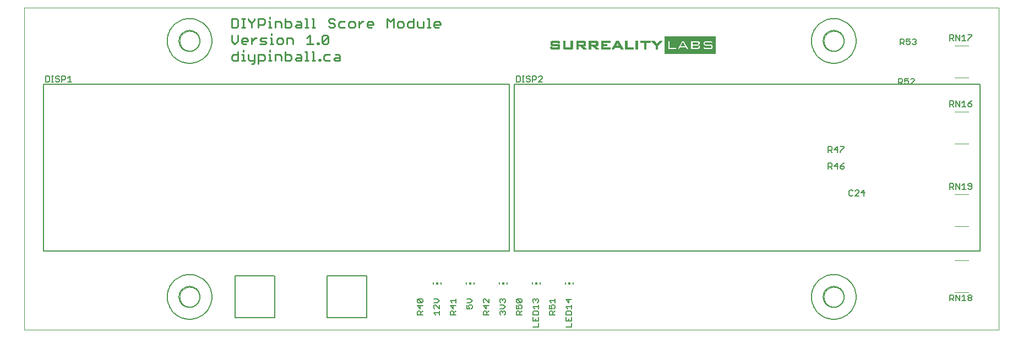
<source format=gto>
G75*
G70*
%OFA0B0*%
%FSLAX24Y24*%
%IPPOS*%
%LPD*%
%AMOC8*
5,1,8,0,0,1.08239X$1,22.5*
%
%ADD10C,0.0000*%
%ADD11C,0.0100*%
%ADD12C,0.0050*%
%ADD13C,0.0060*%
%ADD14C,0.0080*%
%ADD15R,0.0059X0.0118*%
%ADD16R,0.0118X0.0118*%
%ADD17C,0.0040*%
%ADD18C,0.0000*%
D10*
X000655Y000907D02*
X000655Y020407D01*
X059655Y020407D01*
X059655Y000907D01*
X000655Y000907D01*
X010064Y002907D02*
X010066Y002955D01*
X010072Y003003D01*
X010082Y003050D01*
X010095Y003096D01*
X010113Y003141D01*
X010133Y003185D01*
X010158Y003227D01*
X010186Y003266D01*
X010216Y003303D01*
X010250Y003337D01*
X010287Y003369D01*
X010325Y003398D01*
X010366Y003423D01*
X010409Y003445D01*
X010454Y003463D01*
X010500Y003477D01*
X010547Y003488D01*
X010595Y003495D01*
X010643Y003498D01*
X010691Y003497D01*
X010739Y003492D01*
X010787Y003483D01*
X010833Y003471D01*
X010878Y003454D01*
X010922Y003434D01*
X010964Y003411D01*
X011004Y003384D01*
X011042Y003354D01*
X011077Y003321D01*
X011109Y003285D01*
X011139Y003247D01*
X011165Y003206D01*
X011187Y003163D01*
X011207Y003119D01*
X011222Y003074D01*
X011234Y003027D01*
X011242Y002979D01*
X011246Y002931D01*
X011246Y002883D01*
X011242Y002835D01*
X011234Y002787D01*
X011222Y002740D01*
X011207Y002695D01*
X011187Y002651D01*
X011165Y002608D01*
X011139Y002567D01*
X011109Y002529D01*
X011077Y002493D01*
X011042Y002460D01*
X011004Y002430D01*
X010964Y002403D01*
X010922Y002380D01*
X010878Y002360D01*
X010833Y002343D01*
X010787Y002331D01*
X010739Y002322D01*
X010691Y002317D01*
X010643Y002316D01*
X010595Y002319D01*
X010547Y002326D01*
X010500Y002337D01*
X010454Y002351D01*
X010409Y002369D01*
X010366Y002391D01*
X010325Y002416D01*
X010287Y002445D01*
X010250Y002477D01*
X010216Y002511D01*
X010186Y002548D01*
X010158Y002587D01*
X010133Y002629D01*
X010113Y002673D01*
X010095Y002718D01*
X010082Y002764D01*
X010072Y002811D01*
X010066Y002859D01*
X010064Y002907D01*
X049064Y002907D02*
X049066Y002955D01*
X049072Y003003D01*
X049082Y003050D01*
X049095Y003096D01*
X049113Y003141D01*
X049133Y003185D01*
X049158Y003227D01*
X049186Y003266D01*
X049216Y003303D01*
X049250Y003337D01*
X049287Y003369D01*
X049325Y003398D01*
X049366Y003423D01*
X049409Y003445D01*
X049454Y003463D01*
X049500Y003477D01*
X049547Y003488D01*
X049595Y003495D01*
X049643Y003498D01*
X049691Y003497D01*
X049739Y003492D01*
X049787Y003483D01*
X049833Y003471D01*
X049878Y003454D01*
X049922Y003434D01*
X049964Y003411D01*
X050004Y003384D01*
X050042Y003354D01*
X050077Y003321D01*
X050109Y003285D01*
X050139Y003247D01*
X050165Y003206D01*
X050187Y003163D01*
X050207Y003119D01*
X050222Y003074D01*
X050234Y003027D01*
X050242Y002979D01*
X050246Y002931D01*
X050246Y002883D01*
X050242Y002835D01*
X050234Y002787D01*
X050222Y002740D01*
X050207Y002695D01*
X050187Y002651D01*
X050165Y002608D01*
X050139Y002567D01*
X050109Y002529D01*
X050077Y002493D01*
X050042Y002460D01*
X050004Y002430D01*
X049964Y002403D01*
X049922Y002380D01*
X049878Y002360D01*
X049833Y002343D01*
X049787Y002331D01*
X049739Y002322D01*
X049691Y002317D01*
X049643Y002316D01*
X049595Y002319D01*
X049547Y002326D01*
X049500Y002337D01*
X049454Y002351D01*
X049409Y002369D01*
X049366Y002391D01*
X049325Y002416D01*
X049287Y002445D01*
X049250Y002477D01*
X049216Y002511D01*
X049186Y002548D01*
X049158Y002587D01*
X049133Y002629D01*
X049113Y002673D01*
X049095Y002718D01*
X049082Y002764D01*
X049072Y002811D01*
X049066Y002859D01*
X049064Y002907D01*
X049064Y018407D02*
X049066Y018455D01*
X049072Y018503D01*
X049082Y018550D01*
X049095Y018596D01*
X049113Y018641D01*
X049133Y018685D01*
X049158Y018727D01*
X049186Y018766D01*
X049216Y018803D01*
X049250Y018837D01*
X049287Y018869D01*
X049325Y018898D01*
X049366Y018923D01*
X049409Y018945D01*
X049454Y018963D01*
X049500Y018977D01*
X049547Y018988D01*
X049595Y018995D01*
X049643Y018998D01*
X049691Y018997D01*
X049739Y018992D01*
X049787Y018983D01*
X049833Y018971D01*
X049878Y018954D01*
X049922Y018934D01*
X049964Y018911D01*
X050004Y018884D01*
X050042Y018854D01*
X050077Y018821D01*
X050109Y018785D01*
X050139Y018747D01*
X050165Y018706D01*
X050187Y018663D01*
X050207Y018619D01*
X050222Y018574D01*
X050234Y018527D01*
X050242Y018479D01*
X050246Y018431D01*
X050246Y018383D01*
X050242Y018335D01*
X050234Y018287D01*
X050222Y018240D01*
X050207Y018195D01*
X050187Y018151D01*
X050165Y018108D01*
X050139Y018067D01*
X050109Y018029D01*
X050077Y017993D01*
X050042Y017960D01*
X050004Y017930D01*
X049964Y017903D01*
X049922Y017880D01*
X049878Y017860D01*
X049833Y017843D01*
X049787Y017831D01*
X049739Y017822D01*
X049691Y017817D01*
X049643Y017816D01*
X049595Y017819D01*
X049547Y017826D01*
X049500Y017837D01*
X049454Y017851D01*
X049409Y017869D01*
X049366Y017891D01*
X049325Y017916D01*
X049287Y017945D01*
X049250Y017977D01*
X049216Y018011D01*
X049186Y018048D01*
X049158Y018087D01*
X049133Y018129D01*
X049113Y018173D01*
X049095Y018218D01*
X049082Y018264D01*
X049072Y018311D01*
X049066Y018359D01*
X049064Y018407D01*
X010064Y018407D02*
X010066Y018455D01*
X010072Y018503D01*
X010082Y018550D01*
X010095Y018596D01*
X010113Y018641D01*
X010133Y018685D01*
X010158Y018727D01*
X010186Y018766D01*
X010216Y018803D01*
X010250Y018837D01*
X010287Y018869D01*
X010325Y018898D01*
X010366Y018923D01*
X010409Y018945D01*
X010454Y018963D01*
X010500Y018977D01*
X010547Y018988D01*
X010595Y018995D01*
X010643Y018998D01*
X010691Y018997D01*
X010739Y018992D01*
X010787Y018983D01*
X010833Y018971D01*
X010878Y018954D01*
X010922Y018934D01*
X010964Y018911D01*
X011004Y018884D01*
X011042Y018854D01*
X011077Y018821D01*
X011109Y018785D01*
X011139Y018747D01*
X011165Y018706D01*
X011187Y018663D01*
X011207Y018619D01*
X011222Y018574D01*
X011234Y018527D01*
X011242Y018479D01*
X011246Y018431D01*
X011246Y018383D01*
X011242Y018335D01*
X011234Y018287D01*
X011222Y018240D01*
X011207Y018195D01*
X011187Y018151D01*
X011165Y018108D01*
X011139Y018067D01*
X011109Y018029D01*
X011077Y017993D01*
X011042Y017960D01*
X011004Y017930D01*
X010964Y017903D01*
X010922Y017880D01*
X010878Y017860D01*
X010833Y017843D01*
X010787Y017831D01*
X010739Y017822D01*
X010691Y017817D01*
X010643Y017816D01*
X010595Y017819D01*
X010547Y017826D01*
X010500Y017837D01*
X010454Y017851D01*
X010409Y017869D01*
X010366Y017891D01*
X010325Y017916D01*
X010287Y017945D01*
X010250Y017977D01*
X010216Y018011D01*
X010186Y018048D01*
X010158Y018087D01*
X010133Y018129D01*
X010113Y018173D01*
X010095Y018218D01*
X010082Y018264D01*
X010072Y018311D01*
X010066Y018359D01*
X010064Y018407D01*
D11*
X013205Y018394D02*
X013392Y018207D01*
X013579Y018394D01*
X013579Y018768D01*
X013813Y018487D02*
X013906Y018581D01*
X014093Y018581D01*
X014186Y018487D01*
X014186Y018394D01*
X013813Y018394D01*
X013813Y018487D02*
X013813Y018300D01*
X013906Y018207D01*
X014093Y018207D01*
X014421Y018207D02*
X014421Y018581D01*
X014607Y018581D02*
X014421Y018394D01*
X014607Y018581D02*
X014701Y018581D01*
X014927Y018487D02*
X015020Y018581D01*
X015301Y018581D01*
X015207Y018394D02*
X015020Y018394D01*
X014927Y018487D01*
X014927Y018207D02*
X015207Y018207D01*
X015301Y018300D01*
X015207Y018394D01*
X015535Y018581D02*
X015628Y018581D01*
X015628Y018207D01*
X015535Y018207D02*
X015721Y018207D01*
X015940Y018300D02*
X015940Y018487D01*
X016033Y018581D01*
X016220Y018581D01*
X016313Y018487D01*
X016313Y018300D01*
X016220Y018207D01*
X016033Y018207D01*
X015940Y018300D01*
X016548Y018207D02*
X016548Y018581D01*
X016828Y018581D01*
X016921Y018487D01*
X016921Y018207D01*
X016446Y017768D02*
X016446Y017207D01*
X016726Y017207D01*
X016820Y017300D01*
X016820Y017487D01*
X016726Y017581D01*
X016446Y017581D01*
X016212Y017487D02*
X016212Y017207D01*
X015839Y017207D02*
X015839Y017581D01*
X016119Y017581D01*
X016212Y017487D01*
X015527Y017581D02*
X015527Y017207D01*
X015620Y017207D02*
X015433Y017207D01*
X015199Y017300D02*
X015106Y017207D01*
X014826Y017207D01*
X014826Y017020D02*
X014826Y017581D01*
X015106Y017581D01*
X015199Y017487D01*
X015199Y017300D01*
X015433Y017581D02*
X015527Y017581D01*
X015527Y017768D02*
X015527Y017861D01*
X014592Y017581D02*
X014592Y017114D01*
X014498Y017020D01*
X014405Y017020D01*
X014311Y017207D02*
X014592Y017207D01*
X014311Y017207D02*
X014218Y017300D01*
X014218Y017581D01*
X013906Y017581D02*
X013906Y017207D01*
X013813Y017207D02*
X014000Y017207D01*
X013579Y017207D02*
X013299Y017207D01*
X013205Y017300D01*
X013205Y017487D01*
X013299Y017581D01*
X013579Y017581D01*
X013579Y017768D02*
X013579Y017207D01*
X013813Y017581D02*
X013906Y017581D01*
X013906Y017768D02*
X013906Y017861D01*
X013205Y018394D02*
X013205Y018768D01*
X013205Y019207D02*
X013485Y019207D01*
X013579Y019300D01*
X013579Y019674D01*
X013485Y019768D01*
X013205Y019768D01*
X013205Y019207D01*
X013813Y019207D02*
X014000Y019207D01*
X013906Y019207D02*
X013906Y019768D01*
X013813Y019768D02*
X014000Y019768D01*
X014218Y019768D02*
X014218Y019674D01*
X014405Y019487D01*
X014405Y019207D01*
X014405Y019487D02*
X014592Y019674D01*
X014592Y019768D01*
X014826Y019768D02*
X015106Y019768D01*
X015199Y019674D01*
X015199Y019487D01*
X015106Y019394D01*
X014826Y019394D01*
X014826Y019207D02*
X014826Y019768D01*
X015433Y019581D02*
X015527Y019581D01*
X015527Y019207D01*
X015620Y019207D02*
X015433Y019207D01*
X015839Y019207D02*
X015839Y019581D01*
X016119Y019581D01*
X016212Y019487D01*
X016212Y019207D01*
X016446Y019207D02*
X016726Y019207D01*
X016820Y019300D01*
X016820Y019487D01*
X016726Y019581D01*
X016446Y019581D01*
X016446Y019768D02*
X016446Y019207D01*
X017054Y019300D02*
X017147Y019394D01*
X017428Y019394D01*
X017428Y019487D02*
X017428Y019207D01*
X017147Y019207D01*
X017054Y019300D01*
X017147Y019581D02*
X017334Y019581D01*
X017428Y019487D01*
X017662Y019207D02*
X017848Y019207D01*
X017755Y019207D02*
X017755Y019768D01*
X017662Y019768D01*
X018067Y019768D02*
X018160Y019768D01*
X018160Y019207D01*
X018067Y019207D02*
X018254Y019207D01*
X019080Y019300D02*
X019173Y019207D01*
X019360Y019207D01*
X019453Y019300D01*
X019453Y019394D01*
X019360Y019487D01*
X019173Y019487D01*
X019080Y019581D01*
X019080Y019674D01*
X019173Y019768D01*
X019360Y019768D01*
X019453Y019674D01*
X019687Y019487D02*
X019687Y019300D01*
X019781Y019207D01*
X020061Y019207D01*
X020295Y019300D02*
X020388Y019207D01*
X020575Y019207D01*
X020669Y019300D01*
X020669Y019487D01*
X020575Y019581D01*
X020388Y019581D01*
X020295Y019487D01*
X020295Y019300D01*
X020061Y019581D02*
X019781Y019581D01*
X019687Y019487D01*
X020903Y019394D02*
X021090Y019581D01*
X021183Y019581D01*
X021409Y019487D02*
X021409Y019300D01*
X021503Y019207D01*
X021689Y019207D01*
X021783Y019394D02*
X021409Y019394D01*
X021409Y019487D02*
X021503Y019581D01*
X021689Y019581D01*
X021783Y019487D01*
X021783Y019394D01*
X020903Y019207D02*
X020903Y019581D01*
X022625Y019768D02*
X022625Y019207D01*
X022998Y019207D02*
X022998Y019768D01*
X022811Y019581D01*
X022625Y019768D01*
X023232Y019487D02*
X023232Y019300D01*
X023326Y019207D01*
X023513Y019207D01*
X023606Y019300D01*
X023606Y019487D01*
X023513Y019581D01*
X023326Y019581D01*
X023232Y019487D01*
X023840Y019487D02*
X023840Y019300D01*
X023933Y019207D01*
X024214Y019207D01*
X024214Y019768D01*
X024214Y019581D02*
X023933Y019581D01*
X023840Y019487D01*
X024448Y019581D02*
X024448Y019300D01*
X024541Y019207D01*
X024821Y019207D01*
X024821Y019581D01*
X025055Y019768D02*
X025149Y019768D01*
X025149Y019207D01*
X025242Y019207D02*
X025055Y019207D01*
X025461Y019300D02*
X025461Y019487D01*
X025554Y019581D01*
X025741Y019581D01*
X025834Y019487D01*
X025834Y019394D01*
X025461Y019394D01*
X025461Y019300D02*
X025554Y019207D01*
X025741Y019207D01*
X019757Y017487D02*
X019757Y017207D01*
X019477Y017207D01*
X019383Y017300D01*
X019477Y017394D01*
X019757Y017394D01*
X019757Y017487D02*
X019664Y017581D01*
X019477Y017581D01*
X019149Y017581D02*
X018869Y017581D01*
X018776Y017487D01*
X018776Y017300D01*
X018869Y017207D01*
X019149Y017207D01*
X018565Y017207D02*
X018565Y017300D01*
X018472Y017300D01*
X018472Y017207D01*
X018565Y017207D01*
X018254Y017207D02*
X018067Y017207D01*
X018160Y017207D02*
X018160Y017768D01*
X018067Y017768D01*
X017755Y017768D02*
X017755Y017207D01*
X017662Y017207D02*
X017848Y017207D01*
X017428Y017207D02*
X017147Y017207D01*
X017054Y017300D01*
X017147Y017394D01*
X017428Y017394D01*
X017428Y017487D02*
X017428Y017207D01*
X017428Y017487D02*
X017334Y017581D01*
X017147Y017581D01*
X017662Y017768D02*
X017755Y017768D01*
X017763Y018207D02*
X018137Y018207D01*
X017950Y018207D02*
X017950Y018768D01*
X017763Y018581D01*
X018675Y018674D02*
X018768Y018768D01*
X018955Y018768D01*
X019048Y018674D01*
X018675Y018300D01*
X018768Y018207D01*
X018955Y018207D01*
X019048Y018300D01*
X019048Y018674D01*
X018675Y018674D02*
X018675Y018300D01*
X018464Y018300D02*
X018464Y018207D01*
X018371Y018207D01*
X018371Y018300D01*
X018464Y018300D01*
X015628Y018768D02*
X015628Y018861D01*
X015527Y019768D02*
X015527Y019861D01*
D12*
X003514Y015932D02*
X003281Y015932D01*
X003397Y015932D02*
X003397Y016282D01*
X003281Y016166D01*
X003146Y016224D02*
X003146Y016107D01*
X003087Y016049D01*
X002912Y016049D01*
X002912Y015932D02*
X002912Y016282D01*
X003087Y016282D01*
X003146Y016224D01*
X002777Y016224D02*
X002719Y016282D01*
X002602Y016282D01*
X002544Y016224D01*
X002544Y016166D01*
X002602Y016107D01*
X002719Y016107D01*
X002777Y016049D01*
X002777Y015990D01*
X002719Y015932D01*
X002602Y015932D01*
X002544Y015990D01*
X002415Y015932D02*
X002298Y015932D01*
X002357Y015932D02*
X002357Y016282D01*
X002415Y016282D02*
X002298Y016282D01*
X002164Y016224D02*
X002105Y016282D01*
X001930Y016282D01*
X001930Y015932D01*
X002105Y015932D01*
X002164Y015990D01*
X002164Y016224D01*
X001811Y015797D02*
X030000Y015797D01*
X030000Y005679D01*
X001811Y005679D01*
X001811Y015797D01*
X030311Y015797D02*
X030311Y005679D01*
X058500Y005679D01*
X058500Y015797D01*
X030311Y015797D01*
X030430Y015932D02*
X030605Y015932D01*
X030664Y015990D01*
X030664Y016224D01*
X030605Y016282D01*
X030430Y016282D01*
X030430Y015932D01*
X030798Y015932D02*
X030915Y015932D01*
X030857Y015932D02*
X030857Y016282D01*
X030915Y016282D02*
X030798Y016282D01*
X031044Y016224D02*
X031044Y016166D01*
X031102Y016107D01*
X031219Y016107D01*
X031277Y016049D01*
X031277Y015990D01*
X031219Y015932D01*
X031102Y015932D01*
X031044Y015990D01*
X031044Y016224D02*
X031102Y016282D01*
X031219Y016282D01*
X031277Y016224D01*
X031412Y016282D02*
X031587Y016282D01*
X031646Y016224D01*
X031646Y016107D01*
X031587Y016049D01*
X031412Y016049D01*
X031412Y015932D02*
X031412Y016282D01*
X031781Y016224D02*
X031839Y016282D01*
X031956Y016282D01*
X032014Y016224D01*
X032014Y016166D01*
X031781Y015932D01*
X032014Y015932D01*
X049325Y012007D02*
X049325Y011657D01*
X049325Y011774D02*
X049500Y011774D01*
X049559Y011832D01*
X049559Y011949D01*
X049500Y012007D01*
X049325Y012007D01*
X049442Y011774D02*
X049559Y011657D01*
X049694Y011832D02*
X049927Y011832D01*
X050062Y011715D02*
X050062Y011657D01*
X050062Y011715D02*
X050295Y011949D01*
X050295Y012007D01*
X050062Y012007D01*
X049869Y012007D02*
X049694Y011832D01*
X049869Y011657D02*
X049869Y012007D01*
X049869Y011007D02*
X049694Y010832D01*
X049927Y010832D01*
X050062Y010832D02*
X050237Y010832D01*
X050295Y010774D01*
X050295Y010715D01*
X050237Y010657D01*
X050120Y010657D01*
X050062Y010715D01*
X050062Y010832D01*
X050179Y010949D01*
X050295Y011007D01*
X049869Y011007D02*
X049869Y010657D01*
X049559Y010657D02*
X049442Y010774D01*
X049500Y010774D02*
X049325Y010774D01*
X049325Y010657D02*
X049325Y011007D01*
X049500Y011007D01*
X049559Y010949D01*
X049559Y010832D01*
X049500Y010774D01*
X050634Y009382D02*
X050575Y009324D01*
X050575Y009090D01*
X050634Y009032D01*
X050750Y009032D01*
X050809Y009090D01*
X050944Y009032D02*
X051177Y009266D01*
X051177Y009324D01*
X051119Y009382D01*
X051002Y009382D01*
X050944Y009324D01*
X050809Y009324D02*
X050750Y009382D01*
X050634Y009382D01*
X051312Y009207D02*
X051545Y009207D01*
X051487Y009032D02*
X051487Y009382D01*
X051312Y009207D01*
X051177Y009032D02*
X050944Y009032D01*
X056680Y009432D02*
X056680Y009782D01*
X056855Y009782D01*
X056914Y009724D01*
X056914Y009607D01*
X056855Y009549D01*
X056680Y009549D01*
X056797Y009549D02*
X056914Y009432D01*
X057048Y009432D02*
X057048Y009782D01*
X057282Y009432D01*
X057282Y009782D01*
X057417Y009666D02*
X057533Y009782D01*
X057533Y009432D01*
X057417Y009432D02*
X057650Y009432D01*
X057785Y009490D02*
X057843Y009432D01*
X057960Y009432D01*
X058019Y009490D01*
X058019Y009724D01*
X057960Y009782D01*
X057843Y009782D01*
X057785Y009724D01*
X057785Y009666D01*
X057843Y009607D01*
X058019Y009607D01*
X057960Y014432D02*
X058019Y014490D01*
X058019Y014549D01*
X057960Y014607D01*
X057785Y014607D01*
X057785Y014490D01*
X057843Y014432D01*
X057960Y014432D01*
X057785Y014607D02*
X057902Y014724D01*
X058019Y014782D01*
X057533Y014782D02*
X057417Y014666D01*
X057533Y014782D02*
X057533Y014432D01*
X057417Y014432D02*
X057650Y014432D01*
X057282Y014432D02*
X057282Y014782D01*
X057048Y014782D02*
X057282Y014432D01*
X057048Y014432D02*
X057048Y014782D01*
X056914Y014724D02*
X056914Y014607D01*
X056855Y014549D01*
X056680Y014549D01*
X056797Y014549D02*
X056914Y014432D01*
X056680Y014432D02*
X056680Y014782D01*
X056855Y014782D01*
X056914Y014724D01*
X054545Y015782D02*
X054312Y015782D01*
X054545Y016016D01*
X054545Y016074D01*
X054487Y016132D01*
X054370Y016132D01*
X054312Y016074D01*
X054177Y016132D02*
X053944Y016132D01*
X053944Y015957D01*
X054060Y016016D01*
X054119Y016016D01*
X054177Y015957D01*
X054177Y015840D01*
X054119Y015782D01*
X054002Y015782D01*
X053944Y015840D01*
X053809Y015782D02*
X053692Y015899D01*
X053750Y015899D02*
X053575Y015899D01*
X053575Y015782D02*
X053575Y016132D01*
X053750Y016132D01*
X053809Y016074D01*
X053809Y015957D01*
X053750Y015899D01*
X053680Y018182D02*
X053680Y018532D01*
X053855Y018532D01*
X053914Y018474D01*
X053914Y018357D01*
X053855Y018299D01*
X053680Y018299D01*
X053797Y018299D02*
X053914Y018182D01*
X054048Y018240D02*
X054107Y018182D01*
X054224Y018182D01*
X054282Y018240D01*
X054282Y018357D01*
X054224Y018416D01*
X054165Y018416D01*
X054048Y018357D01*
X054048Y018532D01*
X054282Y018532D01*
X054417Y018474D02*
X054475Y018532D01*
X054592Y018532D01*
X054650Y018474D01*
X054650Y018416D01*
X054592Y018357D01*
X054650Y018299D01*
X054650Y018240D01*
X054592Y018182D01*
X054475Y018182D01*
X054417Y018240D01*
X054533Y018357D02*
X054592Y018357D01*
X056680Y018432D02*
X056680Y018782D01*
X056855Y018782D01*
X056914Y018724D01*
X056914Y018607D01*
X056855Y018549D01*
X056680Y018549D01*
X056797Y018549D02*
X056914Y018432D01*
X057048Y018432D02*
X057048Y018782D01*
X057282Y018432D01*
X057282Y018782D01*
X057417Y018666D02*
X057533Y018782D01*
X057533Y018432D01*
X057417Y018432D02*
X057650Y018432D01*
X057785Y018432D02*
X057785Y018490D01*
X058019Y018724D01*
X058019Y018782D01*
X057785Y018782D01*
X057843Y003032D02*
X057960Y003032D01*
X058019Y002974D01*
X058019Y002916D01*
X057960Y002857D01*
X057843Y002857D01*
X057785Y002916D01*
X057785Y002974D01*
X057843Y003032D01*
X057843Y002857D02*
X057785Y002799D01*
X057785Y002740D01*
X057843Y002682D01*
X057960Y002682D01*
X058019Y002740D01*
X058019Y002799D01*
X057960Y002857D01*
X057650Y002682D02*
X057417Y002682D01*
X057533Y002682D02*
X057533Y003032D01*
X057417Y002916D01*
X057282Y003032D02*
X057282Y002682D01*
X057048Y003032D01*
X057048Y002682D01*
X056914Y002682D02*
X056797Y002799D01*
X056855Y002799D02*
X056680Y002799D01*
X056680Y002682D02*
X056680Y003032D01*
X056855Y003032D01*
X056914Y002974D01*
X056914Y002857D01*
X056855Y002799D01*
X033780Y002739D02*
X033430Y002739D01*
X033605Y002564D01*
X033605Y002797D01*
X032780Y002797D02*
X032780Y002564D01*
X032780Y002681D02*
X032430Y002681D01*
X032547Y002564D01*
X032605Y002429D02*
X032722Y002429D01*
X032780Y002371D01*
X032780Y002254D01*
X032722Y002195D01*
X032605Y002195D02*
X032547Y002312D01*
X032547Y002371D01*
X032605Y002429D01*
X032430Y002429D02*
X032430Y002195D01*
X032605Y002195D01*
X032605Y002061D02*
X032663Y002002D01*
X032663Y001827D01*
X032663Y001944D02*
X032780Y002061D01*
X032605Y002061D02*
X032488Y002061D01*
X032430Y002002D01*
X032430Y001827D01*
X032780Y001827D01*
X033430Y001827D02*
X033430Y002002D01*
X033488Y002061D01*
X033722Y002061D01*
X033780Y002002D01*
X033780Y001827D01*
X033430Y001827D01*
X033430Y001692D02*
X033430Y001459D01*
X033780Y001459D01*
X033780Y001692D01*
X033605Y001576D02*
X033605Y001459D01*
X033780Y001324D02*
X033780Y001091D01*
X033430Y001091D01*
X031780Y001091D02*
X031780Y001324D01*
X031780Y001459D02*
X031780Y001692D01*
X031780Y001827D02*
X031430Y001827D01*
X031430Y002002D01*
X031488Y002061D01*
X031722Y002061D01*
X031780Y002002D01*
X031780Y001827D01*
X031605Y001576D02*
X031605Y001459D01*
X031430Y001459D02*
X031780Y001459D01*
X031430Y001459D02*
X031430Y001692D01*
X030780Y001827D02*
X030430Y001827D01*
X030430Y002002D01*
X030488Y002061D01*
X030605Y002061D01*
X030663Y002002D01*
X030663Y001827D01*
X030663Y001944D02*
X030780Y002061D01*
X030722Y002195D02*
X030780Y002254D01*
X030780Y002371D01*
X030722Y002429D01*
X030605Y002429D01*
X030547Y002371D01*
X030547Y002312D01*
X030605Y002195D01*
X030430Y002195D01*
X030430Y002429D01*
X030488Y002564D02*
X030430Y002622D01*
X030430Y002739D01*
X030488Y002797D01*
X030722Y002564D01*
X030780Y002622D01*
X030780Y002739D01*
X030722Y002797D01*
X030488Y002797D01*
X030488Y002564D02*
X030722Y002564D01*
X031430Y002622D02*
X031430Y002739D01*
X031488Y002797D01*
X031547Y002797D01*
X031605Y002739D01*
X031663Y002797D01*
X031722Y002797D01*
X031780Y002739D01*
X031780Y002622D01*
X031722Y002564D01*
X031780Y002429D02*
X031780Y002195D01*
X031780Y002312D02*
X031430Y002312D01*
X031547Y002195D01*
X031488Y002564D02*
X031430Y002622D01*
X031605Y002681D02*
X031605Y002739D01*
X029780Y002739D02*
X029780Y002622D01*
X029722Y002564D01*
X029663Y002429D02*
X029430Y002429D01*
X029488Y002564D02*
X029430Y002622D01*
X029430Y002739D01*
X029488Y002797D01*
X029547Y002797D01*
X029605Y002739D01*
X029663Y002797D01*
X029722Y002797D01*
X029780Y002739D01*
X029605Y002739D02*
X029605Y002681D01*
X029663Y002429D02*
X029780Y002312D01*
X029663Y002195D01*
X029430Y002195D01*
X029488Y002061D02*
X029547Y002061D01*
X029605Y002002D01*
X029663Y002061D01*
X029722Y002061D01*
X029780Y002002D01*
X029780Y001886D01*
X029722Y001827D01*
X029605Y001944D02*
X029605Y002002D01*
X029488Y002061D02*
X029430Y002002D01*
X029430Y001886D01*
X029488Y001827D01*
X028780Y001827D02*
X028430Y001827D01*
X028430Y002002D01*
X028488Y002061D01*
X028605Y002061D01*
X028663Y002002D01*
X028663Y001827D01*
X028663Y001944D02*
X028780Y002061D01*
X028605Y002195D02*
X028605Y002429D01*
X028488Y002564D02*
X028430Y002622D01*
X028430Y002739D01*
X028488Y002797D01*
X028547Y002797D01*
X028780Y002564D01*
X028780Y002797D01*
X028780Y002371D02*
X028430Y002371D01*
X028605Y002195D01*
X027780Y002254D02*
X027722Y002195D01*
X027780Y002254D02*
X027780Y002371D01*
X027722Y002429D01*
X027605Y002429D01*
X027547Y002371D01*
X027547Y002312D01*
X027605Y002195D01*
X027430Y002195D01*
X027430Y002429D01*
X027430Y002564D02*
X027663Y002564D01*
X027780Y002681D01*
X027663Y002797D01*
X027430Y002797D01*
X026780Y002797D02*
X026780Y002564D01*
X026780Y002681D02*
X026430Y002681D01*
X026547Y002564D01*
X026605Y002429D02*
X026605Y002195D01*
X026430Y002371D01*
X026780Y002371D01*
X026780Y002061D02*
X026663Y001944D01*
X026663Y002002D02*
X026663Y001827D01*
X026780Y001827D02*
X026430Y001827D01*
X026430Y002002D01*
X026488Y002061D01*
X026605Y002061D01*
X026663Y002002D01*
X025780Y001944D02*
X025430Y001944D01*
X025547Y001827D01*
X025780Y001827D02*
X025780Y002061D01*
X025780Y002195D02*
X025547Y002429D01*
X025488Y002429D01*
X025430Y002371D01*
X025430Y002254D01*
X025488Y002195D01*
X025780Y002195D02*
X025780Y002429D01*
X025663Y002564D02*
X025430Y002564D01*
X025430Y002797D02*
X025663Y002797D01*
X025780Y002681D01*
X025663Y002564D01*
X024780Y002622D02*
X024722Y002564D01*
X024488Y002797D01*
X024722Y002797D01*
X024780Y002739D01*
X024780Y002622D01*
X024722Y002564D02*
X024488Y002564D01*
X024430Y002622D01*
X024430Y002739D01*
X024488Y002797D01*
X024605Y002429D02*
X024605Y002196D01*
X024430Y002371D01*
X024780Y002371D01*
X024780Y002061D02*
X024663Y001944D01*
X024663Y002002D02*
X024663Y001827D01*
X024780Y001827D02*
X024430Y001827D01*
X024430Y002002D01*
X024488Y002061D01*
X024605Y002061D01*
X024663Y002002D01*
X031430Y001091D02*
X031780Y001091D01*
X033430Y002312D02*
X033780Y002312D01*
X033780Y002195D02*
X033780Y002429D01*
X033547Y002195D02*
X033430Y002312D01*
D13*
X048305Y002907D02*
X048307Y002980D01*
X048313Y003053D01*
X048323Y003125D01*
X048337Y003197D01*
X048354Y003268D01*
X048376Y003338D01*
X048401Y003407D01*
X048430Y003474D01*
X048462Y003539D01*
X048498Y003603D01*
X048538Y003665D01*
X048580Y003724D01*
X048626Y003781D01*
X048675Y003835D01*
X048727Y003887D01*
X048781Y003936D01*
X048838Y003982D01*
X048897Y004024D01*
X048959Y004064D01*
X049023Y004100D01*
X049088Y004132D01*
X049155Y004161D01*
X049224Y004186D01*
X049294Y004208D01*
X049365Y004225D01*
X049437Y004239D01*
X049509Y004249D01*
X049582Y004255D01*
X049655Y004257D01*
X049728Y004255D01*
X049801Y004249D01*
X049873Y004239D01*
X049945Y004225D01*
X050016Y004208D01*
X050086Y004186D01*
X050155Y004161D01*
X050222Y004132D01*
X050287Y004100D01*
X050351Y004064D01*
X050413Y004024D01*
X050472Y003982D01*
X050529Y003936D01*
X050583Y003887D01*
X050635Y003835D01*
X050684Y003781D01*
X050730Y003724D01*
X050772Y003665D01*
X050812Y003603D01*
X050848Y003539D01*
X050880Y003474D01*
X050909Y003407D01*
X050934Y003338D01*
X050956Y003268D01*
X050973Y003197D01*
X050987Y003125D01*
X050997Y003053D01*
X051003Y002980D01*
X051005Y002907D01*
X051003Y002834D01*
X050997Y002761D01*
X050987Y002689D01*
X050973Y002617D01*
X050956Y002546D01*
X050934Y002476D01*
X050909Y002407D01*
X050880Y002340D01*
X050848Y002275D01*
X050812Y002211D01*
X050772Y002149D01*
X050730Y002090D01*
X050684Y002033D01*
X050635Y001979D01*
X050583Y001927D01*
X050529Y001878D01*
X050472Y001832D01*
X050413Y001790D01*
X050351Y001750D01*
X050287Y001714D01*
X050222Y001682D01*
X050155Y001653D01*
X050086Y001628D01*
X050016Y001606D01*
X049945Y001589D01*
X049873Y001575D01*
X049801Y001565D01*
X049728Y001559D01*
X049655Y001557D01*
X049582Y001559D01*
X049509Y001565D01*
X049437Y001575D01*
X049365Y001589D01*
X049294Y001606D01*
X049224Y001628D01*
X049155Y001653D01*
X049088Y001682D01*
X049023Y001714D01*
X048959Y001750D01*
X048897Y001790D01*
X048838Y001832D01*
X048781Y001878D01*
X048727Y001927D01*
X048675Y001979D01*
X048626Y002033D01*
X048580Y002090D01*
X048538Y002149D01*
X048498Y002211D01*
X048462Y002275D01*
X048430Y002340D01*
X048401Y002407D01*
X048376Y002476D01*
X048354Y002546D01*
X048337Y002617D01*
X048323Y002689D01*
X048313Y002761D01*
X048307Y002834D01*
X048305Y002907D01*
X009305Y002907D02*
X009307Y002980D01*
X009313Y003053D01*
X009323Y003125D01*
X009337Y003197D01*
X009354Y003268D01*
X009376Y003338D01*
X009401Y003407D01*
X009430Y003474D01*
X009462Y003539D01*
X009498Y003603D01*
X009538Y003665D01*
X009580Y003724D01*
X009626Y003781D01*
X009675Y003835D01*
X009727Y003887D01*
X009781Y003936D01*
X009838Y003982D01*
X009897Y004024D01*
X009959Y004064D01*
X010023Y004100D01*
X010088Y004132D01*
X010155Y004161D01*
X010224Y004186D01*
X010294Y004208D01*
X010365Y004225D01*
X010437Y004239D01*
X010509Y004249D01*
X010582Y004255D01*
X010655Y004257D01*
X010728Y004255D01*
X010801Y004249D01*
X010873Y004239D01*
X010945Y004225D01*
X011016Y004208D01*
X011086Y004186D01*
X011155Y004161D01*
X011222Y004132D01*
X011287Y004100D01*
X011351Y004064D01*
X011413Y004024D01*
X011472Y003982D01*
X011529Y003936D01*
X011583Y003887D01*
X011635Y003835D01*
X011684Y003781D01*
X011730Y003724D01*
X011772Y003665D01*
X011812Y003603D01*
X011848Y003539D01*
X011880Y003474D01*
X011909Y003407D01*
X011934Y003338D01*
X011956Y003268D01*
X011973Y003197D01*
X011987Y003125D01*
X011997Y003053D01*
X012003Y002980D01*
X012005Y002907D01*
X012003Y002834D01*
X011997Y002761D01*
X011987Y002689D01*
X011973Y002617D01*
X011956Y002546D01*
X011934Y002476D01*
X011909Y002407D01*
X011880Y002340D01*
X011848Y002275D01*
X011812Y002211D01*
X011772Y002149D01*
X011730Y002090D01*
X011684Y002033D01*
X011635Y001979D01*
X011583Y001927D01*
X011529Y001878D01*
X011472Y001832D01*
X011413Y001790D01*
X011351Y001750D01*
X011287Y001714D01*
X011222Y001682D01*
X011155Y001653D01*
X011086Y001628D01*
X011016Y001606D01*
X010945Y001589D01*
X010873Y001575D01*
X010801Y001565D01*
X010728Y001559D01*
X010655Y001557D01*
X010582Y001559D01*
X010509Y001565D01*
X010437Y001575D01*
X010365Y001589D01*
X010294Y001606D01*
X010224Y001628D01*
X010155Y001653D01*
X010088Y001682D01*
X010023Y001714D01*
X009959Y001750D01*
X009897Y001790D01*
X009838Y001832D01*
X009781Y001878D01*
X009727Y001927D01*
X009675Y001979D01*
X009626Y002033D01*
X009580Y002090D01*
X009538Y002149D01*
X009498Y002211D01*
X009462Y002275D01*
X009430Y002340D01*
X009401Y002407D01*
X009376Y002476D01*
X009354Y002546D01*
X009337Y002617D01*
X009323Y002689D01*
X009313Y002761D01*
X009307Y002834D01*
X009305Y002907D01*
X009305Y018407D02*
X009307Y018480D01*
X009313Y018553D01*
X009323Y018625D01*
X009337Y018697D01*
X009354Y018768D01*
X009376Y018838D01*
X009401Y018907D01*
X009430Y018974D01*
X009462Y019039D01*
X009498Y019103D01*
X009538Y019165D01*
X009580Y019224D01*
X009626Y019281D01*
X009675Y019335D01*
X009727Y019387D01*
X009781Y019436D01*
X009838Y019482D01*
X009897Y019524D01*
X009959Y019564D01*
X010023Y019600D01*
X010088Y019632D01*
X010155Y019661D01*
X010224Y019686D01*
X010294Y019708D01*
X010365Y019725D01*
X010437Y019739D01*
X010509Y019749D01*
X010582Y019755D01*
X010655Y019757D01*
X010728Y019755D01*
X010801Y019749D01*
X010873Y019739D01*
X010945Y019725D01*
X011016Y019708D01*
X011086Y019686D01*
X011155Y019661D01*
X011222Y019632D01*
X011287Y019600D01*
X011351Y019564D01*
X011413Y019524D01*
X011472Y019482D01*
X011529Y019436D01*
X011583Y019387D01*
X011635Y019335D01*
X011684Y019281D01*
X011730Y019224D01*
X011772Y019165D01*
X011812Y019103D01*
X011848Y019039D01*
X011880Y018974D01*
X011909Y018907D01*
X011934Y018838D01*
X011956Y018768D01*
X011973Y018697D01*
X011987Y018625D01*
X011997Y018553D01*
X012003Y018480D01*
X012005Y018407D01*
X012003Y018334D01*
X011997Y018261D01*
X011987Y018189D01*
X011973Y018117D01*
X011956Y018046D01*
X011934Y017976D01*
X011909Y017907D01*
X011880Y017840D01*
X011848Y017775D01*
X011812Y017711D01*
X011772Y017649D01*
X011730Y017590D01*
X011684Y017533D01*
X011635Y017479D01*
X011583Y017427D01*
X011529Y017378D01*
X011472Y017332D01*
X011413Y017290D01*
X011351Y017250D01*
X011287Y017214D01*
X011222Y017182D01*
X011155Y017153D01*
X011086Y017128D01*
X011016Y017106D01*
X010945Y017089D01*
X010873Y017075D01*
X010801Y017065D01*
X010728Y017059D01*
X010655Y017057D01*
X010582Y017059D01*
X010509Y017065D01*
X010437Y017075D01*
X010365Y017089D01*
X010294Y017106D01*
X010224Y017128D01*
X010155Y017153D01*
X010088Y017182D01*
X010023Y017214D01*
X009959Y017250D01*
X009897Y017290D01*
X009838Y017332D01*
X009781Y017378D01*
X009727Y017427D01*
X009675Y017479D01*
X009626Y017533D01*
X009580Y017590D01*
X009538Y017649D01*
X009498Y017711D01*
X009462Y017775D01*
X009430Y017840D01*
X009401Y017907D01*
X009376Y017976D01*
X009354Y018046D01*
X009337Y018117D01*
X009323Y018189D01*
X009313Y018261D01*
X009307Y018334D01*
X009305Y018407D01*
X048305Y018407D02*
X048307Y018480D01*
X048313Y018553D01*
X048323Y018625D01*
X048337Y018697D01*
X048354Y018768D01*
X048376Y018838D01*
X048401Y018907D01*
X048430Y018974D01*
X048462Y019039D01*
X048498Y019103D01*
X048538Y019165D01*
X048580Y019224D01*
X048626Y019281D01*
X048675Y019335D01*
X048727Y019387D01*
X048781Y019436D01*
X048838Y019482D01*
X048897Y019524D01*
X048959Y019564D01*
X049023Y019600D01*
X049088Y019632D01*
X049155Y019661D01*
X049224Y019686D01*
X049294Y019708D01*
X049365Y019725D01*
X049437Y019739D01*
X049509Y019749D01*
X049582Y019755D01*
X049655Y019757D01*
X049728Y019755D01*
X049801Y019749D01*
X049873Y019739D01*
X049945Y019725D01*
X050016Y019708D01*
X050086Y019686D01*
X050155Y019661D01*
X050222Y019632D01*
X050287Y019600D01*
X050351Y019564D01*
X050413Y019524D01*
X050472Y019482D01*
X050529Y019436D01*
X050583Y019387D01*
X050635Y019335D01*
X050684Y019281D01*
X050730Y019224D01*
X050772Y019165D01*
X050812Y019103D01*
X050848Y019039D01*
X050880Y018974D01*
X050909Y018907D01*
X050934Y018838D01*
X050956Y018768D01*
X050973Y018697D01*
X050987Y018625D01*
X050997Y018553D01*
X051003Y018480D01*
X051005Y018407D01*
X051003Y018334D01*
X050997Y018261D01*
X050987Y018189D01*
X050973Y018117D01*
X050956Y018046D01*
X050934Y017976D01*
X050909Y017907D01*
X050880Y017840D01*
X050848Y017775D01*
X050812Y017711D01*
X050772Y017649D01*
X050730Y017590D01*
X050684Y017533D01*
X050635Y017479D01*
X050583Y017427D01*
X050529Y017378D01*
X050472Y017332D01*
X050413Y017290D01*
X050351Y017250D01*
X050287Y017214D01*
X050222Y017182D01*
X050155Y017153D01*
X050086Y017128D01*
X050016Y017106D01*
X049945Y017089D01*
X049873Y017075D01*
X049801Y017065D01*
X049728Y017059D01*
X049655Y017057D01*
X049582Y017059D01*
X049509Y017065D01*
X049437Y017075D01*
X049365Y017089D01*
X049294Y017106D01*
X049224Y017128D01*
X049155Y017153D01*
X049088Y017182D01*
X049023Y017214D01*
X048959Y017250D01*
X048897Y017290D01*
X048838Y017332D01*
X048781Y017378D01*
X048727Y017427D01*
X048675Y017479D01*
X048626Y017533D01*
X048580Y017590D01*
X048538Y017649D01*
X048498Y017711D01*
X048462Y017775D01*
X048430Y017840D01*
X048401Y017907D01*
X048376Y017976D01*
X048354Y018046D01*
X048337Y018117D01*
X048323Y018189D01*
X048313Y018261D01*
X048307Y018334D01*
X048305Y018407D01*
D14*
X049025Y018407D02*
X049027Y018457D01*
X049033Y018507D01*
X049043Y018556D01*
X049057Y018604D01*
X049074Y018651D01*
X049095Y018696D01*
X049120Y018740D01*
X049148Y018781D01*
X049180Y018820D01*
X049214Y018857D01*
X049251Y018891D01*
X049291Y018921D01*
X049333Y018948D01*
X049377Y018972D01*
X049423Y018993D01*
X049470Y019009D01*
X049518Y019022D01*
X049568Y019031D01*
X049617Y019036D01*
X049668Y019037D01*
X049718Y019034D01*
X049767Y019027D01*
X049816Y019016D01*
X049864Y019001D01*
X049910Y018983D01*
X049955Y018961D01*
X049998Y018935D01*
X050039Y018906D01*
X050078Y018874D01*
X050114Y018839D01*
X050146Y018801D01*
X050176Y018761D01*
X050203Y018718D01*
X050226Y018674D01*
X050245Y018628D01*
X050261Y018580D01*
X050273Y018531D01*
X050281Y018482D01*
X050285Y018432D01*
X050285Y018382D01*
X050281Y018332D01*
X050273Y018283D01*
X050261Y018234D01*
X050245Y018186D01*
X050226Y018140D01*
X050203Y018096D01*
X050176Y018053D01*
X050146Y018013D01*
X050114Y017975D01*
X050078Y017940D01*
X050039Y017908D01*
X049998Y017879D01*
X049955Y017853D01*
X049910Y017831D01*
X049864Y017813D01*
X049816Y017798D01*
X049767Y017787D01*
X049718Y017780D01*
X049668Y017777D01*
X049617Y017778D01*
X049568Y017783D01*
X049518Y017792D01*
X049470Y017805D01*
X049423Y017821D01*
X049377Y017842D01*
X049333Y017866D01*
X049291Y017893D01*
X049251Y017923D01*
X049214Y017957D01*
X049180Y017994D01*
X049148Y018033D01*
X049120Y018074D01*
X049095Y018118D01*
X049074Y018163D01*
X049057Y018210D01*
X049043Y018258D01*
X049033Y018307D01*
X049027Y018357D01*
X049025Y018407D01*
X010025Y018407D02*
X010027Y018457D01*
X010033Y018507D01*
X010043Y018556D01*
X010057Y018604D01*
X010074Y018651D01*
X010095Y018696D01*
X010120Y018740D01*
X010148Y018781D01*
X010180Y018820D01*
X010214Y018857D01*
X010251Y018891D01*
X010291Y018921D01*
X010333Y018948D01*
X010377Y018972D01*
X010423Y018993D01*
X010470Y019009D01*
X010518Y019022D01*
X010568Y019031D01*
X010617Y019036D01*
X010668Y019037D01*
X010718Y019034D01*
X010767Y019027D01*
X010816Y019016D01*
X010864Y019001D01*
X010910Y018983D01*
X010955Y018961D01*
X010998Y018935D01*
X011039Y018906D01*
X011078Y018874D01*
X011114Y018839D01*
X011146Y018801D01*
X011176Y018761D01*
X011203Y018718D01*
X011226Y018674D01*
X011245Y018628D01*
X011261Y018580D01*
X011273Y018531D01*
X011281Y018482D01*
X011285Y018432D01*
X011285Y018382D01*
X011281Y018332D01*
X011273Y018283D01*
X011261Y018234D01*
X011245Y018186D01*
X011226Y018140D01*
X011203Y018096D01*
X011176Y018053D01*
X011146Y018013D01*
X011114Y017975D01*
X011078Y017940D01*
X011039Y017908D01*
X010998Y017879D01*
X010955Y017853D01*
X010910Y017831D01*
X010864Y017813D01*
X010816Y017798D01*
X010767Y017787D01*
X010718Y017780D01*
X010668Y017777D01*
X010617Y017778D01*
X010568Y017783D01*
X010518Y017792D01*
X010470Y017805D01*
X010423Y017821D01*
X010377Y017842D01*
X010333Y017866D01*
X010291Y017893D01*
X010251Y017923D01*
X010214Y017957D01*
X010180Y017994D01*
X010148Y018033D01*
X010120Y018074D01*
X010095Y018118D01*
X010074Y018163D01*
X010057Y018210D01*
X010043Y018258D01*
X010033Y018307D01*
X010027Y018357D01*
X010025Y018407D01*
X013418Y004177D02*
X013418Y001637D01*
X015818Y001637D01*
X015818Y004177D01*
X015788Y004177D02*
X013418Y004177D01*
X010025Y002907D02*
X010027Y002957D01*
X010033Y003007D01*
X010043Y003056D01*
X010057Y003104D01*
X010074Y003151D01*
X010095Y003196D01*
X010120Y003240D01*
X010148Y003281D01*
X010180Y003320D01*
X010214Y003357D01*
X010251Y003391D01*
X010291Y003421D01*
X010333Y003448D01*
X010377Y003472D01*
X010423Y003493D01*
X010470Y003509D01*
X010518Y003522D01*
X010568Y003531D01*
X010617Y003536D01*
X010668Y003537D01*
X010718Y003534D01*
X010767Y003527D01*
X010816Y003516D01*
X010864Y003501D01*
X010910Y003483D01*
X010955Y003461D01*
X010998Y003435D01*
X011039Y003406D01*
X011078Y003374D01*
X011114Y003339D01*
X011146Y003301D01*
X011176Y003261D01*
X011203Y003218D01*
X011226Y003174D01*
X011245Y003128D01*
X011261Y003080D01*
X011273Y003031D01*
X011281Y002982D01*
X011285Y002932D01*
X011285Y002882D01*
X011281Y002832D01*
X011273Y002783D01*
X011261Y002734D01*
X011245Y002686D01*
X011226Y002640D01*
X011203Y002596D01*
X011176Y002553D01*
X011146Y002513D01*
X011114Y002475D01*
X011078Y002440D01*
X011039Y002408D01*
X010998Y002379D01*
X010955Y002353D01*
X010910Y002331D01*
X010864Y002313D01*
X010816Y002298D01*
X010767Y002287D01*
X010718Y002280D01*
X010668Y002277D01*
X010617Y002278D01*
X010568Y002283D01*
X010518Y002292D01*
X010470Y002305D01*
X010423Y002321D01*
X010377Y002342D01*
X010333Y002366D01*
X010291Y002393D01*
X010251Y002423D01*
X010214Y002457D01*
X010180Y002494D01*
X010148Y002533D01*
X010120Y002574D01*
X010095Y002618D01*
X010074Y002663D01*
X010057Y002710D01*
X010043Y002758D01*
X010033Y002807D01*
X010027Y002857D01*
X010025Y002907D01*
X018992Y004177D02*
X018992Y001637D01*
X019022Y001637D02*
X021392Y001637D01*
X021392Y004177D01*
X018992Y004177D01*
X049025Y002907D02*
X049027Y002957D01*
X049033Y003007D01*
X049043Y003056D01*
X049057Y003104D01*
X049074Y003151D01*
X049095Y003196D01*
X049120Y003240D01*
X049148Y003281D01*
X049180Y003320D01*
X049214Y003357D01*
X049251Y003391D01*
X049291Y003421D01*
X049333Y003448D01*
X049377Y003472D01*
X049423Y003493D01*
X049470Y003509D01*
X049518Y003522D01*
X049568Y003531D01*
X049617Y003536D01*
X049668Y003537D01*
X049718Y003534D01*
X049767Y003527D01*
X049816Y003516D01*
X049864Y003501D01*
X049910Y003483D01*
X049955Y003461D01*
X049998Y003435D01*
X050039Y003406D01*
X050078Y003374D01*
X050114Y003339D01*
X050146Y003301D01*
X050176Y003261D01*
X050203Y003218D01*
X050226Y003174D01*
X050245Y003128D01*
X050261Y003080D01*
X050273Y003031D01*
X050281Y002982D01*
X050285Y002932D01*
X050285Y002882D01*
X050281Y002832D01*
X050273Y002783D01*
X050261Y002734D01*
X050245Y002686D01*
X050226Y002640D01*
X050203Y002596D01*
X050176Y002553D01*
X050146Y002513D01*
X050114Y002475D01*
X050078Y002440D01*
X050039Y002408D01*
X049998Y002379D01*
X049955Y002353D01*
X049910Y002331D01*
X049864Y002313D01*
X049816Y002298D01*
X049767Y002287D01*
X049718Y002280D01*
X049668Y002277D01*
X049617Y002278D01*
X049568Y002283D01*
X049518Y002292D01*
X049470Y002305D01*
X049423Y002321D01*
X049377Y002342D01*
X049333Y002366D01*
X049291Y002393D01*
X049251Y002423D01*
X049214Y002457D01*
X049180Y002494D01*
X049148Y002533D01*
X049120Y002574D01*
X049095Y002618D01*
X049074Y002663D01*
X049057Y002710D01*
X049043Y002758D01*
X049033Y002807D01*
X049027Y002857D01*
X049025Y002907D01*
D15*
X033891Y003716D03*
X033419Y003716D03*
X031891Y003716D03*
X031419Y003716D03*
X029891Y003716D03*
X029419Y003716D03*
X027891Y003716D03*
X027419Y003716D03*
X025891Y003716D03*
X025419Y003716D03*
D16*
X025655Y003716D03*
X027655Y003716D03*
X029655Y003716D03*
X031655Y003716D03*
X033655Y003716D03*
D17*
X056992Y003183D02*
X057819Y003183D01*
X057819Y005131D02*
X056992Y005131D01*
X056992Y007183D02*
X057819Y007183D01*
X057819Y009131D02*
X056992Y009131D01*
X056992Y012183D02*
X057819Y012183D01*
X057819Y014131D02*
X056992Y014131D01*
X056992Y016183D02*
X057819Y016183D01*
X057819Y018131D02*
X056992Y018131D01*
D18*
X042488Y018099D02*
X042310Y018099D01*
X042310Y018095D02*
X042488Y018095D01*
X042488Y018091D02*
X042310Y018091D01*
X042310Y018087D02*
X042488Y018087D01*
X042488Y018083D02*
X042310Y018083D01*
X042310Y018079D02*
X042488Y018079D01*
X042488Y018075D02*
X042310Y018075D01*
X042310Y018071D02*
X042488Y018071D01*
X042488Y018068D02*
X042310Y018068D01*
X042310Y018064D02*
X042488Y018064D01*
X042488Y018060D02*
X042310Y018060D01*
X042310Y018056D02*
X042488Y018056D01*
X042488Y018052D02*
X042310Y018052D01*
X042310Y018048D02*
X042488Y018048D01*
X042488Y018044D02*
X042310Y018044D01*
X042310Y018040D02*
X042488Y018040D01*
X042488Y018036D02*
X042310Y018036D01*
X042310Y018037D02*
X042310Y018104D01*
X042310Y018113D01*
X042310Y018121D01*
X042309Y018129D01*
X042308Y018135D01*
X042308Y018142D01*
X042488Y018142D01*
X042488Y018138D02*
X042308Y018138D01*
X042309Y018134D02*
X042488Y018134D01*
X042488Y018131D02*
X042309Y018131D01*
X042309Y018127D02*
X042488Y018127D01*
X042488Y018123D02*
X042310Y018123D01*
X042310Y018119D02*
X042488Y018119D01*
X042488Y018115D02*
X042310Y018115D01*
X042310Y018111D02*
X042488Y018111D01*
X042488Y018107D02*
X042310Y018107D01*
X042310Y018103D02*
X042488Y018103D01*
X042488Y018146D02*
X042307Y018146D01*
X042306Y018149D02*
X042308Y018142D01*
X042306Y018149D02*
X042305Y018155D01*
X042303Y018161D01*
X042302Y018167D01*
X042299Y018172D01*
X042297Y018177D01*
X042295Y018182D01*
X042488Y018182D01*
X042488Y018186D02*
X042292Y018186D01*
X042295Y018182D01*
X042297Y018178D02*
X042488Y018178D01*
X042488Y018174D02*
X042299Y018174D01*
X042300Y018170D02*
X042488Y018170D01*
X042488Y018166D02*
X042302Y018166D01*
X042303Y018162D02*
X042488Y018162D01*
X042488Y018158D02*
X042304Y018158D01*
X042305Y018154D02*
X042488Y018154D01*
X042488Y018150D02*
X042306Y018150D01*
X042292Y018186D02*
X042289Y018190D01*
X042488Y018190D01*
X042488Y018194D02*
X042286Y018194D01*
X042286Y018193D02*
X042289Y018190D01*
X042286Y018193D02*
X042283Y018195D01*
X042279Y018198D01*
X042275Y018201D01*
X042271Y018204D01*
X042266Y018206D01*
X042261Y018208D01*
X042256Y018210D01*
X042251Y018212D01*
X042245Y018214D01*
X042238Y018215D01*
X042231Y018216D01*
X042224Y018217D01*
X042216Y018218D01*
X042208Y018219D01*
X042199Y018219D01*
X042191Y018220D01*
X042182Y018220D01*
X041863Y018220D01*
X041863Y018321D01*
X042200Y018321D01*
X042200Y018270D01*
X042304Y018292D01*
X042304Y018304D01*
X042488Y018304D01*
X042488Y018308D02*
X042304Y018308D01*
X042304Y018312D02*
X042488Y018312D01*
X042488Y018316D02*
X042304Y018316D01*
X042304Y018319D02*
X042304Y018312D01*
X042304Y018304D01*
X042304Y018300D02*
X042488Y018300D01*
X042488Y018296D02*
X042304Y018296D01*
X042302Y018292D02*
X042488Y018292D01*
X042488Y018288D02*
X042284Y018288D01*
X042265Y018284D02*
X042488Y018284D01*
X042488Y018280D02*
X042247Y018280D01*
X042229Y018276D02*
X042488Y018276D01*
X042488Y018272D02*
X042210Y018272D01*
X042200Y018272D02*
X041863Y018272D01*
X041863Y018268D02*
X042488Y018268D01*
X042488Y018264D02*
X041863Y018264D01*
X041863Y018260D02*
X042488Y018260D01*
X042488Y018256D02*
X041863Y018256D01*
X041863Y018253D02*
X042488Y018253D01*
X042488Y018249D02*
X041863Y018249D01*
X041863Y018245D02*
X042488Y018245D01*
X042488Y018241D02*
X041863Y018241D01*
X041863Y018237D02*
X042488Y018237D01*
X042488Y018233D02*
X041863Y018233D01*
X041863Y018229D02*
X042488Y018229D01*
X042488Y018225D02*
X041863Y018225D01*
X041863Y018221D02*
X042488Y018221D01*
X042488Y018217D02*
X042229Y018217D01*
X042249Y018213D02*
X042488Y018213D01*
X042488Y018209D02*
X042260Y018209D01*
X042269Y018205D02*
X042488Y018205D01*
X042488Y018201D02*
X042276Y018201D01*
X042281Y018197D02*
X042488Y018197D01*
X042488Y018319D02*
X042304Y018319D01*
X042303Y018326D01*
X042302Y018332D01*
X042301Y018339D01*
X042488Y018339D01*
X042488Y018335D02*
X042302Y018335D01*
X042302Y018331D02*
X042488Y018331D01*
X042488Y018327D02*
X042303Y018327D01*
X042303Y018323D02*
X042488Y018323D01*
X042488Y018343D02*
X042300Y018343D01*
X042300Y018345D02*
X042301Y018339D01*
X042300Y018345D02*
X042298Y018351D01*
X042297Y018357D01*
X042295Y018362D01*
X042292Y018367D01*
X042290Y018371D01*
X042287Y018376D01*
X042285Y018380D01*
X042281Y018382D01*
X042278Y018385D01*
X042488Y018385D01*
X042488Y018381D02*
X042282Y018381D01*
X042285Y018378D02*
X042488Y018378D01*
X042488Y018374D02*
X042288Y018374D01*
X042290Y018370D02*
X042488Y018370D01*
X042488Y018366D02*
X042293Y018366D01*
X042294Y018362D02*
X042488Y018362D01*
X042488Y018358D02*
X042296Y018358D01*
X042297Y018354D02*
X042488Y018354D01*
X042488Y018350D02*
X042299Y018350D01*
X042300Y018347D02*
X042488Y018347D01*
X042488Y018389D02*
X042273Y018389D01*
X042275Y018388D02*
X042278Y018385D01*
X042275Y018388D02*
X042271Y018391D01*
X042266Y018394D01*
X042262Y018396D01*
X042257Y018398D01*
X042253Y018400D01*
X042247Y018402D01*
X042241Y018404D01*
X042235Y018405D01*
X042488Y018405D01*
X042488Y018401D02*
X042250Y018401D01*
X042259Y018397D02*
X042488Y018397D01*
X042488Y018393D02*
X042267Y018393D01*
X042235Y018405D02*
X042229Y018407D01*
X042222Y018408D01*
X042215Y018409D01*
X042207Y018409D01*
X042199Y018410D01*
X042192Y018411D01*
X042184Y018411D01*
X042175Y018411D01*
X041883Y018411D01*
X041875Y018411D01*
X041867Y018410D01*
X041858Y018410D01*
X041850Y018409D01*
X041843Y018408D01*
X041836Y018407D01*
X041829Y018406D01*
X041822Y018405D01*
X041817Y018403D01*
X041811Y018401D01*
X041489Y018401D01*
X041499Y018397D01*
X041507Y018392D01*
X041514Y018387D01*
X041521Y018381D01*
X041527Y018374D01*
X041772Y018374D01*
X041771Y018373D02*
X041773Y018377D01*
X041776Y018381D01*
X041779Y018383D01*
X041783Y018386D01*
X041787Y018389D01*
X041511Y018389D01*
X041516Y018385D02*
X041782Y018385D01*
X041778Y018381D02*
X041520Y018381D01*
X041524Y018378D02*
X041775Y018378D01*
X041771Y018373D02*
X041768Y018368D01*
X041766Y018363D01*
X041764Y018358D01*
X041536Y018358D01*
X041537Y018357D02*
X041540Y018348D01*
X041542Y018338D01*
X041543Y018327D01*
X041544Y018316D01*
X041756Y018316D01*
X041756Y018319D02*
X041544Y018319D01*
X041544Y018316D02*
X041544Y018256D01*
X041756Y018256D01*
X041756Y018253D02*
X041544Y018253D01*
X041544Y018256D02*
X041544Y018249D01*
X041756Y018249D01*
X041756Y018245D02*
X041543Y018245D01*
X041544Y018249D02*
X041543Y018241D01*
X041756Y018241D01*
X041756Y018295D01*
X041756Y018304D01*
X041544Y018304D01*
X041544Y018308D02*
X041756Y018308D01*
X041756Y018312D02*
X041544Y018312D01*
X041544Y018323D02*
X041757Y018323D01*
X041757Y018326D02*
X041758Y018333D01*
X041759Y018340D01*
X041761Y018346D01*
X041762Y018352D01*
X041764Y018358D01*
X041763Y018354D02*
X041538Y018354D01*
X041537Y018357D02*
X041532Y018366D01*
X041768Y018366D01*
X041770Y018370D02*
X041530Y018370D01*
X041532Y018366D02*
X041527Y018374D01*
X041534Y018362D02*
X041766Y018362D01*
X041762Y018350D02*
X041539Y018350D01*
X041540Y018347D02*
X041761Y018347D01*
X041760Y018343D02*
X041541Y018343D01*
X041542Y018339D02*
X041759Y018339D01*
X041758Y018335D02*
X041543Y018335D01*
X041543Y018331D02*
X041758Y018331D01*
X041757Y018327D02*
X041544Y018327D01*
X041544Y018300D02*
X041756Y018300D01*
X041756Y018304D02*
X041756Y018312D01*
X041756Y018319D01*
X041757Y018326D01*
X041756Y018296D02*
X041544Y018296D01*
X041544Y018292D02*
X041756Y018292D01*
X041756Y018288D02*
X041544Y018288D01*
X041544Y018284D02*
X041756Y018284D01*
X041756Y018280D02*
X041544Y018280D01*
X041544Y018276D02*
X041756Y018276D01*
X041756Y018272D02*
X041544Y018272D01*
X041544Y018268D02*
X041756Y018268D01*
X041756Y018264D02*
X041544Y018264D01*
X041544Y018260D02*
X041756Y018260D01*
X041756Y018241D02*
X041756Y018233D01*
X041541Y018233D01*
X041539Y018226D01*
X041536Y018220D01*
X041532Y018213D01*
X041528Y018207D01*
X041523Y018202D01*
X041517Y018197D01*
X041759Y018197D01*
X041759Y018196D02*
X041758Y018202D01*
X041757Y018210D01*
X041756Y018217D01*
X041534Y018217D01*
X041536Y018221D02*
X041756Y018221D01*
X041756Y018217D02*
X041756Y018225D01*
X041538Y018225D01*
X041539Y018229D02*
X041756Y018229D01*
X041756Y018225D02*
X041756Y018233D01*
X041756Y018237D02*
X041542Y018237D01*
X041543Y018241D02*
X041541Y018233D01*
X041531Y018213D02*
X041757Y018213D01*
X041757Y018209D02*
X041529Y018209D01*
X041525Y018205D02*
X041758Y018205D01*
X041758Y018201D02*
X041521Y018201D01*
X041517Y018197D02*
X041511Y018193D01*
X041505Y018189D01*
X041497Y018185D01*
X041489Y018182D01*
X041763Y018182D01*
X041762Y018184D02*
X041761Y018190D01*
X041506Y018190D01*
X041511Y018194D02*
X041760Y018194D01*
X041759Y018196D02*
X041761Y018190D01*
X041762Y018186D02*
X041498Y018186D01*
X041489Y018182D02*
X041480Y018179D01*
X041470Y018176D01*
X041460Y018174D01*
X041470Y018172D01*
X041480Y018170D01*
X041768Y018170D01*
X041768Y018168D02*
X041766Y018173D01*
X041764Y018179D01*
X041762Y018184D01*
X041764Y018178D02*
X041476Y018178D01*
X041480Y018170D02*
X041490Y018166D01*
X041498Y018163D01*
X041506Y018159D01*
X041512Y018154D01*
X041519Y018149D01*
X041525Y018143D01*
X041530Y018137D01*
X041535Y018131D01*
X041825Y018131D01*
X041822Y018131D02*
X041817Y018132D01*
X041811Y018134D01*
X041532Y018134D01*
X041535Y018131D02*
X041538Y018124D01*
X041541Y018116D01*
X041544Y018108D01*
X041546Y018099D01*
X042201Y018099D01*
X042201Y018095D02*
X041546Y018095D01*
X041547Y018091D02*
X042201Y018091D01*
X042201Y018087D02*
X041547Y018087D01*
X041547Y018089D02*
X041547Y018080D01*
X041547Y018018D01*
X041546Y018006D01*
X041545Y017995D01*
X041542Y017985D01*
X041741Y017985D01*
X041740Y017986D02*
X041739Y017992D01*
X041738Y017999D01*
X041737Y018006D01*
X041736Y018013D01*
X041735Y018020D01*
X041547Y018020D01*
X041547Y018016D02*
X041736Y018016D01*
X041736Y018012D02*
X041547Y018012D01*
X041547Y018008D02*
X041736Y018008D01*
X041737Y018005D02*
X041546Y018005D01*
X041546Y018001D02*
X041737Y018001D01*
X041738Y017997D02*
X041545Y017997D01*
X041544Y017993D02*
X041739Y017993D01*
X041740Y017989D02*
X041543Y017989D01*
X041542Y017985D02*
X041537Y017975D01*
X041532Y017966D01*
X041525Y017958D01*
X041517Y017951D01*
X041508Y017945D01*
X041499Y017940D01*
X041488Y017935D01*
X041475Y017931D01*
X041461Y017927D01*
X041446Y017924D01*
X041431Y017923D01*
X041413Y017921D01*
X041395Y017921D01*
X040987Y017921D01*
X040987Y018411D01*
X041428Y018411D01*
X041442Y018410D01*
X041455Y018409D01*
X041467Y018407D01*
X041479Y018405D01*
X041489Y018401D01*
X041498Y018397D02*
X041801Y018397D01*
X041800Y018397D02*
X041805Y018399D01*
X041811Y018401D01*
X041800Y018397D02*
X041795Y018395D01*
X041791Y018392D01*
X041787Y018389D01*
X041793Y018393D02*
X041506Y018393D01*
X041476Y018405D02*
X041825Y018405D01*
X041852Y018409D02*
X041454Y018409D01*
X041412Y018323D02*
X041105Y018323D01*
X041105Y018319D02*
X041417Y018319D01*
X041418Y018318D02*
X041416Y018320D01*
X041412Y018322D01*
X041409Y018324D01*
X041405Y018326D01*
X041400Y018327D01*
X041396Y018328D01*
X041390Y018329D01*
X041385Y018330D01*
X041380Y018330D01*
X041373Y018331D01*
X041105Y018331D01*
X041377Y018331D01*
X041403Y018327D02*
X041105Y018327D01*
X041105Y018331D02*
X041105Y018216D01*
X041373Y018216D01*
X041380Y018216D01*
X041385Y018216D01*
X041390Y018217D01*
X041396Y018218D01*
X041400Y018219D01*
X041405Y018221D01*
X041105Y018221D01*
X041105Y018217D02*
X041388Y018217D01*
X041405Y018221D02*
X041409Y018222D01*
X041412Y018224D01*
X041416Y018227D01*
X041418Y018229D01*
X041105Y018229D01*
X041105Y018233D02*
X041421Y018233D01*
X041421Y018232D02*
X041423Y018235D01*
X041424Y018239D01*
X041425Y018243D01*
X041426Y018247D01*
X041426Y018251D01*
X041426Y018297D01*
X041426Y018301D01*
X041425Y018305D01*
X041424Y018309D01*
X041423Y018312D01*
X041105Y018312D01*
X041105Y018316D02*
X041421Y018316D01*
X041421Y018315D02*
X041418Y018318D01*
X041421Y018315D02*
X041423Y018312D01*
X041425Y018308D02*
X041105Y018308D01*
X041105Y018304D02*
X041426Y018304D01*
X041426Y018300D02*
X041105Y018300D01*
X041105Y018296D02*
X041426Y018296D01*
X041426Y018292D02*
X041105Y018292D01*
X041105Y018288D02*
X041426Y018288D01*
X041426Y018284D02*
X041105Y018284D01*
X041105Y018280D02*
X041426Y018280D01*
X041426Y018276D02*
X041105Y018276D01*
X041105Y018272D02*
X041426Y018272D01*
X041426Y018268D02*
X041105Y018268D01*
X041105Y018264D02*
X041426Y018264D01*
X041426Y018260D02*
X041105Y018260D01*
X041105Y018256D02*
X041426Y018256D01*
X041426Y018253D02*
X041105Y018253D01*
X041105Y018249D02*
X041426Y018249D01*
X041426Y018245D02*
X041105Y018245D01*
X041105Y018241D02*
X041425Y018241D01*
X041423Y018237D02*
X041105Y018237D01*
X041105Y018225D02*
X041413Y018225D01*
X041418Y018229D02*
X041421Y018232D01*
X041462Y018174D02*
X041766Y018174D01*
X041768Y018168D02*
X041771Y018164D01*
X041773Y018159D01*
X041776Y018155D01*
X041779Y018152D01*
X041783Y018149D01*
X041787Y018146D01*
X041522Y018146D01*
X041526Y018142D02*
X041793Y018142D01*
X041791Y018143D02*
X041787Y018146D01*
X041791Y018143D02*
X041795Y018140D01*
X041800Y018138D01*
X041805Y018136D01*
X041811Y018134D01*
X041801Y018138D02*
X041529Y018138D01*
X041537Y018127D02*
X041851Y018127D01*
X041850Y018127D02*
X041843Y018128D01*
X041836Y018129D01*
X041829Y018130D01*
X041822Y018131D01*
X041850Y018127D02*
X041858Y018126D01*
X041867Y018126D01*
X041875Y018125D01*
X041883Y018125D01*
X042201Y018125D01*
X042201Y018012D01*
X041842Y018012D01*
X041842Y018070D01*
X041735Y018051D01*
X041735Y018037D01*
X041735Y018028D01*
X041547Y018028D01*
X041547Y018024D02*
X041735Y018024D01*
X041735Y018020D02*
X041735Y018028D01*
X041735Y018032D02*
X041547Y018032D01*
X041547Y018036D02*
X041735Y018036D01*
X041735Y018040D02*
X041547Y018040D01*
X041547Y018044D02*
X041735Y018044D01*
X041735Y018048D02*
X041547Y018048D01*
X041547Y018052D02*
X041739Y018052D01*
X041759Y018056D02*
X041547Y018056D01*
X041547Y018060D02*
X041781Y018060D01*
X041802Y018064D02*
X041547Y018064D01*
X041547Y018068D02*
X041822Y018068D01*
X041842Y018068D02*
X042201Y018068D01*
X042201Y018071D02*
X041547Y018071D01*
X041547Y018075D02*
X042201Y018075D01*
X042201Y018079D02*
X041547Y018079D01*
X041547Y018083D02*
X042201Y018083D01*
X042201Y018064D02*
X041842Y018064D01*
X041842Y018060D02*
X042201Y018060D01*
X042201Y018056D02*
X041842Y018056D01*
X041842Y018052D02*
X042201Y018052D01*
X042201Y018048D02*
X041842Y018048D01*
X041842Y018044D02*
X042201Y018044D01*
X042201Y018040D02*
X041842Y018040D01*
X041842Y018036D02*
X042201Y018036D01*
X042201Y018032D02*
X041842Y018032D01*
X041842Y018028D02*
X042201Y018028D01*
X042201Y018024D02*
X041842Y018024D01*
X041842Y018020D02*
X042201Y018020D01*
X042201Y018016D02*
X041842Y018016D01*
X041829Y017923D02*
X041821Y017923D01*
X041815Y017924D01*
X041808Y017926D01*
X041802Y017927D01*
X041795Y017929D01*
X041790Y017931D01*
X041784Y017933D01*
X041779Y017935D01*
X041774Y017937D01*
X041770Y017940D01*
X041766Y017942D01*
X041762Y017944D01*
X041759Y017948D01*
X041756Y017951D01*
X041754Y017955D01*
X041751Y017959D01*
X041748Y017964D01*
X041746Y017969D01*
X041533Y017969D01*
X041531Y017965D02*
X041748Y017965D01*
X041750Y017961D02*
X041527Y017961D01*
X041524Y017957D02*
X041752Y017957D01*
X041755Y017953D02*
X041519Y017953D01*
X041515Y017949D02*
X041758Y017949D01*
X041762Y017945D02*
X041509Y017945D01*
X041503Y017942D02*
X041767Y017942D01*
X041773Y017938D02*
X041495Y017938D01*
X041485Y017934D02*
X041781Y017934D01*
X041791Y017930D02*
X041473Y017930D01*
X041455Y017926D02*
X041807Y017926D01*
X041829Y017923D02*
X041837Y017922D01*
X041846Y017921D01*
X041855Y017921D01*
X041864Y017921D01*
X042182Y017921D01*
X042191Y017921D01*
X042199Y017921D01*
X042208Y017922D01*
X042216Y017923D01*
X042224Y017923D01*
X042231Y017924D01*
X042238Y017926D01*
X042245Y017927D01*
X042251Y017929D01*
X042256Y017931D01*
X042261Y017933D01*
X042266Y017935D01*
X042271Y017937D01*
X042275Y017940D01*
X042279Y017942D01*
X042283Y017944D01*
X042286Y017948D01*
X042289Y017951D01*
X042292Y017955D01*
X042295Y017959D01*
X042297Y017964D01*
X042299Y017969D01*
X042488Y017969D01*
X042488Y017965D02*
X042298Y017965D01*
X042299Y017969D02*
X042302Y017974D01*
X042303Y017980D01*
X042305Y017986D01*
X042306Y017992D01*
X042308Y017999D01*
X042308Y018006D01*
X042309Y018013D01*
X042310Y018020D01*
X042488Y018020D01*
X042488Y018016D02*
X042309Y018016D01*
X042309Y018012D02*
X042488Y018012D01*
X042488Y018008D02*
X042309Y018008D01*
X042308Y018005D02*
X042488Y018005D01*
X042488Y018001D02*
X042308Y018001D01*
X042307Y017997D02*
X042488Y017997D01*
X042488Y017993D02*
X042306Y017993D01*
X042306Y017989D02*
X042488Y017989D01*
X042488Y017985D02*
X042305Y017985D01*
X042304Y017981D02*
X042488Y017981D01*
X042488Y017977D02*
X042302Y017977D01*
X042301Y017973D02*
X042488Y017973D01*
X042488Y017961D02*
X042296Y017961D01*
X042293Y017957D02*
X042488Y017957D01*
X042488Y017953D02*
X042291Y017953D01*
X042287Y017949D02*
X042488Y017949D01*
X042488Y017945D02*
X042283Y017945D01*
X042278Y017942D02*
X042488Y017942D01*
X042488Y017938D02*
X042272Y017938D01*
X042264Y017934D02*
X042488Y017934D01*
X042488Y017930D02*
X042255Y017930D01*
X042239Y017926D02*
X042488Y017926D01*
X042488Y017922D02*
X042209Y017922D01*
X042310Y018020D02*
X042310Y018028D01*
X042488Y018028D01*
X042488Y018024D02*
X042310Y018024D01*
X042310Y018028D02*
X042310Y018037D01*
X042310Y018032D02*
X042488Y018032D01*
X042488Y017918D02*
X039421Y017918D01*
X039421Y017922D02*
X039600Y017922D01*
X039600Y017921D02*
X039600Y018411D01*
X039720Y018411D01*
X039720Y018012D01*
X040105Y018012D01*
X040218Y018012D01*
X040216Y018008D02*
X040105Y018008D01*
X040105Y018005D02*
X040213Y018005D01*
X040211Y018001D02*
X040105Y018001D01*
X040105Y017997D02*
X040209Y017997D01*
X040206Y017993D02*
X040105Y017993D01*
X040105Y017989D02*
X040204Y017989D01*
X040201Y017985D02*
X040105Y017985D01*
X040105Y017981D02*
X040199Y017981D01*
X040197Y017977D02*
X040105Y017977D01*
X040105Y017973D02*
X040194Y017973D01*
X040193Y017969D02*
X040105Y017969D01*
X040105Y017965D02*
X040191Y017965D01*
X040188Y017961D02*
X040105Y017961D01*
X040105Y017957D02*
X040186Y017957D01*
X040183Y017953D02*
X040105Y017953D01*
X040105Y017949D02*
X040181Y017949D01*
X040179Y017945D02*
X040105Y017945D01*
X040105Y017942D02*
X040176Y017942D01*
X040174Y017938D02*
X040105Y017938D01*
X040105Y017934D02*
X040172Y017934D01*
X040169Y017930D02*
X040105Y017930D01*
X040105Y017926D02*
X040167Y017926D01*
X040164Y017922D02*
X040105Y017922D01*
X040105Y017921D02*
X040105Y018012D01*
X040105Y017921D02*
X039600Y017921D01*
X039600Y017926D02*
X039421Y017926D01*
X039421Y017930D02*
X039600Y017930D01*
X039600Y017934D02*
X039421Y017934D01*
X039421Y017938D02*
X039600Y017938D01*
X039600Y017942D02*
X039421Y017942D01*
X039421Y017945D02*
X039600Y017945D01*
X039600Y017949D02*
X039421Y017949D01*
X039421Y017953D02*
X039600Y017953D01*
X039600Y017957D02*
X039421Y017957D01*
X039421Y017961D02*
X039600Y017961D01*
X039600Y017965D02*
X039421Y017965D01*
X039421Y017969D02*
X039600Y017969D01*
X039600Y017973D02*
X039421Y017973D01*
X039421Y017977D02*
X039600Y017977D01*
X039600Y017981D02*
X039421Y017981D01*
X039421Y017985D02*
X039600Y017985D01*
X039600Y017989D02*
X039421Y017989D01*
X039421Y017993D02*
X039600Y017993D01*
X039600Y017997D02*
X039421Y017997D01*
X039421Y018001D02*
X039600Y018001D01*
X039600Y018005D02*
X039421Y018005D01*
X039421Y018008D02*
X039600Y018008D01*
X039600Y018012D02*
X039421Y018012D01*
X039421Y018016D02*
X039600Y018016D01*
X039600Y018020D02*
X039421Y018020D01*
X039421Y018024D02*
X039600Y018024D01*
X039600Y018028D02*
X039421Y018028D01*
X039421Y018032D02*
X039600Y018032D01*
X039600Y018036D02*
X039421Y018036D01*
X039421Y018040D02*
X039600Y018040D01*
X039600Y018044D02*
X039421Y018044D01*
X039421Y018048D02*
X039600Y018048D01*
X039600Y018052D02*
X039421Y018052D01*
X039421Y018056D02*
X039600Y018056D01*
X039600Y018060D02*
X039421Y018060D01*
X039421Y018064D02*
X039600Y018064D01*
X039600Y018068D02*
X039421Y018068D01*
X039421Y018071D02*
X039600Y018071D01*
X039600Y018075D02*
X039421Y018075D01*
X039421Y018079D02*
X039600Y018079D01*
X039600Y018083D02*
X039421Y018083D01*
X039421Y018087D02*
X039600Y018087D01*
X039600Y018091D02*
X039421Y018091D01*
X039421Y018095D02*
X039600Y018095D01*
X039600Y018099D02*
X039421Y018099D01*
X039421Y018103D02*
X039600Y018103D01*
X039600Y018107D02*
X039421Y018107D01*
X039421Y018111D02*
X039600Y018111D01*
X039600Y018115D02*
X039421Y018115D01*
X039421Y018119D02*
X039600Y018119D01*
X039600Y018123D02*
X039421Y018123D01*
X039421Y018127D02*
X039600Y018127D01*
X039600Y018131D02*
X039421Y018131D01*
X039421Y018134D02*
X039600Y018134D01*
X039600Y018138D02*
X039421Y018138D01*
X039421Y018142D02*
X039600Y018142D01*
X039600Y018146D02*
X039421Y018146D01*
X039421Y018150D02*
X039600Y018150D01*
X039600Y018154D02*
X039421Y018154D01*
X039421Y018158D02*
X039600Y018158D01*
X039600Y018162D02*
X039421Y018162D01*
X039421Y018166D02*
X039600Y018166D01*
X039600Y018170D02*
X039421Y018170D01*
X039421Y018174D02*
X039600Y018174D01*
X039600Y018178D02*
X039421Y018178D01*
X039421Y018182D02*
X039600Y018182D01*
X039600Y018186D02*
X039421Y018186D01*
X039421Y018190D02*
X039600Y018190D01*
X039600Y018194D02*
X039421Y018194D01*
X039421Y018197D02*
X039600Y018197D01*
X039600Y018201D02*
X039421Y018201D01*
X039421Y018205D02*
X039600Y018205D01*
X039600Y018209D02*
X039421Y018209D01*
X039421Y018213D02*
X039600Y018213D01*
X039600Y018217D02*
X039421Y018217D01*
X039421Y018221D02*
X039600Y018221D01*
X039600Y018225D02*
X039421Y018225D01*
X039421Y018229D02*
X039600Y018229D01*
X039600Y018233D02*
X039421Y018233D01*
X039421Y018237D02*
X039600Y018237D01*
X039600Y018241D02*
X039421Y018241D01*
X039421Y018245D02*
X039600Y018245D01*
X039600Y018249D02*
X039421Y018249D01*
X039421Y018253D02*
X039600Y018253D01*
X039600Y018256D02*
X039421Y018256D01*
X039421Y018260D02*
X039600Y018260D01*
X039600Y018264D02*
X039421Y018264D01*
X039421Y018268D02*
X039600Y018268D01*
X039600Y018272D02*
X039421Y018272D01*
X039421Y018276D02*
X039600Y018276D01*
X039600Y018280D02*
X039421Y018280D01*
X039421Y018284D02*
X039600Y018284D01*
X039600Y018288D02*
X039421Y018288D01*
X039421Y018292D02*
X039600Y018292D01*
X039600Y018296D02*
X039421Y018296D01*
X039421Y018300D02*
X039600Y018300D01*
X039600Y018304D02*
X039421Y018304D01*
X039421Y018308D02*
X039600Y018308D01*
X039600Y018312D02*
X039421Y018312D01*
X039421Y018316D02*
X039600Y018316D01*
X039600Y018319D02*
X039421Y018319D01*
X039421Y018323D02*
X039600Y018323D01*
X039600Y018327D02*
X039421Y018327D01*
X039421Y018331D02*
X039600Y018331D01*
X039600Y018335D02*
X039421Y018335D01*
X039421Y018339D02*
X039600Y018339D01*
X039600Y018343D02*
X039421Y018343D01*
X039421Y018347D02*
X039600Y018347D01*
X039600Y018350D02*
X039421Y018350D01*
X039421Y018354D02*
X039600Y018354D01*
X039600Y018358D02*
X039421Y018358D01*
X039421Y018362D02*
X039600Y018362D01*
X039600Y018366D02*
X039421Y018366D01*
X039421Y018370D02*
X039600Y018370D01*
X039600Y018374D02*
X039421Y018374D01*
X039421Y018378D02*
X039600Y018378D01*
X039600Y018381D02*
X039421Y018381D01*
X039421Y018385D02*
X039600Y018385D01*
X039600Y018389D02*
X039421Y018389D01*
X039421Y018393D02*
X039600Y018393D01*
X039600Y018397D02*
X039421Y018397D01*
X039421Y018401D02*
X039600Y018401D01*
X039600Y018405D02*
X039421Y018405D01*
X039421Y018409D02*
X039600Y018409D01*
X039720Y018409D02*
X040454Y018409D01*
X040455Y018411D02*
X040569Y018411D01*
X040865Y017921D01*
X040731Y017921D01*
X040669Y018029D01*
X040345Y018029D01*
X040284Y017921D01*
X040164Y017921D01*
X040455Y018411D01*
X040451Y018405D02*
X039720Y018405D01*
X039720Y018401D02*
X040449Y018401D01*
X040447Y018397D02*
X039720Y018397D01*
X039720Y018393D02*
X040444Y018393D01*
X040443Y018389D02*
X039720Y018389D01*
X039720Y018385D02*
X040440Y018385D01*
X040438Y018381D02*
X039720Y018381D01*
X039720Y018378D02*
X040436Y018378D01*
X040433Y018374D02*
X039720Y018374D01*
X039720Y018370D02*
X040431Y018370D01*
X040429Y018366D02*
X039720Y018366D01*
X039720Y018362D02*
X040426Y018362D01*
X040424Y018358D02*
X039720Y018358D01*
X039720Y018354D02*
X040421Y018354D01*
X040419Y018350D02*
X039720Y018350D01*
X039720Y018347D02*
X040417Y018347D01*
X040414Y018343D02*
X039720Y018343D01*
X039720Y018339D02*
X040412Y018339D01*
X040410Y018335D02*
X039720Y018335D01*
X039720Y018331D02*
X040407Y018331D01*
X040405Y018327D02*
X039720Y018327D01*
X039720Y018323D02*
X040402Y018323D01*
X040400Y018319D02*
X039720Y018319D01*
X039720Y018316D02*
X040398Y018316D01*
X040395Y018312D02*
X039720Y018312D01*
X039720Y018308D02*
X040393Y018308D01*
X040391Y018304D02*
X039720Y018304D01*
X039720Y018300D02*
X040388Y018300D01*
X040386Y018296D02*
X039720Y018296D01*
X039720Y018292D02*
X040383Y018292D01*
X040381Y018288D02*
X039720Y018288D01*
X039720Y018284D02*
X040380Y018284D01*
X040377Y018280D02*
X039720Y018280D01*
X039720Y018276D02*
X040375Y018276D01*
X040373Y018272D02*
X039720Y018272D01*
X039720Y018268D02*
X040370Y018268D01*
X040368Y018264D02*
X039720Y018264D01*
X039720Y018260D02*
X040366Y018260D01*
X040363Y018256D02*
X039720Y018256D01*
X039720Y018253D02*
X040361Y018253D01*
X040358Y018249D02*
X039720Y018249D01*
X039720Y018245D02*
X040356Y018245D01*
X040354Y018241D02*
X039720Y018241D01*
X039720Y018237D02*
X040351Y018237D01*
X040349Y018233D02*
X039720Y018233D01*
X039720Y018229D02*
X040347Y018229D01*
X040344Y018225D02*
X039720Y018225D01*
X039720Y018221D02*
X040342Y018221D01*
X040339Y018217D02*
X039720Y018217D01*
X039720Y018213D02*
X040337Y018213D01*
X040335Y018209D02*
X039720Y018209D01*
X039720Y018205D02*
X040332Y018205D01*
X040330Y018201D02*
X039720Y018201D01*
X039720Y018197D02*
X040328Y018197D01*
X040325Y018194D02*
X039720Y018194D01*
X039720Y018190D02*
X040323Y018190D01*
X040320Y018186D02*
X039720Y018186D01*
X039720Y018182D02*
X040319Y018182D01*
X040317Y018178D02*
X039720Y018178D01*
X039720Y018174D02*
X040314Y018174D01*
X040312Y018170D02*
X039720Y018170D01*
X039720Y018166D02*
X040310Y018166D01*
X040307Y018162D02*
X039720Y018162D01*
X039720Y018158D02*
X040305Y018158D01*
X040302Y018154D02*
X039720Y018154D01*
X039720Y018150D02*
X040300Y018150D01*
X040298Y018146D02*
X039720Y018146D01*
X039720Y018142D02*
X040295Y018142D01*
X040293Y018138D02*
X039720Y018138D01*
X039720Y018134D02*
X040291Y018134D01*
X040288Y018131D02*
X039720Y018131D01*
X039720Y018127D02*
X040286Y018127D01*
X040283Y018123D02*
X039720Y018123D01*
X039720Y018119D02*
X040281Y018119D01*
X040279Y018115D02*
X039720Y018115D01*
X039720Y018111D02*
X040276Y018111D01*
X040274Y018107D02*
X039720Y018107D01*
X039720Y018103D02*
X040272Y018103D01*
X040269Y018099D02*
X039720Y018099D01*
X039720Y018095D02*
X040267Y018095D01*
X040264Y018091D02*
X039720Y018091D01*
X039720Y018087D02*
X040262Y018087D01*
X040260Y018083D02*
X039720Y018083D01*
X039720Y018079D02*
X040257Y018079D01*
X040256Y018075D02*
X039720Y018075D01*
X039720Y018071D02*
X040254Y018071D01*
X040251Y018068D02*
X039720Y018068D01*
X039720Y018064D02*
X040249Y018064D01*
X040246Y018060D02*
X039720Y018060D01*
X039720Y018056D02*
X040244Y018056D01*
X040242Y018052D02*
X039720Y018052D01*
X039720Y018048D02*
X040239Y018048D01*
X040237Y018044D02*
X039720Y018044D01*
X039720Y018040D02*
X040235Y018040D01*
X040232Y018036D02*
X039720Y018036D01*
X039720Y018032D02*
X040230Y018032D01*
X040227Y018028D02*
X039720Y018028D01*
X039720Y018024D02*
X040225Y018024D01*
X040223Y018020D02*
X039720Y018020D01*
X039720Y018016D02*
X040220Y018016D01*
X040311Y017969D02*
X040703Y017969D01*
X040701Y017973D02*
X040314Y017973D01*
X040316Y017977D02*
X040698Y017977D01*
X040696Y017981D02*
X040318Y017981D01*
X040319Y017985D02*
X040694Y017985D01*
X040692Y017989D02*
X040322Y017989D01*
X040324Y017993D02*
X040690Y017993D01*
X040688Y017997D02*
X040326Y017997D01*
X040328Y018001D02*
X040686Y018001D01*
X040683Y018005D02*
X040331Y018005D01*
X040333Y018008D02*
X040681Y018008D01*
X040679Y018012D02*
X040335Y018012D01*
X040337Y018016D02*
X040676Y018016D01*
X040674Y018020D02*
X040340Y018020D01*
X040342Y018024D02*
X040672Y018024D01*
X040669Y018028D02*
X040344Y018028D01*
X040309Y017965D02*
X040705Y017965D01*
X040707Y017961D02*
X040307Y017961D01*
X040305Y017957D02*
X040710Y017957D01*
X040712Y017953D02*
X040302Y017953D01*
X040300Y017949D02*
X040714Y017949D01*
X040717Y017945D02*
X040298Y017945D01*
X040296Y017942D02*
X040719Y017942D01*
X040721Y017938D02*
X040293Y017938D01*
X040291Y017934D02*
X040724Y017934D01*
X040726Y017930D02*
X040289Y017930D01*
X040287Y017926D02*
X040728Y017926D01*
X040730Y017922D02*
X040284Y017922D01*
X040396Y018118D02*
X040621Y018118D01*
X040507Y018318D01*
X040506Y018321D01*
X040396Y018118D01*
X040396Y018119D02*
X040621Y018119D01*
X040619Y018123D02*
X040398Y018123D01*
X040400Y018127D02*
X040616Y018127D01*
X040614Y018131D02*
X040402Y018131D01*
X040405Y018134D02*
X040612Y018134D01*
X040610Y018138D02*
X040407Y018138D01*
X040409Y018142D02*
X040607Y018142D01*
X040605Y018146D02*
X040411Y018146D01*
X040413Y018150D02*
X040603Y018150D01*
X040601Y018154D02*
X040415Y018154D01*
X040417Y018158D02*
X040598Y018158D01*
X040596Y018162D02*
X040420Y018162D01*
X040422Y018166D02*
X040594Y018166D01*
X040591Y018170D02*
X040424Y018170D01*
X040426Y018174D02*
X040589Y018174D01*
X040587Y018178D02*
X040428Y018178D01*
X040430Y018182D02*
X040585Y018182D01*
X040582Y018186D02*
X040433Y018186D01*
X040435Y018190D02*
X040580Y018190D01*
X040578Y018194D02*
X040437Y018194D01*
X040439Y018197D02*
X040576Y018197D01*
X040573Y018201D02*
X040441Y018201D01*
X040443Y018205D02*
X040571Y018205D01*
X040569Y018209D02*
X040444Y018209D01*
X040447Y018213D02*
X040568Y018213D01*
X040565Y018217D02*
X040449Y018217D01*
X040451Y018221D02*
X040563Y018221D01*
X040561Y018225D02*
X040453Y018225D01*
X040455Y018229D02*
X040559Y018229D01*
X040556Y018233D02*
X040457Y018233D01*
X040460Y018237D02*
X040554Y018237D01*
X040552Y018241D02*
X040462Y018241D01*
X040464Y018245D02*
X040550Y018245D01*
X040547Y018249D02*
X040466Y018249D01*
X040468Y018253D02*
X040545Y018253D01*
X040543Y018256D02*
X040470Y018256D01*
X040472Y018260D02*
X040541Y018260D01*
X040538Y018264D02*
X040475Y018264D01*
X040477Y018268D02*
X040536Y018268D01*
X040534Y018272D02*
X040479Y018272D01*
X040481Y018276D02*
X040532Y018276D01*
X040529Y018280D02*
X040483Y018280D01*
X040485Y018284D02*
X040527Y018284D01*
X040525Y018288D02*
X040488Y018288D01*
X040490Y018292D02*
X040523Y018292D01*
X040520Y018296D02*
X040492Y018296D01*
X040494Y018300D02*
X040518Y018300D01*
X040516Y018304D02*
X040496Y018304D01*
X040498Y018308D02*
X040513Y018308D01*
X040511Y018312D02*
X040500Y018312D01*
X040503Y018316D02*
X040509Y018316D01*
X040507Y018319D02*
X040505Y018319D01*
X040594Y018370D02*
X040987Y018370D01*
X040987Y018374D02*
X040592Y018374D01*
X040589Y018378D02*
X040987Y018378D01*
X040987Y018381D02*
X040587Y018381D01*
X040585Y018385D02*
X040987Y018385D01*
X040987Y018389D02*
X040582Y018389D01*
X040580Y018393D02*
X040987Y018393D01*
X040987Y018397D02*
X040577Y018397D01*
X040575Y018401D02*
X040987Y018401D01*
X040987Y018405D02*
X040573Y018405D01*
X040570Y018409D02*
X040987Y018409D01*
X040987Y018366D02*
X040597Y018366D01*
X040599Y018362D02*
X040987Y018362D01*
X040987Y018358D02*
X040601Y018358D01*
X040604Y018354D02*
X040987Y018354D01*
X040987Y018350D02*
X040606Y018350D01*
X040609Y018347D02*
X040987Y018347D01*
X040987Y018343D02*
X040611Y018343D01*
X040614Y018339D02*
X040987Y018339D01*
X040987Y018335D02*
X040616Y018335D01*
X040618Y018331D02*
X040987Y018331D01*
X040987Y018327D02*
X040621Y018327D01*
X040623Y018323D02*
X040987Y018323D01*
X040987Y018319D02*
X040626Y018319D01*
X040628Y018316D02*
X040987Y018316D01*
X040987Y018312D02*
X040630Y018312D01*
X040632Y018308D02*
X040987Y018308D01*
X040987Y018304D02*
X040634Y018304D01*
X040637Y018300D02*
X040987Y018300D01*
X040987Y018296D02*
X040639Y018296D01*
X040641Y018292D02*
X040987Y018292D01*
X040987Y018288D02*
X040644Y018288D01*
X040646Y018284D02*
X040987Y018284D01*
X040987Y018280D02*
X040649Y018280D01*
X040651Y018276D02*
X040987Y018276D01*
X040987Y018272D02*
X040653Y018272D01*
X040656Y018268D02*
X040987Y018268D01*
X040987Y018264D02*
X040658Y018264D01*
X040661Y018260D02*
X040987Y018260D01*
X040987Y018256D02*
X040663Y018256D01*
X040665Y018253D02*
X040987Y018253D01*
X040987Y018249D02*
X040668Y018249D01*
X040670Y018245D02*
X040987Y018245D01*
X040987Y018241D02*
X040673Y018241D01*
X040675Y018237D02*
X040987Y018237D01*
X040987Y018233D02*
X040677Y018233D01*
X040680Y018229D02*
X040987Y018229D01*
X040987Y018225D02*
X040682Y018225D01*
X040685Y018221D02*
X040987Y018221D01*
X040987Y018217D02*
X040687Y018217D01*
X040689Y018213D02*
X040987Y018213D01*
X040987Y018209D02*
X040692Y018209D01*
X040694Y018205D02*
X040987Y018205D01*
X040987Y018201D02*
X040696Y018201D01*
X040698Y018197D02*
X040987Y018197D01*
X040987Y018194D02*
X040701Y018194D01*
X040703Y018190D02*
X040987Y018190D01*
X040987Y018186D02*
X040705Y018186D01*
X040708Y018182D02*
X040987Y018182D01*
X040987Y018178D02*
X040710Y018178D01*
X040713Y018174D02*
X040987Y018174D01*
X040987Y018170D02*
X040715Y018170D01*
X040717Y018166D02*
X040987Y018166D01*
X040987Y018162D02*
X040720Y018162D01*
X040722Y018158D02*
X040987Y018158D01*
X040987Y018154D02*
X040725Y018154D01*
X040727Y018150D02*
X040987Y018150D01*
X040987Y018146D02*
X040729Y018146D01*
X040732Y018142D02*
X040987Y018142D01*
X040987Y018138D02*
X040734Y018138D01*
X040737Y018134D02*
X040987Y018134D01*
X040987Y018131D02*
X040739Y018131D01*
X040741Y018127D02*
X040987Y018127D01*
X040987Y018123D02*
X040744Y018123D01*
X040746Y018119D02*
X040987Y018119D01*
X040987Y018115D02*
X040749Y018115D01*
X040751Y018111D02*
X040987Y018111D01*
X040987Y018107D02*
X040753Y018107D01*
X040756Y018103D02*
X040987Y018103D01*
X040987Y018099D02*
X040757Y018099D01*
X040760Y018095D02*
X040987Y018095D01*
X040987Y018091D02*
X040762Y018091D01*
X040764Y018087D02*
X040987Y018087D01*
X040987Y018083D02*
X040767Y018083D01*
X040769Y018079D02*
X040987Y018079D01*
X040987Y018075D02*
X040772Y018075D01*
X040774Y018071D02*
X040987Y018071D01*
X040987Y018068D02*
X040777Y018068D01*
X040779Y018064D02*
X040987Y018064D01*
X040987Y018060D02*
X040781Y018060D01*
X040784Y018056D02*
X040987Y018056D01*
X040987Y018052D02*
X040786Y018052D01*
X040789Y018048D02*
X040987Y018048D01*
X040987Y018044D02*
X040791Y018044D01*
X040793Y018040D02*
X040987Y018040D01*
X040987Y018036D02*
X040796Y018036D01*
X040798Y018032D02*
X040987Y018032D01*
X040987Y018028D02*
X040801Y018028D01*
X040803Y018024D02*
X040987Y018024D01*
X040987Y018020D02*
X040805Y018020D01*
X040808Y018016D02*
X040987Y018016D01*
X040987Y018012D02*
X040810Y018012D01*
X040813Y018008D02*
X040987Y018008D01*
X040987Y018005D02*
X040815Y018005D01*
X040817Y018001D02*
X040987Y018001D01*
X040987Y017997D02*
X040819Y017997D01*
X040821Y017993D02*
X040987Y017993D01*
X040987Y017989D02*
X040824Y017989D01*
X040826Y017985D02*
X040987Y017985D01*
X040987Y017981D02*
X040828Y017981D01*
X040831Y017977D02*
X040987Y017977D01*
X040987Y017973D02*
X040833Y017973D01*
X040836Y017969D02*
X040987Y017969D01*
X040987Y017965D02*
X040838Y017965D01*
X040840Y017961D02*
X040987Y017961D01*
X040987Y017957D02*
X040843Y017957D01*
X040845Y017953D02*
X040987Y017953D01*
X040987Y017949D02*
X040848Y017949D01*
X040850Y017945D02*
X040987Y017945D01*
X040987Y017942D02*
X040852Y017942D01*
X040855Y017938D02*
X040987Y017938D01*
X040987Y017934D02*
X040857Y017934D01*
X040860Y017930D02*
X040987Y017930D01*
X040987Y017926D02*
X040862Y017926D01*
X040865Y017922D02*
X040987Y017922D01*
X041105Y018009D02*
X041373Y018009D01*
X041377Y018009D01*
X041381Y018010D01*
X041383Y018010D01*
X041386Y018010D01*
X041389Y018010D01*
X041392Y018010D01*
X041395Y018011D01*
X041398Y018011D01*
X041401Y018012D01*
X041403Y018012D01*
X041405Y018013D01*
X041408Y018013D01*
X041410Y018014D01*
X041412Y018015D01*
X041413Y018016D01*
X041415Y018017D01*
X041417Y018018D01*
X041419Y018019D01*
X041421Y018021D01*
X041422Y018022D01*
X041424Y018024D01*
X041425Y018026D01*
X041426Y018028D01*
X041105Y018028D01*
X041105Y018024D02*
X041423Y018024D01*
X041420Y018020D02*
X041105Y018020D01*
X041105Y018016D02*
X041414Y018016D01*
X041402Y018012D02*
X041105Y018012D01*
X041105Y018009D02*
X041105Y018133D01*
X041373Y018133D01*
X041377Y018133D01*
X041381Y018133D01*
X041383Y018133D01*
X041386Y018133D01*
X041389Y018133D01*
X041392Y018133D01*
X041395Y018132D01*
X041398Y018132D01*
X041401Y018131D01*
X041403Y018131D01*
X041405Y018131D01*
X041408Y018131D01*
X041410Y018130D01*
X041412Y018130D01*
X041413Y018129D01*
X041415Y018128D01*
X041417Y018127D01*
X041105Y018127D01*
X041105Y018131D02*
X041409Y018131D01*
X041417Y018127D02*
X041419Y018125D01*
X041421Y018124D01*
X041422Y018122D01*
X041424Y018120D01*
X041425Y018118D01*
X041426Y018116D01*
X041427Y018114D01*
X041428Y018111D01*
X041105Y018111D01*
X041105Y018115D02*
X041427Y018115D01*
X041428Y018111D02*
X041429Y018109D01*
X041430Y018106D01*
X041430Y018103D01*
X041105Y018103D01*
X041105Y018107D02*
X041429Y018107D01*
X041430Y018103D02*
X041431Y018100D01*
X041431Y018097D01*
X041431Y018094D01*
X041431Y018091D01*
X041105Y018091D01*
X041105Y018087D02*
X041431Y018087D01*
X041431Y018083D02*
X041105Y018083D01*
X041105Y018079D02*
X041431Y018079D01*
X041431Y018075D02*
X041105Y018075D01*
X041105Y018071D02*
X041431Y018071D01*
X041431Y018068D02*
X041105Y018068D01*
X041105Y018064D02*
X041431Y018064D01*
X041431Y018060D02*
X041105Y018060D01*
X041105Y018056D02*
X041431Y018056D01*
X041431Y018054D02*
X041431Y018091D01*
X041431Y018095D02*
X041105Y018095D01*
X041105Y018099D02*
X041431Y018099D01*
X041425Y018119D02*
X041105Y018119D01*
X041105Y018123D02*
X041422Y018123D01*
X041431Y018054D02*
X041431Y018051D01*
X041431Y018047D01*
X041431Y018044D01*
X041105Y018044D01*
X041105Y018048D02*
X041431Y018048D01*
X041431Y018052D02*
X041105Y018052D01*
X041105Y018040D02*
X041430Y018040D01*
X041430Y018041D02*
X041431Y018044D01*
X041430Y018041D02*
X041430Y018038D01*
X041429Y018035D01*
X041428Y018033D01*
X041427Y018030D01*
X041426Y018028D01*
X041428Y018032D02*
X041105Y018032D01*
X041105Y018036D02*
X041429Y018036D01*
X041423Y017922D02*
X041836Y017922D01*
X041746Y017969D02*
X041744Y017974D01*
X041742Y017980D01*
X041740Y017986D01*
X041742Y017981D02*
X041540Y017981D01*
X041538Y017977D02*
X041743Y017977D01*
X041744Y017973D02*
X041536Y017973D01*
X041547Y018089D02*
X041546Y018099D01*
X041545Y018103D02*
X042201Y018103D01*
X042201Y018107D02*
X041544Y018107D01*
X041543Y018111D02*
X042201Y018111D01*
X042201Y018115D02*
X041542Y018115D01*
X041540Y018119D02*
X042201Y018119D01*
X042201Y018123D02*
X041539Y018123D01*
X041518Y018150D02*
X041782Y018150D01*
X041778Y018154D02*
X041513Y018154D01*
X041507Y018158D02*
X041775Y018158D01*
X041772Y018162D02*
X041501Y018162D01*
X041492Y018166D02*
X041770Y018166D01*
X041863Y018276D02*
X042200Y018276D01*
X042200Y018280D02*
X041863Y018280D01*
X041863Y018284D02*
X042200Y018284D01*
X042200Y018288D02*
X041863Y018288D01*
X041863Y018292D02*
X042200Y018292D01*
X042200Y018296D02*
X041863Y018296D01*
X041863Y018300D02*
X042200Y018300D01*
X042200Y018304D02*
X041863Y018304D01*
X041863Y018308D02*
X042200Y018308D01*
X042200Y018312D02*
X041863Y018312D01*
X041863Y018316D02*
X042200Y018316D01*
X042200Y018319D02*
X041863Y018319D01*
X042208Y018409D02*
X042488Y018409D01*
X042488Y018413D02*
X039421Y018413D01*
X039421Y018417D02*
X042488Y018417D01*
X042488Y018421D02*
X039421Y018421D01*
X039421Y018425D02*
X042488Y018425D01*
X042488Y018429D02*
X039421Y018429D01*
X039421Y018433D02*
X042488Y018433D01*
X042488Y018437D02*
X039421Y018437D01*
X039421Y018441D02*
X042488Y018441D01*
X042488Y018444D02*
X039421Y018444D01*
X039421Y018448D02*
X042488Y018448D01*
X042488Y018452D02*
X039421Y018452D01*
X039421Y018456D02*
X042488Y018456D01*
X042488Y018460D02*
X039421Y018460D01*
X039421Y018464D02*
X042488Y018464D01*
X042488Y018468D02*
X039421Y018468D01*
X039421Y018472D02*
X042488Y018472D01*
X042488Y018476D02*
X039421Y018476D01*
X039421Y018480D02*
X042488Y018480D01*
X042488Y018484D02*
X039421Y018484D01*
X039421Y018488D02*
X042488Y018488D01*
X042488Y018492D02*
X039421Y018492D01*
X039421Y018496D02*
X042488Y018496D01*
X042488Y018500D02*
X039421Y018500D01*
X039421Y018504D02*
X042488Y018504D01*
X042488Y018507D02*
X039421Y018507D01*
X039421Y018511D02*
X042488Y018511D01*
X042488Y018515D02*
X039421Y018515D01*
X039421Y018519D02*
X042488Y018519D01*
X042488Y018523D02*
X039421Y018523D01*
X039421Y018527D02*
X042488Y018527D01*
X042488Y018531D02*
X039421Y018531D01*
X039421Y018535D02*
X042488Y018535D01*
X042488Y018539D02*
X039421Y018539D01*
X039421Y018543D02*
X042488Y018543D01*
X042488Y018547D02*
X039421Y018547D01*
X039421Y018551D02*
X042488Y018551D01*
X042488Y018555D02*
X039421Y018555D01*
X039421Y018559D02*
X042488Y018559D01*
X042488Y018563D02*
X039421Y018563D01*
X039421Y018567D02*
X042488Y018567D01*
X042488Y018570D02*
X039421Y018570D01*
X039421Y018574D02*
X042488Y018574D01*
X042488Y018578D02*
X039421Y018578D01*
X039421Y018582D02*
X042488Y018582D01*
X042488Y018586D02*
X039421Y018586D01*
X039421Y018590D02*
X042488Y018590D01*
X042488Y018594D02*
X039421Y018594D01*
X039421Y018598D02*
X042488Y018598D01*
X042488Y018602D02*
X039421Y018602D01*
X039421Y018606D02*
X042488Y018606D01*
X042488Y018610D02*
X039421Y018610D01*
X039421Y018614D02*
X042488Y018614D01*
X042488Y018618D02*
X039421Y018618D01*
X039421Y018622D02*
X042488Y018622D01*
X042488Y018626D02*
X039421Y018626D01*
X039421Y018630D02*
X042488Y018630D01*
X042488Y018633D02*
X039421Y018633D01*
X039421Y018637D02*
X042488Y018637D01*
X042488Y018641D02*
X039421Y018641D01*
X039421Y018645D02*
X042488Y018645D01*
X042488Y018649D02*
X039421Y018649D01*
X039421Y018653D02*
X042488Y018653D01*
X042488Y018657D02*
X039421Y018657D01*
X039421Y018661D02*
X042488Y018661D01*
X042488Y018665D02*
X039421Y018665D01*
X039421Y018669D02*
X042488Y018669D01*
X042488Y018673D02*
X039421Y018673D01*
X039421Y018677D02*
X042488Y018677D01*
X042488Y018681D02*
X039421Y018681D01*
X042488Y018681D01*
X042488Y017652D01*
X039421Y017652D01*
X039421Y018681D01*
X039253Y018411D02*
X038987Y018144D01*
X038987Y017921D01*
X038868Y017921D01*
X038868Y018141D01*
X038601Y018411D01*
X038760Y018411D01*
X038936Y018228D01*
X039113Y018411D01*
X039253Y018411D01*
X039252Y018409D02*
X039112Y018409D01*
X039108Y018405D02*
X039248Y018405D01*
X039244Y018401D02*
X039104Y018401D01*
X039100Y018397D02*
X039240Y018397D01*
X039236Y018393D02*
X039096Y018393D01*
X039092Y018389D02*
X039232Y018389D01*
X039228Y018385D02*
X039089Y018385D01*
X039085Y018381D02*
X039224Y018381D01*
X039220Y018378D02*
X039081Y018378D01*
X039077Y018374D02*
X039216Y018374D01*
X039212Y018370D02*
X039073Y018370D01*
X039069Y018366D02*
X039208Y018366D01*
X039204Y018362D02*
X039066Y018362D01*
X039062Y018358D02*
X039200Y018358D01*
X039196Y018354D02*
X039059Y018354D01*
X039055Y018350D02*
X039193Y018350D01*
X039189Y018347D02*
X039051Y018347D01*
X039047Y018343D02*
X039185Y018343D01*
X039181Y018339D02*
X039043Y018339D01*
X039039Y018335D02*
X039177Y018335D01*
X039173Y018331D02*
X039035Y018331D01*
X039032Y018327D02*
X039169Y018327D01*
X039165Y018323D02*
X039028Y018323D01*
X039024Y018319D02*
X039161Y018319D01*
X039157Y018316D02*
X039020Y018316D01*
X039016Y018312D02*
X039153Y018312D01*
X039149Y018308D02*
X039012Y018308D01*
X039008Y018304D02*
X039145Y018304D01*
X039141Y018300D02*
X039005Y018300D01*
X039002Y018296D02*
X039137Y018296D01*
X039133Y018292D02*
X038998Y018292D01*
X038994Y018288D02*
X039130Y018288D01*
X039127Y018284D02*
X038990Y018284D01*
X038986Y018280D02*
X039123Y018280D01*
X039119Y018276D02*
X038982Y018276D01*
X038978Y018272D02*
X039115Y018272D01*
X039111Y018268D02*
X038975Y018268D01*
X038971Y018264D02*
X039107Y018264D01*
X039103Y018260D02*
X038967Y018260D01*
X038963Y018256D02*
X039099Y018256D01*
X039095Y018253D02*
X038959Y018253D01*
X038955Y018249D02*
X039091Y018249D01*
X039087Y018245D02*
X038951Y018245D01*
X038947Y018241D02*
X039083Y018241D01*
X039079Y018237D02*
X038944Y018237D01*
X038941Y018233D02*
X039075Y018233D01*
X039071Y018229D02*
X038937Y018229D01*
X038936Y018229D02*
X038781Y018229D01*
X038777Y018233D02*
X038932Y018233D01*
X038928Y018237D02*
X038773Y018237D01*
X038769Y018241D02*
X038924Y018241D01*
X038920Y018245D02*
X038765Y018245D01*
X038761Y018249D02*
X038916Y018249D01*
X038913Y018253D02*
X038757Y018253D01*
X038754Y018256D02*
X038909Y018256D01*
X038905Y018260D02*
X038750Y018260D01*
X038746Y018264D02*
X038901Y018264D01*
X038897Y018268D02*
X038742Y018268D01*
X038739Y018272D02*
X038893Y018272D01*
X038890Y018276D02*
X038735Y018276D01*
X038731Y018280D02*
X038886Y018280D01*
X038882Y018284D02*
X038727Y018284D01*
X038723Y018288D02*
X038879Y018288D01*
X038875Y018292D02*
X038719Y018292D01*
X038715Y018296D02*
X038872Y018296D01*
X038868Y018300D02*
X038711Y018300D01*
X038707Y018304D02*
X038864Y018304D01*
X038860Y018308D02*
X038703Y018308D01*
X038699Y018312D02*
X038856Y018312D01*
X038852Y018316D02*
X038695Y018316D01*
X038692Y018319D02*
X038849Y018319D01*
X038845Y018323D02*
X038688Y018323D01*
X038684Y018327D02*
X038841Y018327D01*
X038837Y018331D02*
X038680Y018331D01*
X038676Y018335D02*
X038833Y018335D01*
X038830Y018339D02*
X038672Y018339D01*
X038668Y018343D02*
X038826Y018343D01*
X038822Y018347D02*
X038664Y018347D01*
X038661Y018350D02*
X038819Y018350D01*
X038815Y018354D02*
X038657Y018354D01*
X038653Y018358D02*
X038811Y018358D01*
X038808Y018362D02*
X038649Y018362D01*
X038645Y018366D02*
X038804Y018366D01*
X038800Y018370D02*
X038641Y018370D01*
X038637Y018374D02*
X038796Y018374D01*
X038792Y018378D02*
X038633Y018378D01*
X038630Y018381D02*
X038789Y018381D01*
X038785Y018385D02*
X038626Y018385D01*
X038622Y018389D02*
X038781Y018389D01*
X038777Y018393D02*
X038618Y018393D01*
X038614Y018397D02*
X038773Y018397D01*
X038769Y018401D02*
X038610Y018401D01*
X038606Y018405D02*
X038766Y018405D01*
X038762Y018409D02*
X038602Y018409D01*
X038530Y018409D02*
X037937Y018409D01*
X037937Y018411D02*
X038530Y018411D01*
X038530Y018321D01*
X038293Y018321D01*
X038293Y017921D01*
X038173Y017921D01*
X038173Y018321D01*
X037937Y018321D01*
X037937Y018411D01*
X037937Y018405D02*
X038530Y018405D01*
X038530Y018401D02*
X037937Y018401D01*
X037937Y018397D02*
X038530Y018397D01*
X038530Y018393D02*
X037937Y018393D01*
X037937Y018389D02*
X038530Y018389D01*
X038530Y018385D02*
X037937Y018385D01*
X037937Y018381D02*
X038530Y018381D01*
X038530Y018378D02*
X037937Y018378D01*
X037937Y018374D02*
X038530Y018374D01*
X038530Y018370D02*
X037937Y018370D01*
X037937Y018366D02*
X038530Y018366D01*
X038530Y018362D02*
X037937Y018362D01*
X037937Y018358D02*
X038530Y018358D01*
X038530Y018354D02*
X037937Y018354D01*
X037937Y018350D02*
X038530Y018350D01*
X038530Y018347D02*
X037937Y018347D01*
X037937Y018343D02*
X038530Y018343D01*
X038530Y018339D02*
X037937Y018339D01*
X037937Y018335D02*
X038530Y018335D01*
X038530Y018331D02*
X037937Y018331D01*
X037937Y018327D02*
X038530Y018327D01*
X038530Y018323D02*
X037937Y018323D01*
X037783Y018323D02*
X037663Y018323D01*
X037663Y018319D02*
X037783Y018319D01*
X037783Y018316D02*
X037663Y018316D01*
X037663Y018312D02*
X037783Y018312D01*
X037783Y018308D02*
X037663Y018308D01*
X037663Y018304D02*
X037783Y018304D01*
X037783Y018300D02*
X037663Y018300D01*
X037663Y018296D02*
X037783Y018296D01*
X037783Y018292D02*
X037663Y018292D01*
X037663Y018288D02*
X037783Y018288D01*
X037783Y018284D02*
X037663Y018284D01*
X037663Y018280D02*
X037783Y018280D01*
X037783Y018276D02*
X037663Y018276D01*
X037663Y018272D02*
X037783Y018272D01*
X037783Y018268D02*
X037663Y018268D01*
X037663Y018264D02*
X037783Y018264D01*
X037783Y018260D02*
X037663Y018260D01*
X037663Y018256D02*
X037783Y018256D01*
X037783Y018253D02*
X037663Y018253D01*
X037663Y018249D02*
X037783Y018249D01*
X037783Y018245D02*
X037663Y018245D01*
X037663Y018241D02*
X037783Y018241D01*
X037783Y018237D02*
X037663Y018237D01*
X037663Y018233D02*
X037783Y018233D01*
X037783Y018229D02*
X037663Y018229D01*
X037663Y018225D02*
X037783Y018225D01*
X037783Y018221D02*
X037663Y018221D01*
X037663Y018217D02*
X037783Y018217D01*
X037783Y018213D02*
X037663Y018213D01*
X037663Y018209D02*
X037783Y018209D01*
X037783Y018205D02*
X037663Y018205D01*
X037663Y018201D02*
X037783Y018201D01*
X037783Y018197D02*
X037663Y018197D01*
X037663Y018194D02*
X037783Y018194D01*
X037783Y018190D02*
X037663Y018190D01*
X037663Y018186D02*
X037783Y018186D01*
X037783Y018182D02*
X037663Y018182D01*
X037663Y018178D02*
X037783Y018178D01*
X037783Y018174D02*
X037663Y018174D01*
X037663Y018170D02*
X037783Y018170D01*
X037783Y018166D02*
X037663Y018166D01*
X037663Y018162D02*
X037783Y018162D01*
X037783Y018158D02*
X037663Y018158D01*
X037663Y018154D02*
X037783Y018154D01*
X037783Y018150D02*
X037663Y018150D01*
X037663Y018146D02*
X037783Y018146D01*
X037783Y018142D02*
X037663Y018142D01*
X037663Y018138D02*
X037783Y018138D01*
X037783Y018134D02*
X037663Y018134D01*
X037663Y018131D02*
X037783Y018131D01*
X037783Y018127D02*
X037663Y018127D01*
X037663Y018123D02*
X037783Y018123D01*
X037783Y018119D02*
X037663Y018119D01*
X037663Y018115D02*
X037783Y018115D01*
X037783Y018111D02*
X037663Y018111D01*
X037663Y018107D02*
X037783Y018107D01*
X037783Y018103D02*
X037663Y018103D01*
X037663Y018099D02*
X037783Y018099D01*
X037783Y018095D02*
X037663Y018095D01*
X037663Y018091D02*
X037783Y018091D01*
X037783Y018087D02*
X037663Y018087D01*
X037663Y018083D02*
X037783Y018083D01*
X037783Y018079D02*
X037663Y018079D01*
X037663Y018075D02*
X037783Y018075D01*
X037783Y018071D02*
X037663Y018071D01*
X037663Y018068D02*
X037783Y018068D01*
X037783Y018064D02*
X037663Y018064D01*
X037663Y018060D02*
X037783Y018060D01*
X037783Y018056D02*
X037663Y018056D01*
X037663Y018052D02*
X037783Y018052D01*
X037783Y018048D02*
X037663Y018048D01*
X037663Y018044D02*
X037783Y018044D01*
X037783Y018040D02*
X037663Y018040D01*
X037663Y018036D02*
X037783Y018036D01*
X037783Y018032D02*
X037663Y018032D01*
X037663Y018028D02*
X037783Y018028D01*
X037783Y018024D02*
X037663Y018024D01*
X037663Y018020D02*
X037783Y018020D01*
X037783Y018016D02*
X037663Y018016D01*
X037663Y018012D02*
X037783Y018012D01*
X037783Y018008D02*
X037663Y018008D01*
X037663Y018005D02*
X037783Y018005D01*
X037783Y018001D02*
X037663Y018001D01*
X037663Y017997D02*
X037783Y017997D01*
X037783Y017993D02*
X037663Y017993D01*
X037663Y017989D02*
X037783Y017989D01*
X037783Y017985D02*
X037663Y017985D01*
X037663Y017981D02*
X037783Y017981D01*
X037783Y017977D02*
X037663Y017977D01*
X037663Y017973D02*
X037783Y017973D01*
X037783Y017969D02*
X037663Y017969D01*
X037663Y017965D02*
X037783Y017965D01*
X037783Y017961D02*
X037663Y017961D01*
X037663Y017957D02*
X037783Y017957D01*
X037783Y017953D02*
X037663Y017953D01*
X037663Y017949D02*
X037783Y017949D01*
X037783Y017945D02*
X037663Y017945D01*
X037663Y017942D02*
X037783Y017942D01*
X037783Y017938D02*
X037663Y017938D01*
X037663Y017934D02*
X037783Y017934D01*
X037783Y017930D02*
X037663Y017930D01*
X037663Y017926D02*
X037783Y017926D01*
X037783Y017922D02*
X037663Y017922D01*
X037663Y017921D02*
X037663Y018411D01*
X037783Y018411D01*
X037783Y017921D01*
X037663Y017921D01*
X037529Y017922D02*
X037024Y017922D01*
X037024Y017921D02*
X037529Y017921D01*
X037529Y018012D01*
X037024Y018012D01*
X037024Y018008D02*
X037529Y018008D01*
X037529Y018005D02*
X037024Y018005D01*
X037024Y018001D02*
X037529Y018001D01*
X037529Y017997D02*
X037024Y017997D01*
X037024Y017993D02*
X037529Y017993D01*
X037529Y017989D02*
X037024Y017989D01*
X037024Y017985D02*
X037529Y017985D01*
X037529Y017981D02*
X037024Y017981D01*
X037024Y017977D02*
X037529Y017977D01*
X037529Y017973D02*
X037024Y017973D01*
X037024Y017969D02*
X037529Y017969D01*
X037529Y017965D02*
X037024Y017965D01*
X037024Y017961D02*
X037529Y017961D01*
X037529Y017957D02*
X037024Y017957D01*
X037024Y017953D02*
X037529Y017953D01*
X037529Y017949D02*
X037024Y017949D01*
X037024Y017945D02*
X037529Y017945D01*
X037529Y017942D02*
X037024Y017942D01*
X037024Y017938D02*
X037529Y017938D01*
X037529Y017934D02*
X037024Y017934D01*
X037024Y017930D02*
X037529Y017930D01*
X037529Y017926D02*
X037024Y017926D01*
X037024Y017921D02*
X037024Y018411D01*
X037145Y018411D01*
X037145Y018012D01*
X037529Y018012D01*
X037663Y018327D02*
X037783Y018327D01*
X037783Y018331D02*
X037663Y018331D01*
X037663Y018335D02*
X037783Y018335D01*
X037783Y018339D02*
X037663Y018339D01*
X037663Y018343D02*
X037783Y018343D01*
X037783Y018347D02*
X037663Y018347D01*
X037663Y018350D02*
X037783Y018350D01*
X037783Y018354D02*
X037663Y018354D01*
X037663Y018358D02*
X037783Y018358D01*
X037783Y018362D02*
X037663Y018362D01*
X037663Y018366D02*
X037783Y018366D01*
X037783Y018370D02*
X037663Y018370D01*
X037663Y018374D02*
X037783Y018374D01*
X037783Y018378D02*
X037663Y018378D01*
X037663Y018381D02*
X037783Y018381D01*
X037783Y018385D02*
X037663Y018385D01*
X037663Y018389D02*
X037783Y018389D01*
X037783Y018393D02*
X037663Y018393D01*
X037663Y018397D02*
X037783Y018397D01*
X037783Y018401D02*
X037663Y018401D01*
X037663Y018405D02*
X037783Y018405D01*
X037783Y018409D02*
X037663Y018409D01*
X038173Y018319D02*
X038293Y018319D01*
X038293Y018316D02*
X038173Y018316D01*
X038173Y018312D02*
X038293Y018312D01*
X038293Y018308D02*
X038173Y018308D01*
X038173Y018304D02*
X038293Y018304D01*
X038293Y018300D02*
X038173Y018300D01*
X038173Y018296D02*
X038293Y018296D01*
X038293Y018292D02*
X038173Y018292D01*
X038173Y018288D02*
X038293Y018288D01*
X038293Y018284D02*
X038173Y018284D01*
X038173Y018280D02*
X038293Y018280D01*
X038293Y018276D02*
X038173Y018276D01*
X038173Y018272D02*
X038293Y018272D01*
X038293Y018268D02*
X038173Y018268D01*
X038173Y018264D02*
X038293Y018264D01*
X038293Y018260D02*
X038173Y018260D01*
X038173Y018256D02*
X038293Y018256D01*
X038293Y018253D02*
X038173Y018253D01*
X038173Y018249D02*
X038293Y018249D01*
X038293Y018245D02*
X038173Y018245D01*
X038173Y018241D02*
X038293Y018241D01*
X038293Y018237D02*
X038173Y018237D01*
X038173Y018233D02*
X038293Y018233D01*
X038293Y018229D02*
X038173Y018229D01*
X038173Y018225D02*
X038293Y018225D01*
X038293Y018221D02*
X038173Y018221D01*
X038173Y018217D02*
X038293Y018217D01*
X038293Y018213D02*
X038173Y018213D01*
X038173Y018209D02*
X038293Y018209D01*
X038293Y018205D02*
X038173Y018205D01*
X038173Y018201D02*
X038293Y018201D01*
X038293Y018197D02*
X038173Y018197D01*
X038173Y018194D02*
X038293Y018194D01*
X038293Y018190D02*
X038173Y018190D01*
X038173Y018186D02*
X038293Y018186D01*
X038293Y018182D02*
X038173Y018182D01*
X038173Y018178D02*
X038293Y018178D01*
X038293Y018174D02*
X038173Y018174D01*
X038173Y018170D02*
X038293Y018170D01*
X038293Y018166D02*
X038173Y018166D01*
X038173Y018162D02*
X038293Y018162D01*
X038293Y018158D02*
X038173Y018158D01*
X038173Y018154D02*
X038293Y018154D01*
X038293Y018150D02*
X038173Y018150D01*
X038173Y018146D02*
X038293Y018146D01*
X038293Y018142D02*
X038173Y018142D01*
X038173Y018138D02*
X038293Y018138D01*
X038293Y018134D02*
X038173Y018134D01*
X038173Y018131D02*
X038293Y018131D01*
X038293Y018127D02*
X038173Y018127D01*
X038173Y018123D02*
X038293Y018123D01*
X038293Y018119D02*
X038173Y018119D01*
X038173Y018115D02*
X038293Y018115D01*
X038293Y018111D02*
X038173Y018111D01*
X038173Y018107D02*
X038293Y018107D01*
X038293Y018103D02*
X038173Y018103D01*
X038173Y018099D02*
X038293Y018099D01*
X038293Y018095D02*
X038173Y018095D01*
X038173Y018091D02*
X038293Y018091D01*
X038293Y018087D02*
X038173Y018087D01*
X038173Y018083D02*
X038293Y018083D01*
X038293Y018079D02*
X038173Y018079D01*
X038173Y018075D02*
X038293Y018075D01*
X038293Y018071D02*
X038173Y018071D01*
X038173Y018068D02*
X038293Y018068D01*
X038293Y018064D02*
X038173Y018064D01*
X038173Y018060D02*
X038293Y018060D01*
X038293Y018056D02*
X038173Y018056D01*
X038173Y018052D02*
X038293Y018052D01*
X038293Y018048D02*
X038173Y018048D01*
X038173Y018044D02*
X038293Y018044D01*
X038293Y018040D02*
X038173Y018040D01*
X038173Y018036D02*
X038293Y018036D01*
X038293Y018032D02*
X038173Y018032D01*
X038173Y018028D02*
X038293Y018028D01*
X038293Y018024D02*
X038173Y018024D01*
X038173Y018020D02*
X038293Y018020D01*
X038293Y018016D02*
X038173Y018016D01*
X038173Y018012D02*
X038293Y018012D01*
X038293Y018008D02*
X038173Y018008D01*
X038173Y018005D02*
X038293Y018005D01*
X038293Y018001D02*
X038173Y018001D01*
X038173Y017997D02*
X038293Y017997D01*
X038293Y017993D02*
X038173Y017993D01*
X038173Y017989D02*
X038293Y017989D01*
X038293Y017985D02*
X038173Y017985D01*
X038173Y017981D02*
X038293Y017981D01*
X038293Y017977D02*
X038173Y017977D01*
X038173Y017973D02*
X038293Y017973D01*
X038293Y017969D02*
X038173Y017969D01*
X038173Y017965D02*
X038293Y017965D01*
X038293Y017961D02*
X038173Y017961D01*
X038173Y017957D02*
X038293Y017957D01*
X038293Y017953D02*
X038173Y017953D01*
X038173Y017949D02*
X038293Y017949D01*
X038293Y017945D02*
X038173Y017945D01*
X038173Y017942D02*
X038293Y017942D01*
X038293Y017938D02*
X038173Y017938D01*
X038173Y017934D02*
X038293Y017934D01*
X038293Y017930D02*
X038173Y017930D01*
X038173Y017926D02*
X038293Y017926D01*
X038293Y017922D02*
X038173Y017922D01*
X038785Y018225D02*
X039068Y018225D01*
X039064Y018221D02*
X038789Y018221D01*
X038793Y018217D02*
X039060Y018217D01*
X039056Y018213D02*
X038797Y018213D01*
X038801Y018209D02*
X039052Y018209D01*
X039048Y018205D02*
X038805Y018205D01*
X038809Y018201D02*
X039044Y018201D01*
X039040Y018197D02*
X038813Y018197D01*
X038817Y018194D02*
X039036Y018194D01*
X039032Y018190D02*
X038820Y018190D01*
X038823Y018186D02*
X039028Y018186D01*
X039024Y018182D02*
X038827Y018182D01*
X038831Y018178D02*
X039020Y018178D01*
X039016Y018174D02*
X038835Y018174D01*
X038839Y018170D02*
X039012Y018170D01*
X039008Y018166D02*
X038843Y018166D01*
X038847Y018162D02*
X039005Y018162D01*
X039001Y018158D02*
X038851Y018158D01*
X038855Y018154D02*
X038997Y018154D01*
X038993Y018150D02*
X038859Y018150D01*
X038863Y018146D02*
X038989Y018146D01*
X038987Y018142D02*
X038867Y018142D01*
X038868Y018138D02*
X038987Y018138D01*
X038987Y018134D02*
X038868Y018134D01*
X038868Y018131D02*
X038987Y018131D01*
X038987Y018127D02*
X038868Y018127D01*
X038868Y018123D02*
X038987Y018123D01*
X038987Y018119D02*
X038868Y018119D01*
X038868Y018115D02*
X038987Y018115D01*
X038987Y018111D02*
X038868Y018111D01*
X038868Y018107D02*
X038987Y018107D01*
X038987Y018103D02*
X038868Y018103D01*
X038868Y018099D02*
X038987Y018099D01*
X038987Y018095D02*
X038868Y018095D01*
X038868Y018091D02*
X038987Y018091D01*
X038987Y018087D02*
X038868Y018087D01*
X038868Y018083D02*
X038987Y018083D01*
X038987Y018079D02*
X038868Y018079D01*
X038868Y018075D02*
X038987Y018075D01*
X038987Y018071D02*
X038868Y018071D01*
X038868Y018068D02*
X038987Y018068D01*
X038987Y018064D02*
X038868Y018064D01*
X038868Y018060D02*
X038987Y018060D01*
X038987Y018056D02*
X038868Y018056D01*
X038868Y018052D02*
X038987Y018052D01*
X038987Y018048D02*
X038868Y018048D01*
X038868Y018044D02*
X038987Y018044D01*
X038987Y018040D02*
X038868Y018040D01*
X038868Y018036D02*
X038987Y018036D01*
X038987Y018032D02*
X038868Y018032D01*
X038868Y018028D02*
X038987Y018028D01*
X038987Y018024D02*
X038868Y018024D01*
X038868Y018020D02*
X038987Y018020D01*
X038987Y018016D02*
X038868Y018016D01*
X038868Y018012D02*
X038987Y018012D01*
X038987Y018008D02*
X038868Y018008D01*
X038868Y018005D02*
X038987Y018005D01*
X038987Y018001D02*
X038868Y018001D01*
X038868Y017997D02*
X038987Y017997D01*
X038987Y017993D02*
X038868Y017993D01*
X038868Y017989D02*
X038987Y017989D01*
X038987Y017985D02*
X038868Y017985D01*
X038868Y017981D02*
X038987Y017981D01*
X038987Y017977D02*
X038868Y017977D01*
X038868Y017973D02*
X038987Y017973D01*
X038987Y017969D02*
X038868Y017969D01*
X038868Y017965D02*
X038987Y017965D01*
X038987Y017961D02*
X038868Y017961D01*
X038868Y017957D02*
X038987Y017957D01*
X038987Y017953D02*
X038868Y017953D01*
X038868Y017949D02*
X038987Y017949D01*
X038987Y017945D02*
X038868Y017945D01*
X038868Y017942D02*
X038987Y017942D01*
X038987Y017938D02*
X038868Y017938D01*
X038868Y017934D02*
X038987Y017934D01*
X038987Y017930D02*
X038868Y017930D01*
X038868Y017926D02*
X038987Y017926D01*
X038987Y017922D02*
X038868Y017922D01*
X039421Y017914D02*
X042488Y017914D01*
X042488Y017910D02*
X039421Y017910D01*
X039421Y017906D02*
X042488Y017906D01*
X042488Y017902D02*
X039421Y017902D01*
X039421Y017898D02*
X042488Y017898D01*
X042488Y017894D02*
X039421Y017894D01*
X039421Y017890D02*
X042488Y017890D01*
X042488Y017886D02*
X039421Y017886D01*
X039421Y017882D02*
X042488Y017882D01*
X042488Y017879D02*
X039421Y017879D01*
X039421Y017875D02*
X042488Y017875D01*
X042488Y017871D02*
X039421Y017871D01*
X039421Y017867D02*
X042488Y017867D01*
X042488Y017863D02*
X039421Y017863D01*
X039421Y017859D02*
X042488Y017859D01*
X042488Y017855D02*
X039421Y017855D01*
X039421Y017851D02*
X042488Y017851D01*
X042488Y017847D02*
X039421Y017847D01*
X039421Y017843D02*
X042488Y017843D01*
X042488Y017839D02*
X039421Y017839D01*
X039421Y017835D02*
X042488Y017835D01*
X042488Y017831D02*
X039421Y017831D01*
X039421Y017827D02*
X042488Y017827D01*
X042488Y017823D02*
X039421Y017823D01*
X039421Y017819D02*
X042488Y017819D01*
X042488Y017816D02*
X039421Y017816D01*
X039421Y017812D02*
X042488Y017812D01*
X042488Y017808D02*
X039421Y017808D01*
X039421Y017804D02*
X042488Y017804D01*
X042488Y017800D02*
X039421Y017800D01*
X039421Y017796D02*
X042488Y017796D01*
X042488Y017792D02*
X039421Y017792D01*
X039421Y017788D02*
X042488Y017788D01*
X042488Y017784D02*
X039421Y017784D01*
X039421Y017780D02*
X042488Y017780D01*
X042488Y017776D02*
X039421Y017776D01*
X039421Y017772D02*
X042488Y017772D01*
X042488Y017768D02*
X039421Y017768D01*
X039421Y017764D02*
X042488Y017764D01*
X042488Y017760D02*
X039421Y017760D01*
X039421Y017756D02*
X042488Y017756D01*
X042488Y017753D02*
X039421Y017753D01*
X039421Y017749D02*
X042488Y017749D01*
X042488Y017745D02*
X039421Y017745D01*
X039421Y017741D02*
X042488Y017741D01*
X042488Y017737D02*
X039421Y017737D01*
X039421Y017733D02*
X042488Y017733D01*
X042488Y017729D02*
X039421Y017729D01*
X039421Y017725D02*
X042488Y017725D01*
X042488Y017721D02*
X039421Y017721D01*
X039421Y017717D02*
X042488Y017717D01*
X042488Y017713D02*
X039421Y017713D01*
X039421Y017709D02*
X042488Y017709D01*
X042488Y017705D02*
X039421Y017705D01*
X039421Y017701D02*
X042488Y017701D01*
X042488Y017697D02*
X039421Y017697D01*
X039421Y017694D02*
X042488Y017694D01*
X042488Y017690D02*
X039421Y017690D01*
X039421Y017686D02*
X042488Y017686D01*
X042488Y017682D02*
X039421Y017682D01*
X039421Y017678D02*
X042488Y017678D01*
X042488Y017674D02*
X039421Y017674D01*
X039421Y017670D02*
X042488Y017670D01*
X042488Y017666D02*
X039421Y017666D01*
X039421Y017662D02*
X042488Y017662D01*
X042488Y017658D02*
X039421Y017658D01*
X039421Y017654D02*
X042488Y017654D01*
X037145Y018016D02*
X037024Y018016D01*
X037024Y018020D02*
X037145Y018020D01*
X037145Y018024D02*
X037024Y018024D01*
X037024Y018028D02*
X037145Y018028D01*
X037145Y018032D02*
X037024Y018032D01*
X037024Y018036D02*
X037145Y018036D01*
X037145Y018040D02*
X037024Y018040D01*
X037024Y018044D02*
X037145Y018044D01*
X037145Y018048D02*
X037024Y018048D01*
X037024Y018052D02*
X037145Y018052D01*
X037145Y018056D02*
X037024Y018056D01*
X037024Y018060D02*
X037145Y018060D01*
X037145Y018064D02*
X037024Y018064D01*
X037024Y018068D02*
X037145Y018068D01*
X037145Y018071D02*
X037024Y018071D01*
X037024Y018075D02*
X037145Y018075D01*
X037145Y018079D02*
X037024Y018079D01*
X037024Y018083D02*
X037145Y018083D01*
X037145Y018087D02*
X037024Y018087D01*
X037024Y018091D02*
X037145Y018091D01*
X037145Y018095D02*
X037024Y018095D01*
X037024Y018099D02*
X037145Y018099D01*
X037145Y018103D02*
X037024Y018103D01*
X037024Y018107D02*
X037145Y018107D01*
X037145Y018111D02*
X037024Y018111D01*
X037024Y018115D02*
X037145Y018115D01*
X037145Y018119D02*
X037024Y018119D01*
X037024Y018123D02*
X037145Y018123D01*
X037145Y018127D02*
X037024Y018127D01*
X037024Y018131D02*
X037145Y018131D01*
X037145Y018134D02*
X037024Y018134D01*
X037024Y018138D02*
X037145Y018138D01*
X037145Y018142D02*
X037024Y018142D01*
X037024Y018146D02*
X037145Y018146D01*
X037145Y018150D02*
X037024Y018150D01*
X037024Y018154D02*
X037145Y018154D01*
X037145Y018158D02*
X037024Y018158D01*
X037024Y018162D02*
X037145Y018162D01*
X037145Y018166D02*
X037024Y018166D01*
X037024Y018170D02*
X037145Y018170D01*
X037145Y018174D02*
X037024Y018174D01*
X037024Y018178D02*
X037145Y018178D01*
X037145Y018182D02*
X037024Y018182D01*
X037024Y018186D02*
X037145Y018186D01*
X037145Y018190D02*
X037024Y018190D01*
X037024Y018194D02*
X037145Y018194D01*
X037145Y018197D02*
X037024Y018197D01*
X037024Y018201D02*
X037145Y018201D01*
X037145Y018205D02*
X037024Y018205D01*
X037024Y018209D02*
X037145Y018209D01*
X037145Y018213D02*
X037024Y018213D01*
X037024Y018217D02*
X037145Y018217D01*
X037145Y018221D02*
X037024Y018221D01*
X037024Y018225D02*
X037145Y018225D01*
X037145Y018229D02*
X037024Y018229D01*
X037024Y018233D02*
X037145Y018233D01*
X037145Y018237D02*
X037024Y018237D01*
X037024Y018241D02*
X037145Y018241D01*
X037145Y018245D02*
X037024Y018245D01*
X037024Y018249D02*
X037145Y018249D01*
X037145Y018253D02*
X037024Y018253D01*
X037024Y018256D02*
X037145Y018256D01*
X037145Y018260D02*
X037024Y018260D01*
X037024Y018264D02*
X037145Y018264D01*
X037145Y018268D02*
X037024Y018268D01*
X037024Y018272D02*
X037145Y018272D01*
X037145Y018276D02*
X037024Y018276D01*
X037024Y018280D02*
X037145Y018280D01*
X037145Y018284D02*
X037024Y018284D01*
X037024Y018288D02*
X037145Y018288D01*
X037145Y018292D02*
X037024Y018292D01*
X037024Y018296D02*
X037145Y018296D01*
X037145Y018300D02*
X037024Y018300D01*
X037024Y018304D02*
X037145Y018304D01*
X037145Y018308D02*
X037024Y018308D01*
X037024Y018312D02*
X037145Y018312D01*
X037145Y018316D02*
X037024Y018316D01*
X037024Y018319D02*
X037145Y018319D01*
X037145Y018323D02*
X037024Y018323D01*
X037024Y018327D02*
X037145Y018327D01*
X037145Y018331D02*
X037024Y018331D01*
X037024Y018335D02*
X037145Y018335D01*
X037145Y018339D02*
X037024Y018339D01*
X037024Y018343D02*
X037145Y018343D01*
X037145Y018347D02*
X037024Y018347D01*
X037024Y018350D02*
X037145Y018350D01*
X037145Y018354D02*
X037024Y018354D01*
X037024Y018358D02*
X037145Y018358D01*
X037145Y018362D02*
X037024Y018362D01*
X037024Y018366D02*
X037145Y018366D01*
X037145Y018370D02*
X037024Y018370D01*
X037024Y018374D02*
X037145Y018374D01*
X037145Y018378D02*
X037024Y018378D01*
X037024Y018381D02*
X037145Y018381D01*
X037145Y018385D02*
X037024Y018385D01*
X037024Y018389D02*
X037145Y018389D01*
X037145Y018393D02*
X037024Y018393D01*
X037024Y018397D02*
X037145Y018397D01*
X037145Y018401D02*
X037024Y018401D01*
X037024Y018405D02*
X037145Y018405D01*
X037145Y018409D02*
X037024Y018409D01*
X036724Y018217D02*
X036603Y018217D01*
X036605Y018213D02*
X036726Y018213D01*
X036728Y018209D02*
X036607Y018209D01*
X036609Y018205D02*
X036731Y018205D01*
X036733Y018201D02*
X036611Y018201D01*
X036614Y018197D02*
X036736Y018197D01*
X036738Y018194D02*
X036616Y018194D01*
X036618Y018190D02*
X036741Y018190D01*
X036743Y018186D02*
X036620Y018186D01*
X036623Y018182D02*
X036745Y018182D01*
X036748Y018178D02*
X036625Y018178D01*
X036627Y018174D02*
X036750Y018174D01*
X036753Y018170D02*
X036629Y018170D01*
X036631Y018166D02*
X036755Y018166D01*
X036756Y018162D02*
X036633Y018162D01*
X036635Y018158D02*
X036759Y018158D01*
X036761Y018154D02*
X036637Y018154D01*
X036640Y018150D02*
X036764Y018150D01*
X036766Y018146D02*
X036642Y018146D01*
X036644Y018142D02*
X036768Y018142D01*
X036771Y018138D02*
X036646Y018138D01*
X036648Y018134D02*
X036773Y018134D01*
X036776Y018131D02*
X036651Y018131D01*
X036653Y018127D02*
X036778Y018127D01*
X036780Y018123D02*
X036655Y018123D01*
X036657Y018119D02*
X036783Y018119D01*
X036785Y018115D02*
X036546Y018115D01*
X036317Y018115D01*
X036319Y018119D02*
X036433Y018119D01*
X036433Y018118D02*
X036543Y018321D01*
X036546Y018318D01*
X036546Y018411D01*
X036493Y018411D01*
X036201Y017921D01*
X036320Y017921D01*
X036382Y018029D01*
X036546Y018029D01*
X036546Y018118D01*
X036433Y018118D01*
X036436Y018123D02*
X036321Y018123D01*
X036323Y018127D02*
X036438Y018127D01*
X036440Y018131D02*
X036326Y018131D01*
X036328Y018134D02*
X036442Y018134D01*
X036444Y018138D02*
X036331Y018138D01*
X036333Y018142D02*
X036445Y018142D01*
X036448Y018146D02*
X036335Y018146D01*
X036338Y018150D02*
X036450Y018150D01*
X036452Y018154D02*
X036340Y018154D01*
X036342Y018158D02*
X036454Y018158D01*
X036456Y018162D02*
X036345Y018162D01*
X036347Y018166D02*
X036458Y018166D01*
X036460Y018170D02*
X036350Y018170D01*
X036352Y018174D02*
X036463Y018174D01*
X036465Y018178D02*
X036354Y018178D01*
X036357Y018182D02*
X036467Y018182D01*
X036469Y018186D02*
X036359Y018186D01*
X036361Y018190D02*
X036471Y018190D01*
X036473Y018194D02*
X036364Y018194D01*
X036366Y018197D02*
X036476Y018197D01*
X036478Y018201D02*
X036369Y018201D01*
X036371Y018205D02*
X036480Y018205D01*
X036482Y018209D02*
X036373Y018209D01*
X036376Y018213D02*
X036484Y018213D01*
X036486Y018217D02*
X036378Y018217D01*
X036380Y018221D02*
X036489Y018221D01*
X036491Y018225D02*
X036382Y018225D01*
X036384Y018229D02*
X036493Y018229D01*
X036495Y018233D02*
X036387Y018233D01*
X036389Y018237D02*
X036497Y018237D01*
X036499Y018241D02*
X036391Y018241D01*
X036394Y018245D02*
X036501Y018245D01*
X036504Y018249D02*
X036396Y018249D01*
X036398Y018253D02*
X036506Y018253D01*
X036507Y018256D02*
X036401Y018256D01*
X036403Y018260D02*
X036509Y018260D01*
X036511Y018264D02*
X036405Y018264D01*
X036408Y018268D02*
X036513Y018268D01*
X036516Y018272D02*
X036410Y018272D01*
X036413Y018276D02*
X036518Y018276D01*
X036520Y018280D02*
X036415Y018280D01*
X036417Y018284D02*
X036522Y018284D01*
X036524Y018288D02*
X036420Y018288D01*
X036422Y018292D02*
X036526Y018292D01*
X036528Y018296D02*
X036424Y018296D01*
X036427Y018300D02*
X036531Y018300D01*
X036533Y018304D02*
X036429Y018304D01*
X036432Y018308D02*
X036535Y018308D01*
X036537Y018312D02*
X036434Y018312D01*
X036436Y018316D02*
X036539Y018316D01*
X036541Y018319D02*
X036439Y018319D01*
X036441Y018323D02*
X036546Y018323D01*
X036660Y018323D01*
X036662Y018319D02*
X036546Y018319D01*
X036545Y018319D01*
X036546Y018318D02*
X036546Y018411D01*
X036607Y018411D01*
X036902Y017921D01*
X036768Y017921D01*
X036707Y018029D01*
X036546Y018029D01*
X036546Y018118D01*
X036658Y018118D01*
X036546Y018318D01*
X036548Y018316D02*
X036665Y018316D01*
X036667Y018312D02*
X036550Y018312D01*
X036552Y018308D02*
X036669Y018308D01*
X036672Y018304D02*
X036554Y018304D01*
X036557Y018300D02*
X036674Y018300D01*
X036677Y018296D02*
X036559Y018296D01*
X036561Y018292D02*
X036679Y018292D01*
X036681Y018288D02*
X036563Y018288D01*
X036565Y018284D02*
X036684Y018284D01*
X036686Y018280D02*
X036568Y018280D01*
X036569Y018276D02*
X036689Y018276D01*
X036691Y018272D02*
X036571Y018272D01*
X036573Y018268D02*
X036693Y018268D01*
X036695Y018264D02*
X036576Y018264D01*
X036578Y018260D02*
X036697Y018260D01*
X036700Y018256D02*
X036580Y018256D01*
X036582Y018253D02*
X036702Y018253D01*
X036704Y018249D02*
X036585Y018249D01*
X036587Y018245D02*
X036707Y018245D01*
X036709Y018241D02*
X036589Y018241D01*
X036591Y018237D02*
X036712Y018237D01*
X036714Y018233D02*
X036594Y018233D01*
X036596Y018229D02*
X036716Y018229D01*
X036719Y018225D02*
X036598Y018225D01*
X036600Y018221D02*
X036721Y018221D01*
X036657Y018327D02*
X036546Y018327D01*
X036443Y018327D01*
X036445Y018331D02*
X036546Y018331D01*
X036655Y018331D01*
X036653Y018335D02*
X036546Y018335D01*
X036447Y018335D01*
X036450Y018339D02*
X036546Y018339D01*
X036650Y018339D01*
X036648Y018343D02*
X036546Y018343D01*
X036452Y018343D01*
X036454Y018347D02*
X036546Y018347D01*
X036645Y018347D01*
X036643Y018350D02*
X036546Y018350D01*
X036457Y018350D01*
X036459Y018354D02*
X036546Y018354D01*
X036640Y018354D01*
X036638Y018358D02*
X036546Y018358D01*
X036461Y018358D01*
X036464Y018362D02*
X036546Y018362D01*
X036636Y018362D01*
X036633Y018366D02*
X036546Y018366D01*
X036466Y018366D01*
X036469Y018370D02*
X036546Y018370D01*
X036631Y018370D01*
X036629Y018374D02*
X036546Y018374D01*
X036471Y018374D01*
X036473Y018378D02*
X036546Y018378D01*
X036627Y018378D01*
X036625Y018381D02*
X036546Y018381D01*
X036476Y018381D01*
X036478Y018385D02*
X036546Y018385D01*
X036622Y018385D01*
X036620Y018389D02*
X036546Y018389D01*
X036480Y018389D01*
X036483Y018393D02*
X036546Y018393D01*
X036617Y018393D01*
X036615Y018397D02*
X036546Y018397D01*
X036485Y018397D01*
X036488Y018401D02*
X036546Y018401D01*
X036613Y018401D01*
X036610Y018405D02*
X036546Y018405D01*
X036490Y018405D01*
X036492Y018409D02*
X036546Y018409D01*
X036608Y018409D01*
X036098Y018411D02*
X036098Y018323D01*
X035693Y018323D01*
X035571Y018323D01*
X035571Y018319D02*
X035693Y018319D01*
X035693Y018316D02*
X035571Y018316D01*
X035571Y018312D02*
X035693Y018312D01*
X035693Y018308D02*
X035571Y018308D01*
X035571Y018304D02*
X035693Y018304D01*
X035693Y018300D02*
X035571Y018300D01*
X035571Y018296D02*
X035693Y018296D01*
X035693Y018292D02*
X035571Y018292D01*
X035571Y018288D02*
X035693Y018288D01*
X035693Y018284D02*
X035571Y018284D01*
X035571Y018280D02*
X035693Y018280D01*
X035693Y018276D02*
X035571Y018276D01*
X035571Y018272D02*
X035693Y018272D01*
X035693Y018268D02*
X035571Y018268D01*
X035571Y018264D02*
X035693Y018264D01*
X035693Y018260D02*
X035571Y018260D01*
X035571Y018256D02*
X035693Y018256D01*
X035693Y018253D02*
X035571Y018253D01*
X035571Y018249D02*
X035693Y018249D01*
X035693Y018245D02*
X035571Y018245D01*
X035571Y018241D02*
X035693Y018241D01*
X035693Y018237D02*
X035571Y018237D01*
X035571Y018233D02*
X035693Y018233D01*
X035693Y018229D02*
X035571Y018229D01*
X035571Y018225D02*
X035693Y018225D01*
X035693Y018221D02*
X035571Y018221D01*
X035571Y018217D02*
X035929Y018217D01*
X035929Y018218D02*
X035929Y018132D01*
X035693Y018132D01*
X035693Y018012D01*
X036104Y018012D01*
X035571Y018012D01*
X035571Y018008D02*
X036104Y018008D01*
X036104Y018005D02*
X035571Y018005D01*
X035571Y018001D02*
X036104Y018001D01*
X036104Y017997D02*
X035571Y017997D01*
X035571Y017993D02*
X036104Y017993D01*
X036104Y017989D02*
X035571Y017989D01*
X035571Y017985D02*
X036104Y017985D01*
X036104Y017981D02*
X035571Y017981D01*
X035571Y017977D02*
X036104Y017977D01*
X036104Y017973D02*
X035571Y017973D01*
X035571Y017969D02*
X036104Y017969D01*
X036104Y017965D02*
X035571Y017965D01*
X035571Y017961D02*
X036104Y017961D01*
X036104Y017957D02*
X035571Y017957D01*
X035571Y017953D02*
X036104Y017953D01*
X036104Y017949D02*
X035571Y017949D01*
X035571Y017945D02*
X036104Y017945D01*
X036104Y017942D02*
X035571Y017942D01*
X035571Y017938D02*
X036104Y017938D01*
X036104Y017934D02*
X035571Y017934D01*
X035571Y017930D02*
X036104Y017930D01*
X036104Y017926D02*
X035571Y017926D01*
X035571Y017922D02*
X036104Y017922D01*
X036104Y017921D02*
X035571Y017921D01*
X035571Y018411D01*
X036098Y018411D01*
X036098Y018409D02*
X035571Y018409D01*
X035571Y018405D02*
X036098Y018405D01*
X036098Y018401D02*
X035571Y018401D01*
X035571Y018397D02*
X036098Y018397D01*
X036098Y018393D02*
X035571Y018393D01*
X035571Y018389D02*
X036098Y018389D01*
X036098Y018385D02*
X035571Y018385D01*
X035571Y018381D02*
X036098Y018381D01*
X036098Y018378D02*
X035571Y018378D01*
X035571Y018374D02*
X036098Y018374D01*
X036098Y018370D02*
X035571Y018370D01*
X035571Y018366D02*
X036098Y018366D01*
X036098Y018362D02*
X035571Y018362D01*
X035571Y018358D02*
X036098Y018358D01*
X036098Y018354D02*
X035571Y018354D01*
X035571Y018350D02*
X036098Y018350D01*
X036098Y018347D02*
X035571Y018347D01*
X035571Y018343D02*
X036098Y018343D01*
X036098Y018339D02*
X035571Y018339D01*
X035571Y018335D02*
X036098Y018335D01*
X036098Y018331D02*
X035571Y018331D01*
X035571Y018327D02*
X036098Y018327D01*
X035929Y018218D02*
X035693Y018218D01*
X035693Y018323D01*
X035571Y018213D02*
X035929Y018213D01*
X035929Y018209D02*
X035571Y018209D01*
X035571Y018205D02*
X035929Y018205D01*
X035929Y018201D02*
X035571Y018201D01*
X035571Y018197D02*
X035929Y018197D01*
X035929Y018194D02*
X035571Y018194D01*
X035571Y018190D02*
X035929Y018190D01*
X035929Y018186D02*
X035571Y018186D01*
X035571Y018182D02*
X035929Y018182D01*
X035929Y018178D02*
X035571Y018178D01*
X035571Y018174D02*
X035929Y018174D01*
X035929Y018170D02*
X035571Y018170D01*
X035571Y018166D02*
X035929Y018166D01*
X035929Y018162D02*
X035571Y018162D01*
X035571Y018158D02*
X035929Y018158D01*
X035929Y018154D02*
X035571Y018154D01*
X035571Y018150D02*
X035929Y018150D01*
X035929Y018146D02*
X035571Y018146D01*
X035571Y018142D02*
X035929Y018142D01*
X035929Y018138D02*
X035571Y018138D01*
X035571Y018134D02*
X035929Y018134D01*
X036104Y018012D02*
X036104Y017921D01*
X036202Y017922D02*
X036321Y017922D01*
X036323Y017926D02*
X036204Y017926D01*
X036207Y017930D02*
X036325Y017930D01*
X036328Y017934D02*
X036209Y017934D01*
X036212Y017938D02*
X036330Y017938D01*
X036332Y017942D02*
X036214Y017942D01*
X036216Y017945D02*
X036335Y017945D01*
X036337Y017949D02*
X036219Y017949D01*
X036221Y017953D02*
X036339Y017953D01*
X036342Y017957D02*
X036223Y017957D01*
X036226Y017961D02*
X036344Y017961D01*
X036346Y017965D02*
X036228Y017965D01*
X036231Y017969D02*
X036348Y017969D01*
X036351Y017973D02*
X036233Y017973D01*
X036235Y017977D02*
X036353Y017977D01*
X036355Y017981D02*
X036238Y017981D01*
X036240Y017985D02*
X036358Y017985D01*
X036360Y017989D02*
X036242Y017989D01*
X036245Y017993D02*
X036362Y017993D01*
X036364Y017997D02*
X036247Y017997D01*
X036249Y018001D02*
X036367Y018001D01*
X036369Y018005D02*
X036252Y018005D01*
X036254Y018008D02*
X036371Y018008D01*
X036374Y018012D02*
X036256Y018012D01*
X036258Y018016D02*
X036376Y018016D01*
X036378Y018020D02*
X036260Y018020D01*
X036263Y018024D02*
X036381Y018024D01*
X036382Y018028D02*
X036265Y018028D01*
X036267Y018032D02*
X036546Y018032D01*
X036835Y018032D01*
X036837Y018028D02*
X036707Y018028D01*
X036709Y018024D02*
X036840Y018024D01*
X036842Y018020D02*
X036712Y018020D01*
X036714Y018016D02*
X036844Y018016D01*
X036847Y018012D02*
X036716Y018012D01*
X036718Y018008D02*
X036849Y018008D01*
X036852Y018005D02*
X036721Y018005D01*
X036723Y018001D02*
X036854Y018001D01*
X036856Y017997D02*
X036725Y017997D01*
X036727Y017993D02*
X036859Y017993D01*
X036861Y017989D02*
X036730Y017989D01*
X036732Y017985D02*
X036864Y017985D01*
X036866Y017981D02*
X036734Y017981D01*
X036736Y017977D02*
X036868Y017977D01*
X036871Y017973D02*
X036739Y017973D01*
X036741Y017969D02*
X036873Y017969D01*
X036876Y017965D02*
X036743Y017965D01*
X036745Y017961D02*
X036878Y017961D01*
X036880Y017957D02*
X036748Y017957D01*
X036750Y017953D02*
X036882Y017953D01*
X036884Y017949D02*
X036752Y017949D01*
X036754Y017945D02*
X036887Y017945D01*
X036889Y017942D02*
X036756Y017942D01*
X036758Y017938D02*
X036891Y017938D01*
X036894Y017934D02*
X036760Y017934D01*
X036762Y017930D02*
X036896Y017930D01*
X036899Y017926D02*
X036765Y017926D01*
X036767Y017922D02*
X036901Y017922D01*
X036832Y018036D02*
X036546Y018036D01*
X036270Y018036D01*
X036272Y018040D02*
X036546Y018040D01*
X036830Y018040D01*
X036828Y018044D02*
X036546Y018044D01*
X036275Y018044D01*
X036277Y018048D02*
X036546Y018048D01*
X036825Y018048D01*
X036823Y018052D02*
X036546Y018052D01*
X036279Y018052D01*
X036282Y018056D02*
X036546Y018056D01*
X036820Y018056D01*
X036819Y018060D02*
X036546Y018060D01*
X036284Y018060D01*
X036286Y018064D02*
X036546Y018064D01*
X036817Y018064D01*
X036814Y018068D02*
X036546Y018068D01*
X036289Y018068D01*
X036291Y018071D02*
X036546Y018071D01*
X036812Y018071D01*
X036809Y018075D02*
X036546Y018075D01*
X036294Y018075D01*
X036296Y018079D02*
X036546Y018079D01*
X036807Y018079D01*
X036804Y018083D02*
X036546Y018083D01*
X036298Y018083D01*
X036301Y018087D02*
X036546Y018087D01*
X036802Y018087D01*
X036800Y018091D02*
X036546Y018091D01*
X036303Y018091D01*
X036305Y018095D02*
X036546Y018095D01*
X036797Y018095D01*
X036795Y018099D02*
X036546Y018099D01*
X036308Y018099D01*
X036310Y018103D02*
X036546Y018103D01*
X036792Y018103D01*
X036790Y018107D02*
X036546Y018107D01*
X036313Y018107D01*
X036315Y018111D02*
X036546Y018111D01*
X036788Y018111D01*
X035693Y018103D02*
X035571Y018103D01*
X035571Y018107D02*
X035693Y018107D01*
X035693Y018111D02*
X035571Y018111D01*
X035571Y018115D02*
X035693Y018115D01*
X035693Y018119D02*
X035571Y018119D01*
X035571Y018123D02*
X035693Y018123D01*
X035693Y018127D02*
X035571Y018127D01*
X035571Y018131D02*
X035693Y018131D01*
X035693Y018099D02*
X035571Y018099D01*
X035571Y018095D02*
X035693Y018095D01*
X035693Y018091D02*
X035571Y018091D01*
X035571Y018087D02*
X035693Y018087D01*
X035693Y018083D02*
X035571Y018083D01*
X035571Y018079D02*
X035693Y018079D01*
X035693Y018075D02*
X035571Y018075D01*
X035571Y018071D02*
X035693Y018071D01*
X035693Y018068D02*
X035571Y018068D01*
X035571Y018064D02*
X035693Y018064D01*
X035693Y018060D02*
X035571Y018060D01*
X035571Y018056D02*
X035693Y018056D01*
X035693Y018052D02*
X035571Y018052D01*
X035571Y018048D02*
X035693Y018048D01*
X035693Y018044D02*
X035571Y018044D01*
X035571Y018040D02*
X035693Y018040D01*
X035693Y018036D02*
X035571Y018036D01*
X035571Y018032D02*
X035693Y018032D01*
X035693Y018028D02*
X035571Y018028D01*
X035571Y018024D02*
X035693Y018024D01*
X035693Y018020D02*
X035571Y018020D01*
X035571Y018016D02*
X035693Y018016D01*
X035426Y017921D02*
X035255Y017921D01*
X035101Y018060D01*
X035252Y018060D01*
X035256Y018056D02*
X035106Y018056D01*
X035110Y018052D02*
X035262Y018052D01*
X035267Y018048D02*
X035115Y018048D01*
X035119Y018044D02*
X035272Y018044D01*
X035277Y018040D02*
X035123Y018040D01*
X035128Y018036D02*
X035282Y018036D01*
X035287Y018032D02*
X035131Y018032D01*
X035136Y018028D02*
X035292Y018028D01*
X035297Y018024D02*
X035140Y018024D01*
X035145Y018020D02*
X035302Y018020D01*
X035307Y018016D02*
X035149Y018016D01*
X035153Y018012D02*
X035312Y018012D01*
X035317Y018008D02*
X035158Y018008D01*
X035162Y018005D02*
X035321Y018005D01*
X035326Y018001D02*
X035167Y018001D01*
X035171Y017997D02*
X035331Y017997D01*
X035336Y017993D02*
X035176Y017993D01*
X035180Y017989D02*
X035341Y017989D01*
X035346Y017985D02*
X035184Y017985D01*
X035189Y017981D02*
X035351Y017981D01*
X035356Y017977D02*
X035193Y017977D01*
X035197Y017973D02*
X035361Y017973D01*
X035366Y017969D02*
X035201Y017969D01*
X035206Y017965D02*
X035371Y017965D01*
X035376Y017961D02*
X035210Y017961D01*
X035214Y017957D02*
X035381Y017957D01*
X035385Y017953D02*
X035219Y017953D01*
X035223Y017949D02*
X035390Y017949D01*
X035395Y017945D02*
X035228Y017945D01*
X035232Y017942D02*
X035400Y017942D01*
X035405Y017938D02*
X035237Y017938D01*
X035241Y017934D02*
X035410Y017934D01*
X035415Y017930D02*
X035245Y017930D01*
X035250Y017926D02*
X035420Y017926D01*
X035425Y017922D02*
X035254Y017922D01*
X035247Y018064D02*
X035101Y018064D01*
X035097Y018064D01*
X035101Y018068D02*
X035092Y018068D01*
X035088Y018071D02*
X035101Y018071D01*
X035237Y018071D01*
X035242Y018068D02*
X035101Y018068D01*
X035101Y018075D02*
X035084Y018075D01*
X035079Y018079D02*
X035101Y018079D01*
X035227Y018079D01*
X035232Y018075D02*
X035101Y018075D01*
X035101Y018083D02*
X035075Y018083D01*
X035070Y018087D02*
X035101Y018087D01*
X035217Y018087D01*
X035222Y018083D02*
X035101Y018083D01*
X035101Y018091D02*
X035067Y018091D01*
X035062Y018095D02*
X035101Y018095D01*
X035207Y018095D01*
X035202Y018099D02*
X035101Y018099D01*
X035058Y018099D01*
X035054Y018103D02*
X035101Y018103D01*
X035197Y018103D01*
X035194Y018106D02*
X035426Y017921D01*
X035321Y018115D02*
X035311Y018112D01*
X035300Y018109D01*
X035288Y018107D01*
X035274Y018106D01*
X035260Y018106D01*
X035194Y018106D01*
X035212Y018091D02*
X035101Y018091D01*
X035101Y018107D02*
X034819Y018107D01*
X034819Y018111D02*
X035101Y018111D01*
X035306Y018111D01*
X035319Y018115D02*
X035101Y018115D01*
X034819Y018115D01*
X034819Y018119D02*
X035101Y018119D01*
X035328Y018119D01*
X035330Y018120D02*
X035321Y018115D01*
X035330Y018120D02*
X035339Y018124D01*
X035346Y018130D01*
X035353Y018135D01*
X035359Y018143D01*
X035364Y018150D01*
X035101Y018150D01*
X034819Y018150D01*
X034819Y018146D02*
X035101Y018146D01*
X035361Y018146D01*
X035358Y018142D02*
X035101Y018142D01*
X034819Y018142D01*
X034819Y018138D02*
X035101Y018138D01*
X035355Y018138D01*
X035351Y018134D02*
X035101Y018134D01*
X034819Y018134D01*
X034819Y018131D02*
X035101Y018131D01*
X035347Y018131D01*
X035342Y018127D02*
X035101Y018127D01*
X034819Y018127D01*
X034819Y018123D02*
X035101Y018123D01*
X035336Y018123D01*
X035364Y018150D02*
X035368Y018159D01*
X035371Y018168D01*
X035373Y018178D01*
X035101Y018178D01*
X034819Y018178D01*
X034819Y018182D02*
X035101Y018182D01*
X035374Y018182D01*
X035374Y018186D02*
X035101Y018186D01*
X034819Y018186D01*
X034819Y018190D02*
X035101Y018190D01*
X035375Y018190D01*
X035375Y018189D02*
X035373Y018178D01*
X035373Y018174D02*
X035101Y018174D01*
X034819Y018174D01*
X034819Y018170D02*
X035101Y018170D01*
X035372Y018170D01*
X035370Y018166D02*
X035101Y018166D01*
X034819Y018166D01*
X034819Y018162D02*
X035101Y018162D01*
X035369Y018162D01*
X035367Y018158D02*
X035101Y018158D01*
X034819Y018158D01*
X034819Y018154D02*
X035101Y018154D01*
X035366Y018154D01*
X035375Y018189D02*
X035375Y018199D01*
X035375Y018316D01*
X035252Y018316D01*
X035251Y018317D02*
X035247Y018319D01*
X035243Y018320D01*
X035238Y018322D01*
X035233Y018323D01*
X035228Y018324D01*
X035222Y018325D01*
X035215Y018325D01*
X035209Y018325D01*
X035101Y018325D01*
X035101Y018411D01*
X034819Y018411D01*
X034819Y017921D01*
X034938Y017921D01*
X034938Y018106D01*
X035050Y018106D01*
X035101Y018060D01*
X035101Y018191D01*
X034938Y018191D01*
X034938Y018325D01*
X035101Y018325D01*
X035101Y018411D01*
X035260Y018411D01*
X035274Y018410D01*
X035288Y018409D01*
X035300Y018407D01*
X035311Y018405D01*
X035321Y018401D01*
X035320Y018401D02*
X035101Y018401D01*
X034819Y018401D01*
X034819Y018397D02*
X035101Y018397D01*
X035329Y018397D01*
X035330Y018397D02*
X035339Y018392D01*
X035346Y018387D01*
X035353Y018381D01*
X035359Y018374D01*
X035101Y018374D01*
X034819Y018374D01*
X034819Y018378D02*
X035101Y018378D01*
X035355Y018378D01*
X035352Y018381D02*
X035101Y018381D01*
X034819Y018381D01*
X034819Y018385D02*
X035101Y018385D01*
X035348Y018385D01*
X035343Y018389D02*
X035101Y018389D01*
X034819Y018389D01*
X034819Y018393D02*
X035101Y018393D01*
X035337Y018393D01*
X035330Y018397D02*
X035321Y018401D01*
X035309Y018405D02*
X035101Y018405D01*
X034819Y018405D01*
X034819Y018409D02*
X035101Y018409D01*
X035287Y018409D01*
X035359Y018374D02*
X035364Y018366D01*
X035101Y018366D01*
X034819Y018366D01*
X034819Y018370D02*
X035101Y018370D01*
X035361Y018370D01*
X035364Y018366D02*
X035368Y018357D01*
X035371Y018348D01*
X035373Y018338D01*
X035375Y018327D01*
X035101Y018327D01*
X034819Y018327D01*
X034819Y018323D02*
X034938Y018323D01*
X034938Y018319D02*
X034819Y018319D01*
X034819Y018316D02*
X034938Y018316D01*
X034938Y018312D02*
X034819Y018312D01*
X034819Y018308D02*
X034938Y018308D01*
X034938Y018304D02*
X034819Y018304D01*
X034819Y018300D02*
X034938Y018300D01*
X034938Y018296D02*
X034819Y018296D01*
X034819Y018292D02*
X034938Y018292D01*
X034938Y018288D02*
X034819Y018288D01*
X034819Y018284D02*
X034938Y018284D01*
X034938Y018280D02*
X034819Y018280D01*
X034819Y018276D02*
X034938Y018276D01*
X034938Y018272D02*
X034819Y018272D01*
X034819Y018268D02*
X034938Y018268D01*
X034938Y018264D02*
X034819Y018264D01*
X034819Y018260D02*
X034938Y018260D01*
X034938Y018256D02*
X034819Y018256D01*
X034819Y018253D02*
X034938Y018253D01*
X034938Y018249D02*
X034819Y018249D01*
X034819Y018245D02*
X034938Y018245D01*
X034938Y018241D02*
X034819Y018241D01*
X034819Y018237D02*
X034938Y018237D01*
X034938Y018233D02*
X034819Y018233D01*
X034819Y018229D02*
X034938Y018229D01*
X034938Y018225D02*
X034819Y018225D01*
X034819Y018221D02*
X034938Y018221D01*
X034938Y018217D02*
X034819Y018217D01*
X034819Y018213D02*
X034938Y018213D01*
X034938Y018209D02*
X034819Y018209D01*
X034819Y018205D02*
X034938Y018205D01*
X034938Y018201D02*
X034819Y018201D01*
X034819Y018197D02*
X034938Y018197D01*
X034938Y018194D02*
X034819Y018194D01*
X034819Y018103D02*
X034938Y018103D01*
X034938Y018099D02*
X034819Y018099D01*
X034819Y018095D02*
X034938Y018095D01*
X034938Y018091D02*
X034819Y018091D01*
X034819Y018087D02*
X034938Y018087D01*
X034938Y018083D02*
X034819Y018083D01*
X034819Y018079D02*
X034938Y018079D01*
X034938Y018075D02*
X034819Y018075D01*
X034819Y018071D02*
X034938Y018071D01*
X034938Y018068D02*
X034819Y018068D01*
X034819Y018064D02*
X034938Y018064D01*
X034938Y018060D02*
X034819Y018060D01*
X034819Y018056D02*
X034938Y018056D01*
X034938Y018052D02*
X034819Y018052D01*
X034819Y018048D02*
X034938Y018048D01*
X034938Y018044D02*
X034819Y018044D01*
X034819Y018040D02*
X034938Y018040D01*
X034938Y018036D02*
X034819Y018036D01*
X034819Y018032D02*
X034938Y018032D01*
X034938Y018028D02*
X034819Y018028D01*
X034819Y018024D02*
X034938Y018024D01*
X034938Y018020D02*
X034819Y018020D01*
X034819Y018016D02*
X034938Y018016D01*
X034938Y018012D02*
X034819Y018012D01*
X034819Y018008D02*
X034938Y018008D01*
X034938Y018005D02*
X034819Y018005D01*
X034819Y018001D02*
X034938Y018001D01*
X034938Y017997D02*
X034819Y017997D01*
X034819Y017993D02*
X034938Y017993D01*
X034938Y017989D02*
X034819Y017989D01*
X034819Y017985D02*
X034938Y017985D01*
X034938Y017981D02*
X034819Y017981D01*
X034819Y017977D02*
X034938Y017977D01*
X034938Y017973D02*
X034819Y017973D01*
X034819Y017969D02*
X034938Y017969D01*
X034938Y017965D02*
X034819Y017965D01*
X034819Y017961D02*
X034938Y017961D01*
X034938Y017957D02*
X034819Y017957D01*
X034819Y017953D02*
X034938Y017953D01*
X034938Y017949D02*
X034819Y017949D01*
X034819Y017945D02*
X034938Y017945D01*
X034938Y017942D02*
X034819Y017942D01*
X034819Y017938D02*
X034938Y017938D01*
X034938Y017934D02*
X034819Y017934D01*
X034819Y017930D02*
X034938Y017930D01*
X034938Y017926D02*
X034819Y017926D01*
X034819Y017922D02*
X034938Y017922D01*
X035101Y018060D02*
X035101Y018191D01*
X035209Y018191D01*
X035215Y018191D01*
X035222Y018192D01*
X035228Y018193D01*
X035233Y018194D01*
X035375Y018194D01*
X035375Y018197D02*
X035244Y018197D01*
X035243Y018196D02*
X035247Y018198D01*
X035251Y018200D01*
X035254Y018203D01*
X035256Y018206D01*
X035258Y018209D01*
X035375Y018209D01*
X035375Y018205D02*
X035256Y018205D01*
X035258Y018209D02*
X035260Y018213D01*
X035375Y018213D01*
X035375Y018217D02*
X035262Y018217D01*
X035262Y018216D02*
X035263Y018221D01*
X035375Y018221D01*
X035375Y018225D02*
X035263Y018225D01*
X035263Y018230D01*
X035263Y018287D01*
X035263Y018292D01*
X035375Y018292D01*
X035375Y018296D02*
X035263Y018296D01*
X035262Y018300D01*
X035375Y018300D01*
X035375Y018304D02*
X035260Y018304D01*
X035258Y018308D01*
X035375Y018308D01*
X035375Y018312D02*
X035256Y018312D01*
X035256Y018311D02*
X035254Y018314D01*
X035251Y018317D01*
X035246Y018319D02*
X035375Y018319D01*
X035375Y018316D02*
X035375Y018327D01*
X035375Y018323D02*
X035235Y018323D01*
X035256Y018311D02*
X035258Y018308D01*
X035260Y018304D02*
X035262Y018300D01*
X035263Y018296D02*
X035263Y018292D01*
X035263Y018288D02*
X035375Y018288D01*
X035375Y018284D02*
X035263Y018284D01*
X035263Y018280D02*
X035375Y018280D01*
X035375Y018276D02*
X035263Y018276D01*
X035263Y018272D02*
X035375Y018272D01*
X035375Y018268D02*
X035263Y018268D01*
X035263Y018264D02*
X035375Y018264D01*
X035375Y018260D02*
X035263Y018260D01*
X035263Y018256D02*
X035375Y018256D01*
X035375Y018253D02*
X035263Y018253D01*
X035263Y018249D02*
X035375Y018249D01*
X035375Y018245D02*
X035263Y018245D01*
X035263Y018241D02*
X035375Y018241D01*
X035375Y018237D02*
X035263Y018237D01*
X035263Y018233D02*
X035375Y018233D01*
X035375Y018229D02*
X035263Y018229D01*
X035263Y018225D02*
X035263Y018221D01*
X035262Y018216D02*
X035260Y018213D01*
X035251Y018201D02*
X035375Y018201D01*
X035374Y018331D02*
X035101Y018331D01*
X034819Y018331D01*
X034819Y018335D02*
X035101Y018335D01*
X035374Y018335D01*
X035373Y018339D02*
X035101Y018339D01*
X034819Y018339D01*
X034819Y018343D02*
X035101Y018343D01*
X035373Y018343D01*
X035372Y018347D02*
X035101Y018347D01*
X034819Y018347D01*
X034819Y018350D02*
X035101Y018350D01*
X035370Y018350D01*
X035369Y018354D02*
X035101Y018354D01*
X034819Y018354D01*
X034819Y018358D02*
X035101Y018358D01*
X035368Y018358D01*
X035366Y018362D02*
X035101Y018362D01*
X034819Y018362D01*
X034622Y018335D02*
X034348Y018335D01*
X034067Y018335D01*
X034067Y018331D02*
X034348Y018331D01*
X034622Y018331D01*
X034623Y018327D02*
X034621Y018338D01*
X034619Y018348D01*
X034616Y018357D01*
X034612Y018366D01*
X034607Y018374D01*
X034601Y018381D01*
X034594Y018387D01*
X034586Y018392D01*
X034577Y018397D01*
X034348Y018397D01*
X034067Y018397D01*
X034067Y018393D02*
X034348Y018393D01*
X034584Y018393D01*
X034590Y018389D02*
X034348Y018389D01*
X034067Y018389D01*
X034067Y018385D02*
X034348Y018385D01*
X034595Y018385D01*
X034599Y018381D02*
X034348Y018381D01*
X034067Y018381D01*
X034067Y018378D02*
X034348Y018378D01*
X034603Y018378D01*
X034606Y018374D02*
X034348Y018374D01*
X034067Y018374D01*
X034067Y018370D02*
X034348Y018370D01*
X034609Y018370D01*
X034611Y018366D02*
X034348Y018366D01*
X034067Y018366D01*
X034067Y018362D02*
X034348Y018362D01*
X034614Y018362D01*
X034615Y018358D02*
X034348Y018358D01*
X034067Y018358D01*
X034067Y018354D02*
X034348Y018354D01*
X034617Y018354D01*
X034618Y018350D02*
X034348Y018350D01*
X034067Y018350D01*
X034067Y018347D02*
X034348Y018347D01*
X034619Y018347D01*
X034620Y018343D02*
X034348Y018343D01*
X034067Y018343D01*
X034067Y018339D02*
X034348Y018339D01*
X034621Y018339D01*
X034623Y018327D02*
X034348Y018327D01*
X034067Y018327D01*
X034067Y018323D02*
X034185Y018323D01*
X034185Y018325D02*
X034185Y018191D01*
X034348Y018191D01*
X034348Y018060D01*
X034500Y018060D01*
X034505Y018056D02*
X034353Y018056D01*
X034357Y018052D02*
X034509Y018052D01*
X034514Y018048D02*
X034362Y018048D01*
X034366Y018044D02*
X034519Y018044D01*
X034524Y018040D02*
X034370Y018040D01*
X034375Y018036D02*
X034529Y018036D01*
X034534Y018032D02*
X034379Y018032D01*
X034383Y018028D02*
X034539Y018028D01*
X034544Y018024D02*
X034387Y018024D01*
X034392Y018020D02*
X034549Y018020D01*
X034554Y018016D02*
X034396Y018016D01*
X034400Y018012D02*
X034559Y018012D01*
X034564Y018008D02*
X034405Y018008D01*
X034409Y018005D02*
X034569Y018005D01*
X034573Y018001D02*
X034414Y018001D01*
X034418Y017997D02*
X034578Y017997D01*
X034583Y017993D02*
X034423Y017993D01*
X034427Y017989D02*
X034588Y017989D01*
X034593Y017985D02*
X034431Y017985D01*
X034436Y017981D02*
X034598Y017981D01*
X034603Y017977D02*
X034440Y017977D01*
X034444Y017973D02*
X034608Y017973D01*
X034613Y017969D02*
X034448Y017969D01*
X034453Y017965D02*
X034618Y017965D01*
X034624Y017961D02*
X034457Y017961D01*
X034461Y017957D02*
X034629Y017957D01*
X034633Y017953D02*
X034466Y017953D01*
X034470Y017949D02*
X034638Y017949D01*
X034643Y017945D02*
X034475Y017945D01*
X034479Y017942D02*
X034648Y017942D01*
X034653Y017938D02*
X034484Y017938D01*
X034488Y017934D02*
X034658Y017934D01*
X034663Y017930D02*
X034492Y017930D01*
X034497Y017926D02*
X034668Y017926D01*
X034673Y017922D02*
X034501Y017922D01*
X034502Y017921D02*
X034348Y018060D01*
X034298Y018106D01*
X034185Y018106D01*
X034185Y017921D01*
X034067Y017921D01*
X034067Y018411D01*
X034348Y018411D01*
X034348Y018325D01*
X034185Y018325D01*
X034185Y018319D02*
X034067Y018319D01*
X034067Y018316D02*
X034185Y018316D01*
X034185Y018312D02*
X034067Y018312D01*
X034067Y018308D02*
X034185Y018308D01*
X034185Y018304D02*
X034067Y018304D01*
X034067Y018300D02*
X034185Y018300D01*
X034185Y018296D02*
X034067Y018296D01*
X034067Y018292D02*
X034185Y018292D01*
X034185Y018288D02*
X034067Y018288D01*
X034067Y018284D02*
X034185Y018284D01*
X034185Y018280D02*
X034067Y018280D01*
X034067Y018276D02*
X034185Y018276D01*
X034185Y018272D02*
X034067Y018272D01*
X034067Y018268D02*
X034185Y018268D01*
X034185Y018264D02*
X034067Y018264D01*
X034067Y018260D02*
X034185Y018260D01*
X034185Y018256D02*
X034067Y018256D01*
X034067Y018253D02*
X034185Y018253D01*
X034185Y018249D02*
X034067Y018249D01*
X034067Y018245D02*
X034185Y018245D01*
X034185Y018241D02*
X034067Y018241D01*
X034067Y018237D02*
X034185Y018237D01*
X034185Y018233D02*
X034067Y018233D01*
X034067Y018229D02*
X034185Y018229D01*
X034185Y018225D02*
X034067Y018225D01*
X034067Y018221D02*
X034185Y018221D01*
X034185Y018217D02*
X034067Y018217D01*
X034067Y018213D02*
X034185Y018213D01*
X034185Y018209D02*
X034067Y018209D01*
X034067Y018205D02*
X034185Y018205D01*
X034185Y018201D02*
X034067Y018201D01*
X034067Y018197D02*
X034185Y018197D01*
X034185Y018194D02*
X034067Y018194D01*
X034067Y018190D02*
X034348Y018190D01*
X034623Y018190D01*
X034623Y018189D02*
X034621Y018178D01*
X034348Y018178D01*
X034067Y018178D01*
X034067Y018182D02*
X034348Y018182D01*
X034622Y018182D01*
X034622Y018186D02*
X034348Y018186D01*
X034067Y018186D01*
X034067Y018174D02*
X034348Y018174D01*
X034620Y018174D01*
X034621Y018178D02*
X034619Y018168D01*
X034616Y018159D01*
X034612Y018150D01*
X034607Y018143D01*
X034601Y018135D01*
X034594Y018130D01*
X034586Y018124D01*
X034577Y018120D01*
X034569Y018115D01*
X034558Y018112D01*
X034547Y018109D01*
X034535Y018107D01*
X034521Y018106D01*
X034507Y018106D01*
X034441Y018106D01*
X034674Y017921D01*
X034502Y017921D01*
X034495Y018064D02*
X034348Y018064D01*
X034344Y018064D01*
X034348Y018068D02*
X034340Y018068D01*
X034335Y018071D02*
X034348Y018071D01*
X034485Y018071D01*
X034490Y018068D02*
X034348Y018068D01*
X034348Y018075D02*
X034331Y018075D01*
X034327Y018079D02*
X034348Y018079D01*
X034475Y018079D01*
X034480Y018075D02*
X034348Y018075D01*
X034348Y018083D02*
X034322Y018083D01*
X034319Y018087D02*
X034348Y018087D01*
X034464Y018087D01*
X034469Y018083D02*
X034348Y018083D01*
X034348Y018091D02*
X034315Y018091D01*
X034310Y018095D02*
X034348Y018095D01*
X034454Y018095D01*
X034449Y018099D02*
X034348Y018099D01*
X034306Y018099D01*
X034301Y018103D02*
X034348Y018103D01*
X034444Y018103D01*
X034459Y018091D02*
X034348Y018091D01*
X034348Y018107D02*
X034067Y018107D01*
X034067Y018111D02*
X034348Y018111D01*
X034553Y018111D01*
X034567Y018115D02*
X034348Y018115D01*
X034067Y018115D01*
X034067Y018119D02*
X034348Y018119D01*
X034576Y018119D01*
X034583Y018123D02*
X034348Y018123D01*
X034067Y018123D01*
X034067Y018127D02*
X034348Y018127D01*
X034589Y018127D01*
X034594Y018131D02*
X034348Y018131D01*
X034067Y018131D01*
X034067Y018134D02*
X034348Y018134D01*
X034599Y018134D01*
X034603Y018138D02*
X034348Y018138D01*
X034067Y018138D01*
X034067Y018142D02*
X034348Y018142D01*
X034606Y018142D01*
X034609Y018146D02*
X034348Y018146D01*
X034067Y018146D01*
X034067Y018150D02*
X034348Y018150D01*
X034611Y018150D01*
X034613Y018154D02*
X034348Y018154D01*
X034067Y018154D01*
X034067Y018158D02*
X034348Y018158D01*
X034615Y018158D01*
X034617Y018162D02*
X034348Y018162D01*
X034067Y018162D01*
X034067Y018166D02*
X034348Y018166D01*
X034618Y018166D01*
X034619Y018170D02*
X034348Y018170D01*
X034067Y018170D01*
X034067Y018103D02*
X034185Y018103D01*
X034185Y018099D02*
X034067Y018099D01*
X034067Y018095D02*
X034185Y018095D01*
X034185Y018091D02*
X034067Y018091D01*
X034067Y018087D02*
X034185Y018087D01*
X034185Y018083D02*
X034067Y018083D01*
X034067Y018079D02*
X034185Y018079D01*
X034185Y018075D02*
X034067Y018075D01*
X034067Y018071D02*
X034185Y018071D01*
X034185Y018068D02*
X034067Y018068D01*
X034067Y018064D02*
X034185Y018064D01*
X034185Y018060D02*
X034067Y018060D01*
X034067Y018056D02*
X034185Y018056D01*
X034185Y018052D02*
X034067Y018052D01*
X034067Y018048D02*
X034185Y018048D01*
X034185Y018044D02*
X034067Y018044D01*
X034067Y018040D02*
X034185Y018040D01*
X034185Y018036D02*
X034067Y018036D01*
X034067Y018032D02*
X034185Y018032D01*
X034185Y018028D02*
X034067Y018028D01*
X034067Y018024D02*
X034185Y018024D01*
X034185Y018020D02*
X034067Y018020D01*
X034067Y018016D02*
X034185Y018016D01*
X034185Y018012D02*
X034067Y018012D01*
X034067Y018008D02*
X034185Y018008D01*
X034185Y018005D02*
X034067Y018005D01*
X034067Y018001D02*
X034185Y018001D01*
X034185Y017997D02*
X034067Y017997D01*
X034067Y017993D02*
X034185Y017993D01*
X034185Y017989D02*
X034067Y017989D01*
X034067Y017985D02*
X034185Y017985D01*
X034185Y017981D02*
X034067Y017981D01*
X034067Y017977D02*
X034185Y017977D01*
X034185Y017973D02*
X034067Y017973D01*
X034067Y017969D02*
X034185Y017969D01*
X034185Y017965D02*
X034067Y017965D01*
X034067Y017961D02*
X034185Y017961D01*
X034185Y017957D02*
X034067Y017957D01*
X034067Y017953D02*
X034185Y017953D01*
X034185Y017949D02*
X034067Y017949D01*
X034067Y017945D02*
X034185Y017945D01*
X034185Y017942D02*
X034067Y017942D01*
X034067Y017938D02*
X034185Y017938D01*
X034185Y017934D02*
X034067Y017934D01*
X034067Y017930D02*
X034185Y017930D01*
X034185Y017926D02*
X034067Y017926D01*
X034067Y017922D02*
X034185Y017922D01*
X034348Y018060D02*
X034348Y018191D01*
X034457Y018191D01*
X034463Y018191D01*
X034469Y018192D01*
X034475Y018193D01*
X034481Y018194D01*
X034485Y018194D01*
X034490Y018196D01*
X034494Y018198D01*
X034498Y018200D01*
X034501Y018203D01*
X034504Y018206D01*
X034506Y018209D01*
X034623Y018209D01*
X034623Y018205D02*
X034503Y018205D01*
X034506Y018209D02*
X034507Y018213D01*
X034623Y018213D01*
X034623Y018217D02*
X034509Y018217D01*
X034508Y018216D02*
X034510Y018221D01*
X034623Y018221D01*
X034623Y018225D02*
X034510Y018225D01*
X034510Y018230D01*
X034510Y018287D01*
X034510Y018292D01*
X034623Y018292D01*
X034623Y018296D02*
X034510Y018296D01*
X034508Y018300D01*
X034507Y018304D01*
X034623Y018304D01*
X034623Y018308D02*
X034506Y018308D01*
X034504Y018311D01*
X034501Y018314D01*
X034498Y018317D01*
X034494Y018319D01*
X034490Y018320D01*
X034485Y018322D01*
X034481Y018323D01*
X034475Y018324D01*
X034469Y018325D01*
X034463Y018325D01*
X034457Y018325D01*
X034348Y018325D01*
X034348Y018411D01*
X034507Y018411D01*
X034521Y018410D01*
X034535Y018409D01*
X034547Y018407D01*
X034558Y018405D01*
X034569Y018401D01*
X034577Y018397D01*
X034568Y018401D02*
X034348Y018401D01*
X034067Y018401D01*
X034067Y018405D02*
X034348Y018405D01*
X034556Y018405D01*
X034533Y018409D02*
X034348Y018409D01*
X034067Y018409D01*
X033850Y018405D02*
X033729Y018405D01*
X033729Y018401D02*
X033850Y018401D01*
X033850Y018397D02*
X033729Y018397D01*
X033729Y018393D02*
X033850Y018393D01*
X033850Y018389D02*
X033729Y018389D01*
X033729Y018385D02*
X033850Y018385D01*
X033850Y018381D02*
X033729Y018381D01*
X033729Y018378D02*
X033850Y018378D01*
X033850Y018374D02*
X033729Y018374D01*
X033729Y018370D02*
X033850Y018370D01*
X033850Y018366D02*
X033729Y018366D01*
X033729Y018362D02*
X033850Y018362D01*
X033850Y018358D02*
X033729Y018358D01*
X033729Y018354D02*
X033850Y018354D01*
X033850Y018350D02*
X033729Y018350D01*
X033729Y018347D02*
X033850Y018347D01*
X033850Y018343D02*
X033729Y018343D01*
X033729Y018339D02*
X033850Y018339D01*
X033850Y018335D02*
X033729Y018335D01*
X033729Y018331D02*
X033850Y018331D01*
X033850Y018327D02*
X033729Y018327D01*
X033729Y018323D02*
X033850Y018323D01*
X033850Y018319D02*
X033729Y018319D01*
X033729Y018316D02*
X033850Y018316D01*
X033850Y018312D02*
X033729Y018312D01*
X033729Y018308D02*
X033850Y018308D01*
X033850Y018304D02*
X033729Y018304D01*
X033729Y018300D02*
X033850Y018300D01*
X033850Y018296D02*
X033729Y018296D01*
X033729Y018292D02*
X033850Y018292D01*
X033850Y018288D02*
X033729Y018288D01*
X033729Y018284D02*
X033850Y018284D01*
X033850Y018280D02*
X033729Y018280D01*
X033729Y018276D02*
X033850Y018276D01*
X033850Y018272D02*
X033729Y018272D01*
X033729Y018268D02*
X033850Y018268D01*
X033850Y018264D02*
X033729Y018264D01*
X033729Y018260D02*
X033850Y018260D01*
X033850Y018256D02*
X033729Y018256D01*
X033729Y018253D02*
X033850Y018253D01*
X033850Y018249D02*
X033729Y018249D01*
X033729Y018245D02*
X033850Y018245D01*
X033850Y018241D02*
X033729Y018241D01*
X033729Y018237D02*
X033850Y018237D01*
X033850Y018233D02*
X033729Y018233D01*
X033729Y018229D02*
X033850Y018229D01*
X033850Y018225D02*
X033729Y018225D01*
X033729Y018221D02*
X033850Y018221D01*
X033850Y018217D02*
X033729Y018217D01*
X033729Y018213D02*
X033850Y018213D01*
X033850Y018209D02*
X033729Y018209D01*
X033729Y018205D02*
X033850Y018205D01*
X033850Y018201D02*
X033729Y018201D01*
X033729Y018197D02*
X033850Y018197D01*
X033850Y018194D02*
X033729Y018194D01*
X033729Y018190D02*
X033850Y018190D01*
X033850Y018186D02*
X033729Y018186D01*
X033729Y018182D02*
X033850Y018182D01*
X033850Y018178D02*
X033729Y018178D01*
X033729Y018174D02*
X033850Y018174D01*
X033850Y018170D02*
X033729Y018170D01*
X033729Y018166D02*
X033850Y018166D01*
X033850Y018162D02*
X033729Y018162D01*
X033729Y018158D02*
X033850Y018158D01*
X033850Y018154D02*
X033729Y018154D01*
X033729Y018150D02*
X033850Y018150D01*
X033850Y018146D02*
X033729Y018146D01*
X033729Y018142D02*
X033850Y018142D01*
X033850Y018138D02*
X033729Y018138D01*
X033729Y018134D02*
X033850Y018134D01*
X033850Y018131D02*
X033729Y018131D01*
X033729Y018127D02*
X033850Y018127D01*
X033850Y018123D02*
X033729Y018123D01*
X033729Y018119D02*
X033850Y018119D01*
X033850Y018115D02*
X033729Y018115D01*
X033729Y018111D02*
X033850Y018111D01*
X033850Y018107D02*
X033729Y018107D01*
X033729Y018103D02*
X033850Y018103D01*
X033850Y018099D02*
X033729Y018099D01*
X033729Y018095D02*
X033850Y018095D01*
X033850Y018091D02*
X033729Y018091D01*
X033729Y018087D02*
X033850Y018087D01*
X033850Y018083D02*
X033729Y018083D01*
X033729Y018079D02*
X033850Y018079D01*
X033850Y018075D02*
X033729Y018075D01*
X033729Y018071D02*
X033850Y018071D01*
X033850Y018068D02*
X033729Y018068D01*
X033729Y018064D02*
X033850Y018064D01*
X033850Y018060D02*
X033729Y018060D01*
X033729Y018056D02*
X033850Y018056D01*
X033850Y018052D02*
X033729Y018052D01*
X033729Y018048D02*
X033850Y018048D01*
X033850Y018044D02*
X033729Y018044D01*
X033729Y018040D02*
X033850Y018040D01*
X033850Y018037D02*
X033850Y018028D01*
X033729Y018028D01*
X033729Y018024D02*
X033850Y018024D01*
X033849Y018020D02*
X033729Y018020D01*
X033729Y018016D02*
X033849Y018016D01*
X033849Y018013D02*
X033848Y018006D01*
X033847Y017999D01*
X033846Y017992D01*
X033845Y017986D01*
X033843Y017980D01*
X033841Y017974D01*
X033839Y017969D01*
X033279Y017969D01*
X033277Y017974D01*
X033275Y017980D01*
X033274Y017986D01*
X033272Y017992D01*
X033271Y017999D01*
X033270Y018006D01*
X033270Y018013D01*
X033269Y018020D01*
X033388Y018020D01*
X033388Y018016D02*
X033269Y018016D01*
X033270Y018012D02*
X033849Y018012D01*
X033849Y018013D02*
X033849Y018020D01*
X033850Y018028D01*
X033850Y018032D02*
X033729Y018032D01*
X033729Y018036D02*
X033850Y018036D01*
X033850Y018037D02*
X033850Y018411D01*
X033729Y018411D01*
X033729Y018012D01*
X033388Y018012D01*
X033388Y018411D01*
X033269Y018411D01*
X033269Y018037D01*
X033269Y018028D01*
X033388Y018028D01*
X033388Y018024D02*
X033269Y018024D01*
X033269Y018020D02*
X033269Y018028D01*
X033269Y018032D02*
X033388Y018032D01*
X033388Y018036D02*
X033269Y018036D01*
X033269Y018040D02*
X033388Y018040D01*
X033388Y018044D02*
X033269Y018044D01*
X033269Y018048D02*
X033388Y018048D01*
X033388Y018052D02*
X033269Y018052D01*
X033269Y018056D02*
X033388Y018056D01*
X033388Y018060D02*
X033269Y018060D01*
X033269Y018064D02*
X033388Y018064D01*
X033388Y018068D02*
X033269Y018068D01*
X033269Y018071D02*
X033388Y018071D01*
X033388Y018075D02*
X033269Y018075D01*
X033269Y018079D02*
X033388Y018079D01*
X033388Y018083D02*
X033269Y018083D01*
X033269Y018087D02*
X033388Y018087D01*
X033388Y018091D02*
X033269Y018091D01*
X033269Y018095D02*
X033388Y018095D01*
X033388Y018099D02*
X033269Y018099D01*
X033269Y018103D02*
X033388Y018103D01*
X033388Y018107D02*
X033269Y018107D01*
X033269Y018111D02*
X033388Y018111D01*
X033388Y018115D02*
X033269Y018115D01*
X033269Y018119D02*
X033388Y018119D01*
X033388Y018123D02*
X033269Y018123D01*
X033269Y018127D02*
X033388Y018127D01*
X033388Y018131D02*
X033269Y018131D01*
X033269Y018134D02*
X033388Y018134D01*
X033388Y018138D02*
X033269Y018138D01*
X033269Y018142D02*
X033388Y018142D01*
X033388Y018146D02*
X033269Y018146D01*
X033269Y018150D02*
X033388Y018150D01*
X033388Y018154D02*
X033269Y018154D01*
X033269Y018158D02*
X033388Y018158D01*
X033388Y018162D02*
X033269Y018162D01*
X033269Y018166D02*
X033388Y018166D01*
X033388Y018170D02*
X033269Y018170D01*
X033269Y018174D02*
X033388Y018174D01*
X033388Y018178D02*
X033269Y018178D01*
X033269Y018182D02*
X033388Y018182D01*
X033388Y018186D02*
X033269Y018186D01*
X033269Y018190D02*
X033388Y018190D01*
X033388Y018194D02*
X033269Y018194D01*
X033269Y018197D02*
X033388Y018197D01*
X033388Y018201D02*
X033269Y018201D01*
X033269Y018205D02*
X033388Y018205D01*
X033388Y018209D02*
X033269Y018209D01*
X033269Y018213D02*
X033388Y018213D01*
X033388Y018217D02*
X033269Y018217D01*
X033269Y018221D02*
X033388Y018221D01*
X033388Y018225D02*
X033269Y018225D01*
X033269Y018229D02*
X033388Y018229D01*
X033388Y018233D02*
X033269Y018233D01*
X033269Y018237D02*
X033388Y018237D01*
X033388Y018241D02*
X033269Y018241D01*
X033269Y018245D02*
X033388Y018245D01*
X033388Y018249D02*
X033269Y018249D01*
X033269Y018253D02*
X033388Y018253D01*
X033388Y018256D02*
X033269Y018256D01*
X033269Y018260D02*
X033388Y018260D01*
X033388Y018264D02*
X033269Y018264D01*
X033269Y018268D02*
X033388Y018268D01*
X033388Y018272D02*
X033269Y018272D01*
X033269Y018276D02*
X033388Y018276D01*
X033388Y018280D02*
X033269Y018280D01*
X033269Y018284D02*
X033388Y018284D01*
X033388Y018288D02*
X033269Y018288D01*
X033269Y018292D02*
X033388Y018292D01*
X033388Y018296D02*
X033269Y018296D01*
X033269Y018300D02*
X033388Y018300D01*
X033388Y018304D02*
X033269Y018304D01*
X033269Y018308D02*
X033388Y018308D01*
X033388Y018312D02*
X033269Y018312D01*
X033269Y018316D02*
X033388Y018316D01*
X033388Y018319D02*
X033269Y018319D01*
X033269Y018323D02*
X033388Y018323D01*
X033388Y018327D02*
X033269Y018327D01*
X033269Y018331D02*
X033388Y018331D01*
X033388Y018335D02*
X033269Y018335D01*
X033269Y018339D02*
X033388Y018339D01*
X033388Y018343D02*
X033269Y018343D01*
X033269Y018347D02*
X033388Y018347D01*
X033388Y018350D02*
X033269Y018350D01*
X033269Y018354D02*
X033388Y018354D01*
X033388Y018358D02*
X033269Y018358D01*
X033269Y018362D02*
X033388Y018362D01*
X033388Y018366D02*
X033269Y018366D01*
X033269Y018370D02*
X033388Y018370D01*
X033388Y018374D02*
X033269Y018374D01*
X033269Y018378D02*
X033388Y018378D01*
X033388Y018381D02*
X033269Y018381D01*
X033269Y018385D02*
X033388Y018385D01*
X033388Y018389D02*
X033269Y018389D01*
X033269Y018393D02*
X033388Y018393D01*
X033388Y018397D02*
X033269Y018397D01*
X033269Y018401D02*
X033388Y018401D01*
X033388Y018405D02*
X033269Y018405D01*
X033269Y018409D02*
X033388Y018409D01*
X033054Y018343D02*
X032513Y018343D01*
X032513Y018340D02*
X032514Y018346D01*
X032516Y018352D01*
X032518Y018358D01*
X033049Y018358D01*
X033050Y018357D02*
X033051Y018351D01*
X033053Y018345D01*
X033054Y018339D01*
X032512Y018339D01*
X032513Y018340D02*
X032511Y018333D01*
X032510Y018326D01*
X032509Y018319D01*
X032617Y018319D01*
X032617Y018321D02*
X032617Y018220D01*
X032936Y018220D01*
X032944Y018220D01*
X032953Y018219D01*
X032962Y018219D01*
X032970Y018218D01*
X032977Y018217D01*
X032985Y018216D01*
X032992Y018215D01*
X032998Y018214D01*
X033004Y018212D01*
X033009Y018210D01*
X033015Y018208D01*
X033020Y018206D01*
X033024Y018204D01*
X033029Y018201D01*
X032512Y018201D01*
X032511Y018202D02*
X032510Y018210D01*
X032509Y018217D01*
X032983Y018217D01*
X033002Y018213D02*
X032510Y018213D01*
X032510Y018209D02*
X033014Y018209D01*
X033023Y018205D02*
X032511Y018205D01*
X032511Y018202D02*
X032513Y018196D01*
X032514Y018190D01*
X033042Y018190D01*
X033045Y018186D01*
X032515Y018186D01*
X032516Y018184D02*
X032514Y018190D01*
X032513Y018194D02*
X033039Y018194D01*
X033039Y018193D02*
X033042Y018190D01*
X033039Y018193D02*
X033036Y018195D01*
X033032Y018198D01*
X033029Y018201D01*
X033034Y018197D02*
X032512Y018197D01*
X032516Y018184D02*
X032518Y018179D01*
X032520Y018173D01*
X032522Y018168D01*
X032525Y018164D01*
X032527Y018159D01*
X032530Y018155D01*
X032534Y018152D01*
X032537Y018149D01*
X032541Y018146D01*
X033060Y018146D01*
X033059Y018149D02*
X033061Y018142D01*
X032547Y018142D01*
X032549Y018140D02*
X032545Y018143D01*
X032541Y018146D01*
X032536Y018150D02*
X033059Y018150D01*
X033059Y018149D02*
X033058Y018155D01*
X033056Y018161D01*
X033055Y018167D01*
X033053Y018172D01*
X033050Y018177D01*
X033048Y018182D01*
X032517Y018182D01*
X032518Y018178D02*
X033050Y018178D01*
X033048Y018182D02*
X033045Y018186D01*
X033052Y018174D02*
X032520Y018174D01*
X032521Y018170D02*
X033053Y018170D01*
X033055Y018166D02*
X032524Y018166D01*
X032526Y018162D02*
X033056Y018162D01*
X033057Y018158D02*
X032529Y018158D01*
X032532Y018154D02*
X033058Y018154D01*
X033061Y018142D02*
X033062Y018135D01*
X033062Y018129D01*
X033063Y018121D01*
X033063Y018113D01*
X033063Y018104D01*
X033063Y018037D01*
X033063Y018028D01*
X032956Y018028D01*
X032956Y018024D02*
X033063Y018024D01*
X033063Y018020D02*
X032956Y018020D01*
X032956Y018016D02*
X033063Y018016D01*
X033062Y018012D02*
X032490Y018012D01*
X032490Y018013D02*
X032489Y018020D01*
X032489Y018028D01*
X032595Y018028D01*
X032595Y018024D02*
X032489Y018024D01*
X032490Y018020D02*
X032595Y018020D01*
X032595Y018016D02*
X032490Y018016D01*
X032490Y018013D02*
X032491Y018006D01*
X032492Y017999D01*
X032493Y017992D01*
X032494Y017986D01*
X032496Y017980D01*
X032498Y017974D01*
X032500Y017969D01*
X033053Y017969D01*
X033050Y017964D01*
X033048Y017959D01*
X033045Y017955D01*
X033042Y017951D01*
X033039Y017948D01*
X033036Y017944D01*
X033032Y017942D01*
X032520Y017942D01*
X032519Y017942D02*
X032515Y017944D01*
X032512Y017948D01*
X032509Y017951D01*
X032506Y017955D01*
X032504Y017959D01*
X032502Y017964D01*
X032500Y017969D01*
X032502Y017965D02*
X033051Y017965D01*
X033049Y017961D02*
X032504Y017961D01*
X032506Y017957D02*
X033046Y017957D01*
X033044Y017953D02*
X032508Y017953D01*
X032511Y017949D02*
X033040Y017949D01*
X033036Y017945D02*
X032515Y017945D01*
X032519Y017942D02*
X032523Y017940D01*
X032527Y017937D01*
X032532Y017935D01*
X032537Y017933D01*
X032543Y017931D01*
X032549Y017929D01*
X032555Y017927D01*
X032562Y017926D01*
X032569Y017924D01*
X032575Y017923D01*
X032583Y017923D01*
X032591Y017922D01*
X032599Y017921D01*
X032608Y017921D01*
X032617Y017921D01*
X032936Y017921D01*
X032944Y017921D01*
X032953Y017921D01*
X032962Y017922D01*
X032970Y017923D01*
X032977Y017923D01*
X032985Y017924D01*
X032992Y017926D01*
X032998Y017927D01*
X033004Y017929D01*
X033009Y017931D01*
X033015Y017933D01*
X033020Y017935D01*
X033024Y017937D01*
X033029Y017940D01*
X033032Y017942D01*
X033026Y017938D02*
X032526Y017938D01*
X032534Y017934D02*
X033018Y017934D01*
X033007Y017930D02*
X032545Y017930D01*
X032560Y017926D02*
X032993Y017926D01*
X032963Y017922D02*
X032590Y017922D01*
X032595Y018012D02*
X032956Y018012D01*
X032956Y018125D01*
X032637Y018125D01*
X032629Y018125D01*
X032621Y018126D01*
X032612Y018126D01*
X032604Y018127D01*
X032596Y018128D01*
X032589Y018129D01*
X032582Y018130D01*
X032576Y018131D01*
X032570Y018132D01*
X032565Y018134D01*
X033062Y018134D01*
X033062Y018131D02*
X032579Y018131D01*
X032565Y018134D02*
X032559Y018136D01*
X032554Y018138D01*
X032549Y018140D01*
X032555Y018138D02*
X033061Y018138D01*
X033062Y018127D02*
X032605Y018127D01*
X032595Y018070D02*
X032595Y018012D01*
X032595Y018032D02*
X032489Y018032D01*
X032489Y018028D02*
X032489Y018037D01*
X032489Y018051D01*
X032595Y018070D01*
X032595Y018068D02*
X032576Y018068D01*
X032595Y018064D02*
X032555Y018064D01*
X032534Y018060D02*
X032595Y018060D01*
X032595Y018056D02*
X032513Y018056D01*
X032493Y018052D02*
X032595Y018052D01*
X032595Y018048D02*
X032489Y018048D01*
X032489Y018044D02*
X032595Y018044D01*
X032595Y018040D02*
X032489Y018040D01*
X032489Y018036D02*
X032595Y018036D01*
X032490Y018008D02*
X033062Y018008D01*
X033062Y018006D02*
X033061Y017999D01*
X033059Y017992D01*
X033058Y017986D01*
X033056Y017980D01*
X033055Y017974D01*
X033053Y017969D01*
X033054Y017973D02*
X032498Y017973D01*
X032497Y017977D02*
X033056Y017977D01*
X033057Y017981D02*
X032496Y017981D01*
X032495Y017985D02*
X033058Y017985D01*
X033059Y017989D02*
X032494Y017989D01*
X032493Y017993D02*
X033060Y017993D01*
X033060Y017997D02*
X032492Y017997D01*
X032492Y018001D02*
X033061Y018001D01*
X033061Y018005D02*
X032491Y018005D01*
X032509Y018217D02*
X032509Y018225D01*
X032617Y018225D01*
X032617Y018221D02*
X032509Y018221D01*
X032509Y018225D02*
X032509Y018233D01*
X032617Y018233D01*
X032617Y018237D02*
X032508Y018237D01*
X032508Y018241D02*
X032617Y018241D01*
X032617Y018245D02*
X032508Y018245D01*
X032508Y018249D02*
X032617Y018249D01*
X032617Y018253D02*
X032508Y018253D01*
X032508Y018256D02*
X032617Y018256D01*
X032617Y018260D02*
X032508Y018260D01*
X032508Y018264D02*
X032617Y018264D01*
X032617Y018268D02*
X032508Y018268D01*
X032508Y018272D02*
X032617Y018272D01*
X032617Y018276D02*
X032508Y018276D01*
X032508Y018280D02*
X032617Y018280D01*
X032617Y018284D02*
X032508Y018284D01*
X032508Y018288D02*
X032617Y018288D01*
X032617Y018292D02*
X032508Y018292D01*
X032508Y018295D02*
X032509Y018304D01*
X032617Y018304D01*
X032617Y018308D02*
X032509Y018308D01*
X032509Y018312D02*
X032617Y018312D01*
X032617Y018316D02*
X032509Y018316D01*
X032509Y018319D02*
X032509Y018312D01*
X032509Y018304D01*
X032508Y018300D02*
X032617Y018300D01*
X032617Y018296D02*
X032508Y018296D01*
X032508Y018295D02*
X032508Y018241D01*
X032509Y018233D01*
X032509Y018229D02*
X032617Y018229D01*
X032617Y018321D02*
X032954Y018321D01*
X032954Y018270D01*
X033057Y018292D01*
X033057Y018304D01*
X032954Y018304D01*
X032954Y018308D02*
X033057Y018308D01*
X033057Y018312D02*
X032954Y018312D01*
X032954Y018316D02*
X033057Y018316D01*
X033057Y018319D02*
X033057Y018312D01*
X033057Y018304D01*
X033057Y018300D02*
X032954Y018300D01*
X032954Y018296D02*
X033057Y018296D01*
X033055Y018292D02*
X032954Y018292D01*
X032954Y018288D02*
X033037Y018288D01*
X033018Y018284D02*
X032954Y018284D01*
X032954Y018280D02*
X033000Y018280D01*
X032982Y018276D02*
X032954Y018276D01*
X032954Y018272D02*
X032963Y018272D01*
X032954Y018319D02*
X033057Y018319D01*
X033056Y018326D01*
X033055Y018332D01*
X033054Y018339D01*
X033055Y018335D02*
X032512Y018335D01*
X032511Y018331D02*
X033056Y018331D01*
X033056Y018327D02*
X032510Y018327D01*
X032510Y018323D02*
X033056Y018323D01*
X033053Y018347D02*
X032514Y018347D01*
X032515Y018350D02*
X033052Y018350D01*
X033050Y018354D02*
X032517Y018354D01*
X032518Y018358D02*
X032520Y018363D01*
X032522Y018368D01*
X032525Y018373D01*
X032527Y018377D01*
X032530Y018381D01*
X032534Y018383D01*
X032537Y018386D01*
X032541Y018389D01*
X033026Y018389D01*
X033028Y018388D02*
X033031Y018385D01*
X032536Y018385D01*
X032532Y018381D02*
X033035Y018381D01*
X033035Y018382D02*
X033038Y018380D01*
X033040Y018376D01*
X033043Y018371D01*
X033045Y018367D01*
X033048Y018362D01*
X033050Y018357D01*
X033047Y018362D02*
X032520Y018362D01*
X032521Y018366D02*
X033046Y018366D01*
X033044Y018370D02*
X032523Y018370D01*
X032526Y018374D02*
X033041Y018374D01*
X033038Y018378D02*
X032529Y018378D01*
X032541Y018389D02*
X032545Y018392D01*
X032549Y018395D01*
X032554Y018397D01*
X032559Y018399D01*
X032565Y018401D01*
X033002Y018401D01*
X033001Y018402D02*
X033006Y018400D01*
X033011Y018398D01*
X033015Y018396D01*
X033020Y018394D01*
X033024Y018391D01*
X033028Y018388D01*
X033031Y018385D02*
X033035Y018382D01*
X033020Y018393D02*
X032547Y018393D01*
X032555Y018397D02*
X033012Y018397D01*
X033001Y018402D02*
X032995Y018403D01*
X032989Y018405D01*
X032983Y018406D01*
X032976Y018408D01*
X032969Y018409D01*
X032961Y018409D01*
X032953Y018410D01*
X032945Y018410D01*
X032938Y018411D01*
X032929Y018411D01*
X032637Y018411D01*
X032629Y018411D01*
X032621Y018410D01*
X032612Y018410D01*
X032604Y018409D01*
X032596Y018408D01*
X032589Y018407D01*
X032582Y018406D01*
X032576Y018405D01*
X032570Y018403D01*
X032565Y018401D01*
X032579Y018405D02*
X032987Y018405D01*
X032960Y018409D02*
X032605Y018409D01*
X032956Y018123D02*
X033063Y018123D01*
X033063Y018119D02*
X032956Y018119D01*
X032956Y018115D02*
X033063Y018115D01*
X033063Y018111D02*
X032956Y018111D01*
X032956Y018107D02*
X033063Y018107D01*
X033063Y018103D02*
X032956Y018103D01*
X032956Y018099D02*
X033063Y018099D01*
X033063Y018095D02*
X032956Y018095D01*
X032956Y018091D02*
X033063Y018091D01*
X033063Y018087D02*
X032956Y018087D01*
X032956Y018083D02*
X033063Y018083D01*
X033063Y018079D02*
X032956Y018079D01*
X032956Y018075D02*
X033063Y018075D01*
X033063Y018071D02*
X032956Y018071D01*
X032956Y018068D02*
X033063Y018068D01*
X033063Y018064D02*
X032956Y018064D01*
X032956Y018060D02*
X033063Y018060D01*
X033063Y018056D02*
X032956Y018056D01*
X032956Y018052D02*
X033063Y018052D01*
X033063Y018048D02*
X032956Y018048D01*
X032956Y018044D02*
X033063Y018044D01*
X033063Y018040D02*
X032956Y018040D01*
X032956Y018036D02*
X033063Y018036D01*
X033063Y018032D02*
X032956Y018032D01*
X033063Y018028D02*
X033063Y018020D01*
X033062Y018012D01*
X033062Y018006D01*
X033270Y018005D02*
X033848Y018005D01*
X033848Y018008D02*
X033270Y018008D01*
X033271Y018001D02*
X033847Y018001D01*
X033847Y017997D02*
X033272Y017997D01*
X033272Y017993D02*
X033846Y017993D01*
X033845Y017989D02*
X033273Y017989D01*
X033274Y017985D02*
X033844Y017985D01*
X033843Y017981D02*
X033275Y017981D01*
X033276Y017977D02*
X033842Y017977D01*
X033841Y017973D02*
X033278Y017973D01*
X033279Y017969D02*
X033282Y017964D01*
X033284Y017959D01*
X033287Y017955D01*
X033290Y017951D01*
X033293Y017948D01*
X033296Y017944D01*
X033299Y017942D01*
X033303Y017940D01*
X033308Y017937D01*
X033312Y017935D01*
X033317Y017933D01*
X033322Y017931D01*
X033327Y017929D01*
X033334Y017927D01*
X033340Y017926D01*
X033347Y017924D01*
X033355Y017923D01*
X033363Y017923D01*
X033371Y017922D01*
X033379Y017921D01*
X033387Y017921D01*
X033397Y017921D01*
X033721Y017921D01*
X033730Y017921D01*
X033739Y017921D01*
X033748Y017922D01*
X033756Y017923D01*
X033763Y017923D01*
X033770Y017924D01*
X033777Y017926D01*
X033784Y017927D01*
X033790Y017929D01*
X033796Y017931D01*
X033802Y017933D01*
X033807Y017935D01*
X033811Y017937D01*
X033816Y017940D01*
X033819Y017942D01*
X033822Y017944D01*
X033826Y017948D01*
X033829Y017951D01*
X033832Y017955D01*
X033834Y017959D01*
X033837Y017964D01*
X033839Y017969D01*
X033837Y017965D02*
X033281Y017965D01*
X033283Y017961D02*
X033835Y017961D01*
X033833Y017957D02*
X033286Y017957D01*
X033288Y017953D02*
X033830Y017953D01*
X033827Y017949D02*
X033291Y017949D01*
X033295Y017945D02*
X033823Y017945D01*
X033819Y017942D02*
X033300Y017942D01*
X033306Y017938D02*
X033813Y017938D01*
X033805Y017934D02*
X033314Y017934D01*
X033324Y017930D02*
X033794Y017930D01*
X033778Y017926D02*
X033339Y017926D01*
X033370Y017922D02*
X033749Y017922D01*
X034348Y018107D02*
X034527Y018107D01*
X034492Y018197D02*
X034623Y018197D01*
X034623Y018199D02*
X034623Y018189D01*
X034623Y018194D02*
X034480Y018194D01*
X034498Y018201D02*
X034623Y018201D01*
X034623Y018199D02*
X034623Y018316D01*
X034499Y018316D01*
X034503Y018312D02*
X034623Y018312D01*
X034623Y018316D02*
X034623Y018327D01*
X034623Y018323D02*
X034482Y018323D01*
X034493Y018319D02*
X034623Y018319D01*
X034623Y018300D02*
X034509Y018300D01*
X034507Y018304D02*
X034506Y018308D01*
X034510Y018296D02*
X034510Y018292D01*
X034510Y018288D02*
X034623Y018288D01*
X034623Y018284D02*
X034510Y018284D01*
X034510Y018280D02*
X034623Y018280D01*
X034623Y018276D02*
X034510Y018276D01*
X034510Y018272D02*
X034623Y018272D01*
X034623Y018268D02*
X034510Y018268D01*
X034510Y018264D02*
X034623Y018264D01*
X034623Y018260D02*
X034510Y018260D01*
X034510Y018256D02*
X034623Y018256D01*
X034623Y018253D02*
X034510Y018253D01*
X034510Y018249D02*
X034623Y018249D01*
X034623Y018245D02*
X034510Y018245D01*
X034510Y018241D02*
X034623Y018241D01*
X034623Y018237D02*
X034510Y018237D01*
X034510Y018233D02*
X034623Y018233D01*
X034623Y018229D02*
X034510Y018229D01*
X034510Y018225D02*
X034510Y018221D01*
X034508Y018216D02*
X034507Y018213D01*
X035101Y018107D02*
X035280Y018107D01*
X035238Y018194D02*
X035243Y018196D01*
X035238Y018194D02*
X035233Y018194D01*
X033850Y018409D02*
X033729Y018409D01*
M02*

</source>
